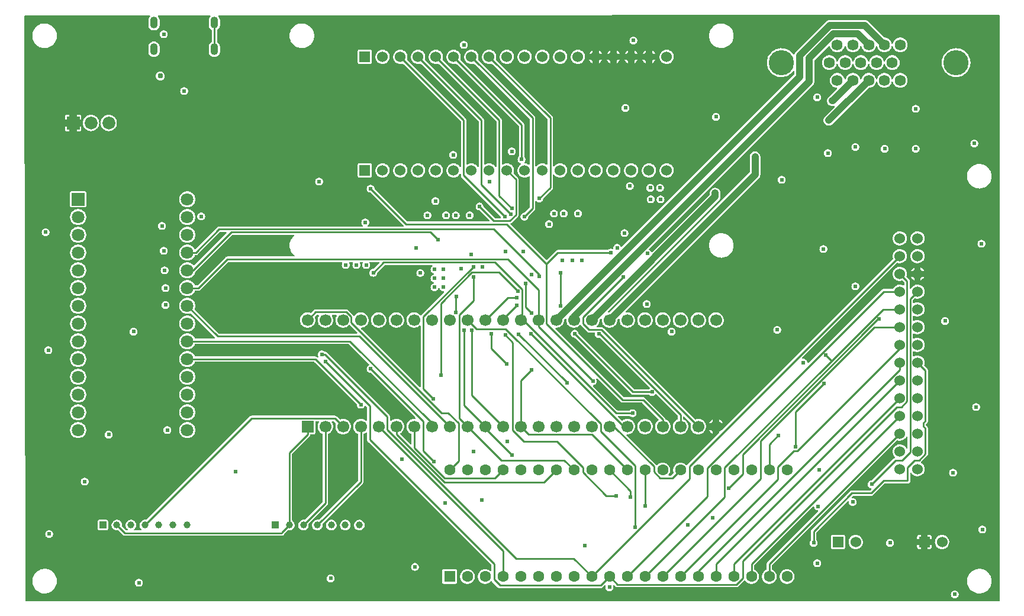
<source format=gbl>
G04 Layer: BottomLayer*
G04 EasyEDA v6.5.22, 2023-04-21 15:38:10*
G04 6d2149ed1d2646eb8880a206008ce751,0d2cea57a9a8422ebbcee2df73fbc454,10*
G04 Gerber Generator version 0.2*
G04 Scale: 100 percent, Rotated: No, Reflected: No *
G04 Dimensions in millimeters *
G04 leading zeros omitted , absolute positions ,4 integer and 5 decimal *
%FSLAX45Y45*%
%MOMM*%

%AMMACRO1*21,1,$1,$2,0,0,$3*%
%ADD10C,0.2540*%
%ADD11C,1.0000*%
%ADD12C,1.6002*%
%ADD13R,1.6002X1.6002*%
%ADD14R,1.7000X1.7000*%
%ADD15C,1.7000*%
%ADD16R,1.5240X1.5240*%
%ADD17C,1.5240*%
%ADD18R,1.0000X1.0000*%
%ADD19C,3.5992*%
%ADD20C,1.5926*%
%ADD21R,1.8301X1.8301*%
%ADD22C,1.8301*%
%ADD23C,1.8000*%
%ADD24MACRO1,1.7983X1.7983X-90.0000*%
%ADD25O,1.0999978000000001X1.6999966*%
%ADD26C,0.6100*%
%ADD27C,0.6050*%
%ADD28C,0.7800*%
%ADD29C,0.0103*%

%LPD*%
G36*
X48717Y25908D02*
G01*
X44805Y26670D01*
X41554Y28854D01*
X39319Y32156D01*
X38557Y36068D01*
X25958Y8396732D01*
X26720Y8400643D01*
X28905Y8403945D01*
X32207Y8406130D01*
X36118Y8406892D01*
X1813509Y8408517D01*
X1817370Y8407755D01*
X1820672Y8405571D01*
X1822907Y8402269D01*
X1823669Y8398357D01*
X1822907Y8394496D01*
X1820672Y8391194D01*
X1818284Y8388756D01*
X1811324Y8379510D01*
X1805838Y8369401D01*
X1801774Y8358581D01*
X1799336Y8347303D01*
X1798472Y8335416D01*
X1798472Y8276132D01*
X1799336Y8264296D01*
X1801774Y8253018D01*
X1805838Y8242198D01*
X1811324Y8232089D01*
X1818284Y8222843D01*
X1826412Y8214664D01*
X1835657Y8207756D01*
X1845767Y8202218D01*
X1856587Y8198205D01*
X1867865Y8195716D01*
X1879396Y8194903D01*
X1890877Y8195716D01*
X1902155Y8198205D01*
X1912975Y8202218D01*
X1923135Y8207756D01*
X1932381Y8214664D01*
X1940509Y8222843D01*
X1947418Y8232089D01*
X1952955Y8242198D01*
X1957019Y8253018D01*
X1959457Y8264296D01*
X1960321Y8276132D01*
X1960321Y8335416D01*
X1959457Y8347303D01*
X1957019Y8358581D01*
X1952955Y8369401D01*
X1947418Y8379510D01*
X1940509Y8388756D01*
X1937969Y8391296D01*
X1935784Y8394598D01*
X1935022Y8398459D01*
X1935784Y8402370D01*
X1937969Y8405672D01*
X1941271Y8407857D01*
X1945132Y8408619D01*
X2678277Y8409330D01*
X2682189Y8408517D01*
X2685491Y8406333D01*
X2687675Y8403031D01*
X2688437Y8399170D01*
X2687675Y8395258D01*
X2685491Y8391956D01*
X2682290Y8388756D01*
X2675331Y8379510D01*
X2669844Y8369401D01*
X2665780Y8358581D01*
X2663342Y8347303D01*
X2662478Y8335416D01*
X2662478Y8276132D01*
X2663342Y8264296D01*
X2665780Y8253018D01*
X2669844Y8242198D01*
X2675331Y8232089D01*
X2682290Y8222843D01*
X2690418Y8214664D01*
X2700680Y8207095D01*
X2702864Y8204860D01*
X2704287Y8202015D01*
X2704795Y8198916D01*
X2704795Y8032648D01*
X2704287Y8029549D01*
X2702864Y8026755D01*
X2700680Y8024520D01*
X2690418Y8016900D01*
X2682290Y8008772D01*
X2675331Y7999526D01*
X2669844Y7989417D01*
X2665780Y7978597D01*
X2663342Y7967319D01*
X2662478Y7955432D01*
X2662478Y7896148D01*
X2663342Y7884261D01*
X2665780Y7872984D01*
X2669844Y7862214D01*
X2675331Y7852054D01*
X2682290Y7842808D01*
X2690418Y7834680D01*
X2699664Y7827772D01*
X2709773Y7822234D01*
X2720594Y7818170D01*
X2731871Y7815732D01*
X2743403Y7814919D01*
X2754884Y7815732D01*
X2766161Y7818170D01*
X2776982Y7822234D01*
X2787142Y7827772D01*
X2796336Y7834680D01*
X2804515Y7842808D01*
X2811424Y7852054D01*
X2816961Y7862214D01*
X2820974Y7872984D01*
X2823464Y7884261D01*
X2824276Y7896148D01*
X2824276Y7955432D01*
X2823464Y7967319D01*
X2820974Y7978597D01*
X2816961Y7989417D01*
X2811424Y7999526D01*
X2804515Y8008772D01*
X2796387Y8016900D01*
X2786126Y8024469D01*
X2783890Y8026755D01*
X2782519Y8029549D01*
X2782011Y8032648D01*
X2782011Y8198916D01*
X2782519Y8202066D01*
X2783890Y8204860D01*
X2786126Y8207095D01*
X2796387Y8214664D01*
X2804515Y8222843D01*
X2811424Y8232089D01*
X2816961Y8242198D01*
X2820974Y8253018D01*
X2823464Y8264296D01*
X2824276Y8276132D01*
X2824276Y8335416D01*
X2823464Y8347303D01*
X2820974Y8358581D01*
X2816961Y8369401D01*
X2811424Y8379510D01*
X2804515Y8388756D01*
X2801213Y8392058D01*
X2798978Y8395360D01*
X2798216Y8399272D01*
X2798978Y8403132D01*
X2801213Y8406434D01*
X2804464Y8408670D01*
X2808376Y8409432D01*
X13963904Y8419541D01*
X13967815Y8418779D01*
X13971066Y8416594D01*
X13973301Y8413292D01*
X13974063Y8409381D01*
X13974063Y36068D01*
X13973301Y32156D01*
X13971117Y28905D01*
X13967815Y26670D01*
X13963904Y25908D01*
G37*

%LPC*%
G36*
X13335000Y70612D02*
G01*
X13344753Y71475D01*
X13354253Y74015D01*
X13363143Y78181D01*
X13371220Y83820D01*
X13378180Y90779D01*
X13383768Y98806D01*
X13387933Y107696D01*
X13390473Y117195D01*
X13391337Y127000D01*
X13390473Y136804D01*
X13387933Y146304D01*
X13383768Y155194D01*
X13378180Y163220D01*
X13371220Y170180D01*
X13363143Y175818D01*
X13354253Y179984D01*
X13344753Y182524D01*
X13335000Y183388D01*
X13325195Y182524D01*
X13315696Y179984D01*
X13306806Y175818D01*
X13298728Y170180D01*
X13291769Y163220D01*
X13286181Y155194D01*
X13282015Y146304D01*
X13279475Y136804D01*
X13278612Y127000D01*
X13279475Y117195D01*
X13282015Y107696D01*
X13286181Y98806D01*
X13291769Y90779D01*
X13298728Y83820D01*
X13306806Y78181D01*
X13315696Y74015D01*
X13325195Y71475D01*
G37*
G36*
X319227Y138887D02*
G01*
X337312Y140258D01*
X355092Y143510D01*
X372516Y148590D01*
X389280Y155397D01*
X405231Y163931D01*
X420268Y174040D01*
X434187Y185623D01*
X446836Y198577D01*
X458063Y212801D01*
X467766Y228092D01*
X475894Y244246D01*
X482244Y261213D01*
X486867Y278739D01*
X489661Y296621D01*
X490575Y314706D01*
X489661Y332790D01*
X486867Y350672D01*
X482244Y368198D01*
X475894Y385165D01*
X467766Y401320D01*
X458063Y416610D01*
X446836Y430834D01*
X434187Y443788D01*
X420268Y455371D01*
X405231Y465480D01*
X389280Y474014D01*
X372516Y480822D01*
X355092Y485901D01*
X337312Y489153D01*
X319227Y490524D01*
X301142Y490067D01*
X283159Y487730D01*
X265531Y483616D01*
X248462Y477621D01*
X232054Y469950D01*
X216509Y460654D01*
X202031Y449783D01*
X188722Y437489D01*
X176784Y423875D01*
X166268Y409092D01*
X157378Y393344D01*
X150114Y376732D01*
X144627Y359511D01*
X140919Y341782D01*
X139039Y323748D01*
X139039Y305663D01*
X140919Y287629D01*
X144627Y269900D01*
X150114Y252679D01*
X157378Y236067D01*
X166268Y220319D01*
X176784Y205536D01*
X188722Y191922D01*
X202031Y179628D01*
X216509Y168757D01*
X232054Y159461D01*
X248462Y151790D01*
X265531Y145796D01*
X283159Y141681D01*
X301142Y139344D01*
G37*
G36*
X13689787Y138887D02*
G01*
X13707872Y140258D01*
X13725651Y143510D01*
X13743076Y148590D01*
X13759840Y155397D01*
X13775791Y163931D01*
X13790828Y174040D01*
X13804747Y185623D01*
X13817396Y198577D01*
X13828623Y212801D01*
X13838326Y228092D01*
X13846454Y244246D01*
X13852804Y261213D01*
X13857427Y278739D01*
X13860221Y296621D01*
X13861135Y314706D01*
X13860221Y332790D01*
X13857427Y350672D01*
X13852804Y368198D01*
X13846454Y385165D01*
X13838326Y401320D01*
X13828623Y416610D01*
X13817396Y430834D01*
X13804747Y443788D01*
X13790828Y455371D01*
X13775791Y465480D01*
X13759840Y474014D01*
X13743076Y480822D01*
X13725651Y485901D01*
X13707872Y489153D01*
X13689787Y490524D01*
X13671702Y490067D01*
X13653719Y487730D01*
X13636091Y483616D01*
X13619022Y477621D01*
X13602614Y469950D01*
X13587069Y460654D01*
X13572591Y449783D01*
X13559282Y437489D01*
X13547344Y423875D01*
X13536828Y409092D01*
X13527938Y393344D01*
X13520674Y376732D01*
X13515187Y359511D01*
X13511479Y341782D01*
X13509599Y323748D01*
X13509599Y305663D01*
X13511479Y287629D01*
X13515187Y269900D01*
X13520674Y252679D01*
X13527938Y236067D01*
X13536828Y220319D01*
X13547344Y205536D01*
X13559282Y191922D01*
X13572591Y179628D01*
X13587069Y168757D01*
X13602614Y159461D01*
X13619022Y151790D01*
X13636091Y145796D01*
X13653719Y141681D01*
X13671702Y139344D01*
G37*
G36*
X8394700Y172212D02*
G01*
X8404453Y173075D01*
X8413953Y175615D01*
X8422843Y179781D01*
X8430920Y185420D01*
X8437880Y192379D01*
X8443518Y200406D01*
X8447633Y209296D01*
X8450173Y218795D01*
X8451037Y228600D01*
X8450173Y238404D01*
X8448090Y246176D01*
X8447938Y250596D01*
X8449614Y254660D01*
X8452866Y257606D01*
X8457031Y258927D01*
X8461400Y258368D01*
X8465108Y255981D01*
X8479383Y241757D01*
X8485581Y236626D01*
X8492286Y233070D01*
X8499500Y230886D01*
X8507526Y230073D01*
X10213289Y230073D01*
X10221315Y230886D01*
X10228529Y233070D01*
X10235184Y236626D01*
X10241432Y241757D01*
X10323322Y323646D01*
X10327081Y326034D01*
X10331500Y326542D01*
X10335717Y325170D01*
X10338968Y322072D01*
X10342676Y316534D01*
X10351820Y306120D01*
X10362234Y296976D01*
X10373766Y289306D01*
X10386161Y283159D01*
X10399268Y278688D01*
X10412882Y275996D01*
X10426700Y275082D01*
X10440517Y275996D01*
X10454081Y278688D01*
X10467238Y283159D01*
X10479633Y289306D01*
X10491165Y296976D01*
X10501579Y306120D01*
X10510723Y316534D01*
X10518394Y328066D01*
X10524540Y340461D01*
X10528960Y353568D01*
X10531703Y367182D01*
X10532567Y381000D01*
X10531703Y394817D01*
X10528960Y408432D01*
X10524540Y421538D01*
X10518394Y433933D01*
X10510723Y445465D01*
X10501579Y455879D01*
X10491165Y465023D01*
X10479633Y472693D01*
X10470997Y476961D01*
X10468000Y479247D01*
X10466019Y482396D01*
X10465308Y486105D01*
X10465308Y538632D01*
X10466070Y542493D01*
X10468305Y545795D01*
X11306098Y1383639D01*
X11309248Y1385773D01*
X11313007Y1386586D01*
X11316766Y1385976D01*
X11320068Y1384046D01*
X11322354Y1380998D01*
X11323421Y1377340D01*
X11323675Y1374495D01*
X11326215Y1364996D01*
X11330381Y1356106D01*
X11335969Y1348079D01*
X11342928Y1341120D01*
X11351006Y1335481D01*
X11359896Y1331315D01*
X11369395Y1328775D01*
X11372189Y1328521D01*
X11375898Y1327505D01*
X11378895Y1325168D01*
X11380876Y1321917D01*
X11381486Y1318107D01*
X11380673Y1314399D01*
X11378488Y1311249D01*
X10653776Y586486D01*
X10648645Y580237D01*
X10645089Y573582D01*
X10642904Y566369D01*
X10642092Y558342D01*
X10642092Y486105D01*
X10641380Y482396D01*
X10639399Y479247D01*
X10636402Y477012D01*
X10627766Y472693D01*
X10616234Y465023D01*
X10605820Y455879D01*
X10596676Y445465D01*
X10589006Y433933D01*
X10582859Y421538D01*
X10578388Y408432D01*
X10575696Y394817D01*
X10574782Y381000D01*
X10575696Y367182D01*
X10578388Y353568D01*
X10582859Y340461D01*
X10589006Y328066D01*
X10596676Y316534D01*
X10605820Y306120D01*
X10616234Y296976D01*
X10627766Y289306D01*
X10640161Y283159D01*
X10653268Y278688D01*
X10666882Y275996D01*
X10680700Y275082D01*
X10694517Y275996D01*
X10708081Y278688D01*
X10721238Y283159D01*
X10733633Y289306D01*
X10745165Y296976D01*
X10755579Y306120D01*
X10764723Y316534D01*
X10772394Y328066D01*
X10778540Y340461D01*
X10782960Y353568D01*
X10785703Y367182D01*
X10786567Y381000D01*
X10785703Y394817D01*
X10782960Y408432D01*
X10778540Y421538D01*
X10772394Y433933D01*
X10764723Y445465D01*
X10755579Y455879D01*
X10745165Y465023D01*
X10733633Y472693D01*
X10724997Y476961D01*
X10722000Y479247D01*
X10720019Y482396D01*
X10719308Y486105D01*
X10719308Y538632D01*
X10720070Y542493D01*
X10722305Y545795D01*
X12503505Y2327046D01*
X12506756Y2329230D01*
X12510516Y2330043D01*
X12514376Y2329332D01*
X12517323Y2328214D01*
X12530582Y2325014D01*
X12544196Y2323642D01*
X12557810Y2324100D01*
X12571272Y2326386D01*
X12584277Y2330450D01*
X12596622Y2336190D01*
X12608153Y2343505D01*
X12618567Y2352294D01*
X12627711Y2362403D01*
X12635433Y2373680D01*
X12639395Y2381605D01*
X12642291Y2385060D01*
X12646355Y2386939D01*
X12650825Y2386888D01*
X12654889Y2384907D01*
X12657632Y2381402D01*
X12658648Y2377033D01*
X12658648Y2220366D01*
X12657632Y2215997D01*
X12654889Y2212492D01*
X12650825Y2210511D01*
X12646355Y2210460D01*
X12642291Y2212340D01*
X12639395Y2215794D01*
X12635433Y2223719D01*
X12627711Y2234946D01*
X12618567Y2245055D01*
X12608153Y2253894D01*
X12596622Y2261209D01*
X12584277Y2266950D01*
X12571272Y2271014D01*
X12557810Y2273249D01*
X12544196Y2273706D01*
X12530582Y2272334D01*
X12517323Y2269185D01*
X12504623Y2264308D01*
X12492634Y2257755D01*
X12481661Y2249627D01*
X12471857Y2240178D01*
X12463424Y2229459D01*
X12456464Y2217724D01*
X12451130Y2205177D01*
X12447524Y2192020D01*
X12445746Y2178507D01*
X12445746Y2164892D01*
X12447524Y2151380D01*
X12451130Y2138222D01*
X12456464Y2125675D01*
X12463424Y2113940D01*
X12471857Y2103221D01*
X12478156Y2097125D01*
X12480340Y2094026D01*
X12481255Y2090318D01*
X12480696Y2086559D01*
X12478816Y2083206D01*
X12475819Y2080869D01*
X12468047Y2076754D01*
X12461849Y2071624D01*
X12150191Y1759966D01*
X12147296Y1757984D01*
X12143892Y1757070D01*
X12135815Y1756359D01*
X12126315Y1753819D01*
X12117425Y1749653D01*
X12109399Y1744014D01*
X12102439Y1737055D01*
X12096800Y1729028D01*
X12092635Y1720138D01*
X12090095Y1710639D01*
X12089231Y1700834D01*
X12090095Y1691030D01*
X12092635Y1681530D01*
X12096800Y1672640D01*
X12102439Y1664614D01*
X12109399Y1657654D01*
X12117425Y1652016D01*
X12126315Y1647850D01*
X12135612Y1645361D01*
X12139371Y1643481D01*
X12142063Y1640179D01*
X12143130Y1636115D01*
X12142470Y1631899D01*
X12140184Y1628394D01*
X12128195Y1616405D01*
X12124893Y1614170D01*
X12120981Y1613408D01*
X11862308Y1613408D01*
X11854281Y1612595D01*
X11847068Y1610410D01*
X11840362Y1606854D01*
X11834164Y1601724D01*
X11288776Y1056335D01*
X11283645Y1050137D01*
X11280089Y1043432D01*
X11277904Y1036218D01*
X11277092Y1028192D01*
X11277092Y908659D01*
X11276330Y904748D01*
X11274094Y901446D01*
X11272469Y899820D01*
X11266881Y891794D01*
X11262715Y882903D01*
X11260175Y873404D01*
X11259312Y863600D01*
X11260175Y853795D01*
X11262715Y844296D01*
X11266881Y835406D01*
X11272469Y827379D01*
X11279428Y820419D01*
X11287506Y814781D01*
X11296396Y810615D01*
X11305895Y808075D01*
X11315700Y807212D01*
X11325453Y808075D01*
X11334953Y810615D01*
X11343843Y814781D01*
X11351920Y820419D01*
X11358880Y827379D01*
X11364468Y835406D01*
X11368633Y844296D01*
X11371173Y853795D01*
X11372037Y863600D01*
X11371173Y873404D01*
X11368633Y882903D01*
X11364468Y891794D01*
X11358880Y899820D01*
X11357305Y901395D01*
X11355070Y904697D01*
X11354308Y908608D01*
X11354308Y1008481D01*
X11355070Y1012393D01*
X11357305Y1015695D01*
X11801398Y1459788D01*
X11804802Y1462074D01*
X11808866Y1462786D01*
X11812879Y1461820D01*
X11816181Y1459382D01*
X11818213Y1455826D01*
X11818721Y1451711D01*
X11818366Y1447800D01*
X11819229Y1438046D01*
X11821718Y1428597D01*
X11825884Y1419758D01*
X11831472Y1411732D01*
X11838381Y1404823D01*
X11846407Y1399184D01*
X11855297Y1395069D01*
X11864746Y1392529D01*
X11874500Y1391666D01*
X11884202Y1392529D01*
X11893651Y1395069D01*
X11902541Y1399184D01*
X11910568Y1404823D01*
X11917476Y1411732D01*
X11923064Y1419758D01*
X11927230Y1428597D01*
X11929719Y1438046D01*
X11930583Y1447800D01*
X11929719Y1457553D01*
X11927230Y1467002D01*
X11923064Y1475841D01*
X11917476Y1483868D01*
X11910568Y1490776D01*
X11902541Y1496415D01*
X11893651Y1500530D01*
X11884202Y1503070D01*
X11874500Y1503934D01*
X11870537Y1503578D01*
X11866473Y1504035D01*
X11862917Y1506118D01*
X11860479Y1509420D01*
X11859514Y1513382D01*
X11860225Y1517446D01*
X11862460Y1520901D01*
X11874804Y1533194D01*
X11878106Y1535430D01*
X11882018Y1536192D01*
X12140692Y1536192D01*
X12148718Y1537004D01*
X12155932Y1539189D01*
X12162637Y1542745D01*
X12168835Y1547876D01*
X12330226Y1709216D01*
X12333528Y1711452D01*
X12337440Y1712214D01*
X12659614Y1712214D01*
X12667640Y1713026D01*
X12674854Y1715211D01*
X12681559Y1718767D01*
X12687401Y1723542D01*
X12692176Y1729384D01*
X12695732Y1736089D01*
X12697917Y1743303D01*
X12698730Y1751330D01*
X12698730Y1854403D01*
X12699593Y1858467D01*
X12701981Y1861870D01*
X12705588Y1864004D01*
X12709702Y1864512D01*
X12713665Y1863343D01*
X12716865Y1860651D01*
X12725857Y1849221D01*
X12735661Y1839722D01*
X12746634Y1831644D01*
X12758623Y1825091D01*
X12771323Y1820214D01*
X12784582Y1817014D01*
X12798196Y1815693D01*
X12811810Y1816100D01*
X12825272Y1818386D01*
X12838277Y1822450D01*
X12850622Y1828190D01*
X12862153Y1835505D01*
X12872567Y1844293D01*
X12881711Y1854454D01*
X12889433Y1865680D01*
X12895580Y1877822D01*
X12900050Y1890725D01*
X12902742Y1904085D01*
X12903657Y1917700D01*
X12902742Y1931314D01*
X12900050Y1944674D01*
X12895580Y1957527D01*
X12889433Y1969719D01*
X12881711Y1980946D01*
X12872567Y1991055D01*
X12862153Y1999894D01*
X12854533Y2004720D01*
X12851384Y2007920D01*
X12849910Y2012188D01*
X12850418Y2016658D01*
X12852806Y2020468D01*
X12939014Y2106726D01*
X12944144Y2112924D01*
X12947700Y2119630D01*
X12949885Y2126843D01*
X12950698Y2134870D01*
X12950698Y2501646D01*
X12949885Y2509672D01*
X12947700Y2516886D01*
X12944144Y2523591D01*
X12939064Y2529789D01*
X12926009Y2542692D01*
X12923774Y2545994D01*
X12923012Y2549906D01*
X12923012Y2557881D01*
X12923774Y2561793D01*
X12926009Y2565095D01*
X12939014Y2578150D01*
X12944144Y2584348D01*
X12947700Y2591054D01*
X12949885Y2598267D01*
X12950698Y2606294D01*
X12950698Y3330701D01*
X12949885Y3338728D01*
X12947700Y3345942D01*
X12944144Y3352647D01*
X12939014Y3358845D01*
X12900202Y3397707D01*
X12898069Y3400806D01*
X12897205Y3404514D01*
X12897764Y3408222D01*
X12900050Y3414725D01*
X12902742Y3428085D01*
X12903657Y3441700D01*
X12902742Y3455314D01*
X12900050Y3468674D01*
X12895580Y3481527D01*
X12889433Y3493719D01*
X12881711Y3504946D01*
X12872567Y3515055D01*
X12862153Y3523894D01*
X12850622Y3531209D01*
X12838277Y3536950D01*
X12825272Y3541014D01*
X12811810Y3543249D01*
X12798196Y3543706D01*
X12784582Y3542334D01*
X12771323Y3539185D01*
X12758623Y3534308D01*
X12750901Y3530092D01*
X12746888Y3528872D01*
X12742773Y3529380D01*
X12739166Y3531514D01*
X12736728Y3534867D01*
X12735864Y3538982D01*
X12735864Y3598418D01*
X12736728Y3602482D01*
X12739166Y3605885D01*
X12742773Y3608019D01*
X12746888Y3608527D01*
X12750901Y3607308D01*
X12758623Y3603091D01*
X12771323Y3598214D01*
X12784582Y3595014D01*
X12798196Y3593642D01*
X12811810Y3594100D01*
X12825272Y3596386D01*
X12838277Y3600450D01*
X12850622Y3606190D01*
X12862153Y3613505D01*
X12872567Y3622294D01*
X12881711Y3632403D01*
X12889433Y3643680D01*
X12895580Y3655822D01*
X12900050Y3668725D01*
X12902742Y3682085D01*
X12903657Y3695700D01*
X12902742Y3709314D01*
X12900050Y3722674D01*
X12895580Y3735527D01*
X12889433Y3747719D01*
X12881711Y3758946D01*
X12872567Y3769055D01*
X12862153Y3777894D01*
X12850622Y3785209D01*
X12838277Y3790950D01*
X12825272Y3795014D01*
X12811810Y3797249D01*
X12798196Y3797706D01*
X12784582Y3796334D01*
X12771323Y3793185D01*
X12758623Y3788308D01*
X12750901Y3784092D01*
X12746888Y3782872D01*
X12742773Y3783380D01*
X12739166Y3785514D01*
X12736728Y3788867D01*
X12735864Y3792982D01*
X12735864Y3852418D01*
X12736728Y3856482D01*
X12739166Y3859885D01*
X12742773Y3862019D01*
X12746888Y3862527D01*
X12750901Y3861308D01*
X12758623Y3857091D01*
X12771323Y3852214D01*
X12784582Y3849014D01*
X12798196Y3847642D01*
X12811810Y3848100D01*
X12825272Y3850386D01*
X12838277Y3854450D01*
X12850622Y3860190D01*
X12862153Y3867505D01*
X12872567Y3876294D01*
X12881711Y3886403D01*
X12889433Y3897680D01*
X12895580Y3909822D01*
X12900050Y3922725D01*
X12902742Y3936085D01*
X12903657Y3949700D01*
X12902742Y3963314D01*
X12900050Y3976674D01*
X12895580Y3989527D01*
X12889433Y4001719D01*
X12881711Y4012946D01*
X12872567Y4023055D01*
X12862153Y4031894D01*
X12850622Y4039209D01*
X12838277Y4044950D01*
X12825272Y4049014D01*
X12811810Y4051249D01*
X12798196Y4051706D01*
X12784582Y4050334D01*
X12771323Y4047185D01*
X12758623Y4042308D01*
X12750901Y4038092D01*
X12746888Y4036872D01*
X12742773Y4037380D01*
X12739166Y4039514D01*
X12736728Y4042867D01*
X12735864Y4046982D01*
X12735864Y4106418D01*
X12736728Y4110482D01*
X12739166Y4113885D01*
X12742773Y4116019D01*
X12746888Y4116527D01*
X12750901Y4115308D01*
X12758623Y4111091D01*
X12771323Y4106214D01*
X12784582Y4103014D01*
X12798196Y4101642D01*
X12811810Y4102100D01*
X12825272Y4104386D01*
X12838277Y4108450D01*
X12850622Y4114190D01*
X12862153Y4121505D01*
X12872567Y4130294D01*
X12881711Y4140403D01*
X12889433Y4151680D01*
X12895580Y4163822D01*
X12900050Y4176725D01*
X12902742Y4190085D01*
X12903657Y4203700D01*
X12902742Y4217314D01*
X12900050Y4230674D01*
X12895580Y4243527D01*
X12889433Y4255719D01*
X12881711Y4266946D01*
X12872567Y4277055D01*
X12862153Y4285894D01*
X12850622Y4293209D01*
X12838277Y4298950D01*
X12825272Y4303014D01*
X12811810Y4305249D01*
X12798196Y4305706D01*
X12784582Y4304334D01*
X12771323Y4301185D01*
X12758623Y4296308D01*
X12750901Y4292092D01*
X12746888Y4290872D01*
X12742773Y4291380D01*
X12739166Y4293514D01*
X12736728Y4296867D01*
X12735864Y4300982D01*
X12735864Y4333189D01*
X12736626Y4337050D01*
X12738862Y4340352D01*
X12757505Y4359046D01*
X12760756Y4361230D01*
X12764516Y4361992D01*
X12768376Y4361332D01*
X12771323Y4360214D01*
X12784582Y4357014D01*
X12798196Y4355642D01*
X12811810Y4356100D01*
X12825272Y4358386D01*
X12838277Y4362450D01*
X12850622Y4368190D01*
X12862153Y4375505D01*
X12872567Y4384294D01*
X12881711Y4394403D01*
X12889433Y4405680D01*
X12895580Y4417822D01*
X12900050Y4430725D01*
X12902742Y4444085D01*
X12903657Y4457700D01*
X12902742Y4471314D01*
X12900050Y4484674D01*
X12895580Y4497527D01*
X12889433Y4509719D01*
X12881711Y4520946D01*
X12872567Y4531055D01*
X12862153Y4539894D01*
X12850622Y4547209D01*
X12838277Y4552950D01*
X12825272Y4557014D01*
X12811810Y4559249D01*
X12798196Y4559706D01*
X12784582Y4558334D01*
X12771323Y4555185D01*
X12758623Y4550308D01*
X12746634Y4543755D01*
X12735661Y4535627D01*
X12725857Y4526178D01*
X12717424Y4515459D01*
X12707823Y4499457D01*
X12704521Y4497273D01*
X12700660Y4496511D01*
X12696748Y4497324D01*
X12693497Y4499508D01*
X12691313Y4502810D01*
X12690551Y4506671D01*
X12690551Y4606848D01*
X12689738Y4614875D01*
X12687554Y4622088D01*
X12683998Y4628794D01*
X12678867Y4634992D01*
X12646202Y4667707D01*
X12644069Y4670806D01*
X12643205Y4674463D01*
X12643764Y4678222D01*
X12646050Y4684725D01*
X12648742Y4698085D01*
X12649657Y4711700D01*
X12648742Y4725314D01*
X12646050Y4738674D01*
X12641580Y4751527D01*
X12635433Y4763719D01*
X12627711Y4774946D01*
X12618567Y4785055D01*
X12608153Y4793894D01*
X12596622Y4801209D01*
X12584277Y4806950D01*
X12571272Y4811014D01*
X12557810Y4813249D01*
X12544196Y4813706D01*
X12530582Y4812334D01*
X12517323Y4809185D01*
X12504623Y4804308D01*
X12492634Y4797755D01*
X12481661Y4789627D01*
X12471857Y4780178D01*
X12463424Y4769459D01*
X12456464Y4757724D01*
X12451130Y4745177D01*
X12447524Y4732020D01*
X12445746Y4718507D01*
X12445746Y4704892D01*
X12447524Y4691380D01*
X12451130Y4678222D01*
X12456464Y4665624D01*
X12463424Y4653889D01*
X12471857Y4643221D01*
X12481661Y4633722D01*
X12492634Y4625644D01*
X12504623Y4619091D01*
X12517323Y4614164D01*
X12530582Y4611014D01*
X12544196Y4609642D01*
X12557810Y4610100D01*
X12571272Y4612386D01*
X12581432Y4615535D01*
X12585090Y4615992D01*
X12588646Y4615129D01*
X12591643Y4613046D01*
X12610338Y4594352D01*
X12612522Y4591050D01*
X12613335Y4587138D01*
X12613335Y4555134D01*
X12612370Y4550918D01*
X12609830Y4547463D01*
X12606020Y4545380D01*
X12601752Y4545076D01*
X12596622Y4547209D01*
X12584277Y4552950D01*
X12571272Y4557014D01*
X12557810Y4559249D01*
X12544196Y4559706D01*
X12530582Y4558334D01*
X12517323Y4555185D01*
X12504623Y4550308D01*
X12492634Y4543755D01*
X12481661Y4535627D01*
X12471857Y4526178D01*
X12463424Y4515459D01*
X12453721Y4499254D01*
X12450470Y4497070D01*
X12446609Y4496308D01*
X12315342Y4496308D01*
X12307316Y4495495D01*
X12300102Y4493310D01*
X12293396Y4489754D01*
X12287199Y4484624D01*
X11241125Y3438601D01*
X11237976Y3436416D01*
X11234216Y3435604D01*
X11230457Y3436213D01*
X11227206Y3438194D01*
X11224869Y3441192D01*
X11223802Y3444900D01*
X11223193Y3451860D01*
X11220653Y3461359D01*
X11216487Y3470249D01*
X11210899Y3478276D01*
X11203940Y3485235D01*
X11195862Y3490874D01*
X11186972Y3495040D01*
X11177473Y3497579D01*
X11167719Y3498443D01*
X11159540Y3497732D01*
X11155476Y3498189D01*
X11151920Y3500221D01*
X11149482Y3503523D01*
X11148517Y3507536D01*
X11149228Y3511600D01*
X11151514Y3515004D01*
X12503505Y4867046D01*
X12506756Y4869230D01*
X12510516Y4869992D01*
X12514326Y4869332D01*
X12517323Y4868164D01*
X12530582Y4865014D01*
X12544196Y4863642D01*
X12557810Y4864100D01*
X12571272Y4866386D01*
X12584277Y4870450D01*
X12596622Y4876190D01*
X12608153Y4883505D01*
X12618567Y4892294D01*
X12627711Y4902403D01*
X12635433Y4913680D01*
X12641580Y4925822D01*
X12646050Y4938725D01*
X12648742Y4952085D01*
X12649657Y4965700D01*
X12648742Y4979314D01*
X12646050Y4992674D01*
X12641580Y5005527D01*
X12635433Y5017719D01*
X12627711Y5028946D01*
X12618567Y5039055D01*
X12608153Y5047894D01*
X12596622Y5055209D01*
X12584277Y5060950D01*
X12571272Y5065014D01*
X12557810Y5067249D01*
X12544196Y5067706D01*
X12530582Y5066334D01*
X12517323Y5063185D01*
X12504623Y5058308D01*
X12492634Y5051755D01*
X12481661Y5043627D01*
X12471857Y5034178D01*
X12463424Y5023459D01*
X12456464Y5011724D01*
X12451130Y4999177D01*
X12447524Y4986020D01*
X12445746Y4972507D01*
X12445746Y4958892D01*
X12447524Y4945380D01*
X12451384Y4931410D01*
X12451740Y4927854D01*
X12450826Y4924399D01*
X12448794Y4921504D01*
X10008717Y2481427D01*
X10005415Y2479192D01*
X10001504Y2478430D01*
X9967518Y2478430D01*
X9967518Y2444445D01*
X9966756Y2440533D01*
X9964521Y2437282D01*
X9510776Y1983536D01*
X9504781Y1976069D01*
X9501378Y1973275D01*
X9497110Y1972259D01*
X9492792Y1973122D01*
X9489236Y1975713D01*
X9485579Y1979879D01*
X9475165Y1989023D01*
X9463633Y1996693D01*
X9451238Y2002840D01*
X9438081Y2007311D01*
X9424517Y2010003D01*
X9410700Y2010918D01*
X9396882Y2010003D01*
X9383268Y2007311D01*
X9370161Y2002840D01*
X9357766Y1996693D01*
X9346234Y1989023D01*
X9335820Y1979879D01*
X9326676Y1969465D01*
X9319006Y1957933D01*
X9312859Y1945538D01*
X9308388Y1932432D01*
X9305696Y1918817D01*
X9304782Y1905000D01*
X9305696Y1891182D01*
X9308388Y1877568D01*
X9311538Y1868424D01*
X9312046Y1864715D01*
X9311182Y1861057D01*
X9309100Y1857959D01*
X9278924Y1827834D01*
X9275622Y1825599D01*
X9271711Y1824837D01*
X9249206Y1824837D01*
X9244990Y1825752D01*
X9241485Y1828393D01*
X9239453Y1832254D01*
X9239199Y1836572D01*
X9240774Y1840636D01*
X9248394Y1852066D01*
X9254540Y1864461D01*
X9258960Y1877568D01*
X9261703Y1891182D01*
X9262567Y1905000D01*
X9261703Y1918817D01*
X9258960Y1932432D01*
X9254540Y1945538D01*
X9248394Y1957933D01*
X9240723Y1969465D01*
X9231579Y1979879D01*
X9221165Y1989023D01*
X9209633Y1996693D01*
X9197238Y2002840D01*
X9184081Y2007311D01*
X9170517Y2010003D01*
X9156700Y2010918D01*
X9142882Y2010003D01*
X9129268Y2007311D01*
X9116161Y2002840D01*
X9103766Y1996693D01*
X9092234Y1989023D01*
X9081719Y1979777D01*
X9077706Y1975459D01*
X9074150Y1973021D01*
X9069933Y1972208D01*
X9065768Y1973275D01*
X9062415Y1975916D01*
X9056624Y1982927D01*
X8640318Y2399284D01*
X8638082Y2402586D01*
X8637320Y2406497D01*
X8638082Y2410358D01*
X8640318Y2413660D01*
X8643620Y2415844D01*
X8647480Y2416657D01*
X8655761Y2416657D01*
X8669883Y2418435D01*
X8683599Y2422042D01*
X8696756Y2427376D01*
X8709152Y2434336D01*
X8720531Y2442870D01*
X8730742Y2452725D01*
X8739632Y2463850D01*
X8746998Y2475992D01*
X8752738Y2488996D01*
X8756751Y2502611D01*
X8759037Y2516632D01*
X8759494Y2530856D01*
X8758123Y2544978D01*
X8754973Y2558846D01*
X8750046Y2572156D01*
X8743492Y2584754D01*
X8735364Y2596438D01*
X8725814Y2606954D01*
X8714994Y2616149D01*
X8703056Y2623921D01*
X8690254Y2630068D01*
X8676792Y2634538D01*
X8662822Y2637282D01*
X8648649Y2638196D01*
X8634476Y2637282D01*
X8620556Y2634538D01*
X8607044Y2630068D01*
X8594242Y2623921D01*
X8582355Y2616149D01*
X8579916Y2614066D01*
X8576614Y2612237D01*
X8572906Y2611678D01*
X8569248Y2612491D01*
X8566150Y2614625D01*
X8517229Y2663545D01*
X8514994Y2666847D01*
X8514232Y2670708D01*
X8514994Y2674620D01*
X8517229Y2677922D01*
X8520531Y2680106D01*
X8524392Y2680868D01*
X8681059Y2680868D01*
X8684971Y2680106D01*
X8688273Y2677922D01*
X8689848Y2676296D01*
X8697925Y2670708D01*
X8706815Y2666542D01*
X8716314Y2664002D01*
X8726119Y2663139D01*
X8735872Y2664002D01*
X8745372Y2666542D01*
X8754262Y2670708D01*
X8762339Y2676296D01*
X8769299Y2683256D01*
X8774887Y2691333D01*
X8779052Y2700223D01*
X8781592Y2709722D01*
X8782456Y2719476D01*
X8781592Y2729280D01*
X8779052Y2738780D01*
X8774887Y2747670D01*
X8769299Y2755747D01*
X8762339Y2762707D01*
X8754262Y2768295D01*
X8745372Y2772460D01*
X8735872Y2775000D01*
X8726119Y2775864D01*
X8716314Y2775000D01*
X8706815Y2772460D01*
X8697925Y2768295D01*
X8689848Y2762707D01*
X8688273Y2761081D01*
X8684971Y2758897D01*
X8681059Y2758084D01*
X8509711Y2758084D01*
X8505850Y2758897D01*
X8502548Y2761081D01*
X8159242Y3104388D01*
X8157108Y3107537D01*
X8156295Y3111246D01*
X8156905Y3115056D01*
X8158835Y3118307D01*
X8161883Y3120644D01*
X8176107Y3124301D01*
X8184997Y3128467D01*
X8193074Y3134106D01*
X8200034Y3141065D01*
X8205622Y3149092D01*
X8209788Y3157982D01*
X8212328Y3167481D01*
X8213191Y3177286D01*
X8212328Y3187090D01*
X8209788Y3196590D01*
X8205724Y3205276D01*
X8204809Y3209188D01*
X8205470Y3213150D01*
X8207603Y3216554D01*
X8210905Y3218891D01*
X8214817Y3219704D01*
X8218779Y3218992D01*
X8222132Y3216757D01*
X8557514Y2881325D01*
X8563762Y2876245D01*
X8570417Y2872689D01*
X8577681Y2870454D01*
X8585657Y2869692D01*
X8857081Y2869692D01*
X8860993Y2868930D01*
X8864244Y2866694D01*
X9096298Y2634691D01*
X9098686Y2630881D01*
X9099245Y2626410D01*
X9097772Y2622194D01*
X9094673Y2618994D01*
X9090355Y2616149D01*
X9079534Y2606954D01*
X9069984Y2596438D01*
X9061856Y2584754D01*
X9055252Y2572156D01*
X9050375Y2558846D01*
X9047175Y2544978D01*
X9045854Y2530856D01*
X9046311Y2516632D01*
X9048546Y2502611D01*
X9052610Y2488996D01*
X9058351Y2475992D01*
X9065717Y2463850D01*
X9074556Y2452725D01*
X9084767Y2442870D01*
X9096146Y2434336D01*
X9108541Y2427376D01*
X9121698Y2422042D01*
X9135465Y2418435D01*
X9149537Y2416657D01*
X9163761Y2416657D01*
X9177883Y2418435D01*
X9191599Y2422042D01*
X9204756Y2427376D01*
X9217152Y2434336D01*
X9228531Y2442870D01*
X9238742Y2452725D01*
X9247632Y2463850D01*
X9254998Y2475992D01*
X9260738Y2488996D01*
X9264751Y2502611D01*
X9267037Y2516632D01*
X9267494Y2530856D01*
X9266123Y2544978D01*
X9262973Y2558846D01*
X9258046Y2572156D01*
X9251492Y2584754D01*
X9243364Y2596438D01*
X9233814Y2606954D01*
X9222994Y2616149D01*
X9211056Y2623921D01*
X9200134Y2629204D01*
X9196832Y2631744D01*
X9194800Y2635402D01*
X9192310Y2643632D01*
X9188754Y2650286D01*
X9183624Y2656535D01*
X8904935Y2935224D01*
X8898686Y2940354D01*
X8892032Y2943910D01*
X8884818Y2946095D01*
X8876792Y2946908D01*
X8605367Y2946908D01*
X8601506Y2947670D01*
X8598204Y2949854D01*
X7625029Y3923080D01*
X7622844Y3926281D01*
X7622031Y3930040D01*
X7622692Y3933850D01*
X7624724Y3937152D01*
X7627823Y3939438D01*
X7631582Y3940403D01*
X7646873Y3941318D01*
X7660792Y3944010D01*
X7674305Y3948531D01*
X7687106Y3954678D01*
X7698994Y3962450D01*
X7709814Y3971645D01*
X7719364Y3982161D01*
X7727492Y3993794D01*
X7734096Y4006392D01*
X7738973Y4019753D01*
X7742174Y4033570D01*
X7743494Y4047744D01*
X7743444Y4050131D01*
X7744155Y4054195D01*
X7746390Y4057650D01*
X7759039Y4070248D01*
X7762392Y4072483D01*
X7766303Y4073245D01*
X7770266Y4072432D01*
X7773568Y4070096D01*
X7775702Y4066692D01*
X7776362Y4062729D01*
X7775854Y4047744D01*
X7777225Y4033570D01*
X7780375Y4019753D01*
X7785303Y4006392D01*
X7791856Y3993794D01*
X7799984Y3982161D01*
X7809534Y3971645D01*
X7820355Y3962450D01*
X7832293Y3954678D01*
X7845094Y3948531D01*
X7858556Y3944010D01*
X7872526Y3941318D01*
X7886700Y3940403D01*
X7900873Y3941318D01*
X7914792Y3944010D01*
X7928305Y3948531D01*
X7941106Y3954678D01*
X7952994Y3962450D01*
X7963814Y3971645D01*
X7969453Y3977843D01*
X7973009Y3980332D01*
X7977225Y3981145D01*
X7981442Y3980129D01*
X7984845Y3977436D01*
X7986877Y3974998D01*
X8077504Y3884371D01*
X8083702Y3879240D01*
X8090408Y3875684D01*
X8097621Y3873500D01*
X8105648Y3872687D01*
X8176056Y3872687D01*
X8180120Y3871874D01*
X8183524Y3869436D01*
X8185658Y3865829D01*
X8186166Y3861663D01*
X8185302Y3851808D01*
X8186166Y3842004D01*
X8188706Y3832504D01*
X8192871Y3823614D01*
X8198459Y3815587D01*
X8205419Y3808628D01*
X8213496Y3802989D01*
X8222386Y3798824D01*
X8231886Y3796284D01*
X8241690Y3795420D01*
X8255000Y3796588D01*
X8258403Y3795674D01*
X8261299Y3793693D01*
X8971940Y3083001D01*
X8974328Y3079292D01*
X8974886Y3074924D01*
X8973566Y3070707D01*
X8970619Y3067507D01*
X8966403Y3064052D01*
X8963101Y3061868D01*
X8959189Y3061055D01*
X8749842Y3061055D01*
X8745931Y3061868D01*
X8742629Y3064052D01*
X7956143Y3850538D01*
X7954111Y3853434D01*
X7953197Y3856837D01*
X7952486Y3864914D01*
X7949946Y3874414D01*
X7945780Y3883304D01*
X7940192Y3891330D01*
X7933232Y3898290D01*
X7925155Y3903929D01*
X7916265Y3908094D01*
X7906766Y3910634D01*
X7897012Y3911498D01*
X7887208Y3910634D01*
X7877708Y3908094D01*
X7868818Y3903929D01*
X7860741Y3898290D01*
X7853781Y3891330D01*
X7848193Y3883304D01*
X7844028Y3874414D01*
X7841488Y3864914D01*
X7840624Y3855110D01*
X7841488Y3845306D01*
X7844028Y3835806D01*
X7848193Y3826916D01*
X7853781Y3818890D01*
X7860741Y3811930D01*
X7868818Y3806291D01*
X7877708Y3802126D01*
X7887208Y3799586D01*
X7895234Y3798874D01*
X7898638Y3797960D01*
X7901533Y3795979D01*
X8701989Y2995523D01*
X8708186Y2990392D01*
X8714892Y2986836D01*
X8722106Y2984652D01*
X8730132Y2983839D01*
X8959189Y2983839D01*
X8963101Y2983077D01*
X8966403Y2980893D01*
X8967978Y2979267D01*
X8976055Y2973679D01*
X8984945Y2969514D01*
X8994444Y2966974D01*
X9004249Y2966110D01*
X9014002Y2966974D01*
X9023502Y2969514D01*
X9032392Y2973679D01*
X9040469Y2979267D01*
X9047429Y2986227D01*
X9049258Y2988868D01*
X9052458Y2991815D01*
X9056674Y2993136D01*
X9061043Y2992577D01*
X9064752Y2990189D01*
X9369094Y2685846D01*
X9371330Y2682544D01*
X9372092Y2678633D01*
X9372092Y2637942D01*
X9371380Y2634234D01*
X9369399Y2631033D01*
X9366351Y2628747D01*
X9356242Y2623921D01*
X9344355Y2616149D01*
X9333534Y2606954D01*
X9323984Y2596438D01*
X9315856Y2584754D01*
X9309252Y2572156D01*
X9304375Y2558846D01*
X9301175Y2544978D01*
X9299854Y2530856D01*
X9300311Y2516632D01*
X9302546Y2502611D01*
X9306610Y2488996D01*
X9312351Y2475992D01*
X9319717Y2463850D01*
X9328556Y2452725D01*
X9338767Y2442870D01*
X9350146Y2434336D01*
X9362541Y2427376D01*
X9375698Y2422042D01*
X9389465Y2418435D01*
X9403537Y2416657D01*
X9417761Y2416657D01*
X9431883Y2418435D01*
X9445599Y2422042D01*
X9458756Y2427376D01*
X9471152Y2434336D01*
X9482531Y2442870D01*
X9492742Y2452725D01*
X9501632Y2463850D01*
X9508998Y2475992D01*
X9514738Y2488996D01*
X9518751Y2502611D01*
X9521037Y2516632D01*
X9521494Y2530856D01*
X9520123Y2544978D01*
X9516973Y2558846D01*
X9512046Y2572156D01*
X9505492Y2584754D01*
X9497364Y2596438D01*
X9487814Y2606954D01*
X9476994Y2616149D01*
X9465056Y2623921D01*
X9455048Y2628747D01*
X9452000Y2630982D01*
X9450019Y2634183D01*
X9449308Y2637891D01*
X9449308Y2663545D01*
X9450070Y2667457D01*
X9452305Y2670759D01*
X9455556Y2672943D01*
X9459468Y2673705D01*
X9463379Y2672943D01*
X9466630Y2670759D01*
X9559188Y2578201D01*
X9561322Y2575052D01*
X9562185Y2571292D01*
X9561525Y2567533D01*
X9558375Y2558846D01*
X9555175Y2544978D01*
X9553854Y2530856D01*
X9554311Y2516632D01*
X9556546Y2502611D01*
X9560610Y2488996D01*
X9566351Y2475992D01*
X9573717Y2463850D01*
X9582556Y2452725D01*
X9592767Y2442870D01*
X9604146Y2434336D01*
X9616541Y2427376D01*
X9629698Y2422042D01*
X9643465Y2418435D01*
X9657537Y2416657D01*
X9671761Y2416657D01*
X9685883Y2418435D01*
X9699599Y2422042D01*
X9712756Y2427376D01*
X9725152Y2434336D01*
X9736531Y2442870D01*
X9746742Y2452725D01*
X9755632Y2463850D01*
X9762998Y2475992D01*
X9768738Y2488996D01*
X9772751Y2502611D01*
X9775037Y2516632D01*
X9775494Y2530856D01*
X9774123Y2544978D01*
X9770973Y2558846D01*
X9766046Y2572156D01*
X9759492Y2584754D01*
X9751364Y2596438D01*
X9741814Y2606954D01*
X9730994Y2616149D01*
X9719056Y2623921D01*
X9706254Y2630068D01*
X9692792Y2634538D01*
X9678822Y2637282D01*
X9664649Y2638196D01*
X9650476Y2637282D01*
X9636556Y2634538D01*
X9624110Y2630424D01*
X9620402Y2629916D01*
X9616795Y2630779D01*
X9613696Y2632862D01*
X8308340Y3938270D01*
X8302091Y3943400D01*
X8295436Y3946956D01*
X8288223Y3949141D01*
X8280196Y3949903D01*
X8219948Y3949903D01*
X8215934Y3950766D01*
X8212581Y3953103D01*
X8210397Y3956558D01*
X8209788Y3960622D01*
X8210854Y3964584D01*
X8213344Y3967835D01*
X8217814Y3971645D01*
X8227364Y3982161D01*
X8235492Y3993794D01*
X8242096Y4006392D01*
X8246973Y4019753D01*
X8250174Y4033570D01*
X8251494Y4047744D01*
X8251444Y4050131D01*
X8252155Y4054195D01*
X8254390Y4057650D01*
X8267039Y4070248D01*
X8270392Y4072483D01*
X8274303Y4073245D01*
X8278266Y4072432D01*
X8281568Y4070096D01*
X8283702Y4066692D01*
X8284362Y4062729D01*
X8283854Y4047744D01*
X8285225Y4033570D01*
X8288375Y4019753D01*
X8293303Y4006392D01*
X8299856Y3993794D01*
X8307984Y3982161D01*
X8317534Y3971645D01*
X8328355Y3962450D01*
X8340293Y3954678D01*
X8353094Y3948531D01*
X8366556Y3944010D01*
X8380526Y3941318D01*
X8394700Y3940403D01*
X8408873Y3941318D01*
X8422792Y3944010D01*
X8436305Y3948531D01*
X8449106Y3954678D01*
X8460994Y3962450D01*
X8471814Y3971645D01*
X8481364Y3982161D01*
X8489492Y3993794D01*
X8496096Y4006392D01*
X8500973Y4019753D01*
X8504174Y4033570D01*
X8505494Y4047744D01*
X8505444Y4050131D01*
X8506155Y4054195D01*
X8508390Y4057650D01*
X8521039Y4070248D01*
X8524392Y4072483D01*
X8528304Y4073245D01*
X8532266Y4072432D01*
X8535568Y4070096D01*
X8537702Y4066692D01*
X8538362Y4062729D01*
X8537854Y4047744D01*
X8539226Y4033570D01*
X8542375Y4019753D01*
X8547303Y4006392D01*
X8553856Y3993794D01*
X8561984Y3982161D01*
X8571534Y3971645D01*
X8582355Y3962450D01*
X8594293Y3954678D01*
X8607094Y3948531D01*
X8620556Y3944010D01*
X8634526Y3941318D01*
X8648700Y3940403D01*
X8662873Y3941318D01*
X8676792Y3944010D01*
X8690305Y3948531D01*
X8703106Y3954678D01*
X8714994Y3962450D01*
X8725814Y3971645D01*
X8735364Y3982161D01*
X8743492Y3993794D01*
X8750096Y4006392D01*
X8754973Y4019753D01*
X8758174Y4033570D01*
X8759494Y4047744D01*
X8759037Y4061917D01*
X8756802Y4075988D01*
X8752738Y4089603D01*
X8746998Y4102557D01*
X8739632Y4114749D01*
X8730792Y4125823D01*
X8720582Y4135729D01*
X8709202Y4144213D01*
X8696807Y4151172D01*
X8683650Y4156506D01*
X8669883Y4160113D01*
X8655812Y4161942D01*
X8641588Y4161942D01*
X8637981Y4161485D01*
X8633815Y4161840D01*
X8630158Y4163771D01*
X8627567Y4167073D01*
X8626551Y4171137D01*
X8627211Y4175251D01*
X8629497Y4178757D01*
X10532973Y6082284D01*
X10538663Y6089142D01*
X10540085Y6091174D01*
X10544657Y6098794D01*
X10545775Y6100978D01*
X10549178Y6109208D01*
X10549940Y6111544D01*
X10552074Y6120130D01*
X10552480Y6122568D01*
X10553344Y6131407D01*
X10553395Y6387693D01*
X10552531Y6399377D01*
X10549991Y6410452D01*
X10545826Y6421018D01*
X10540187Y6430772D01*
X10532110Y6440728D01*
X10523474Y6448399D01*
X10513720Y6454749D01*
X10503052Y6459524D01*
X10492130Y6462572D01*
X10482935Y6463792D01*
X10471607Y6463741D01*
X10468965Y6463487D01*
X10460431Y6462014D01*
X10457535Y6461302D01*
X10449610Y6458661D01*
X10446562Y6457391D01*
X10439400Y6453733D01*
X10436301Y6451854D01*
X10430052Y6447332D01*
X10427055Y6444792D01*
X10421772Y6439611D01*
X10418978Y6436410D01*
X10414711Y6430772D01*
X10412272Y6426911D01*
X10409072Y6420967D01*
X10407091Y6416497D01*
X10404957Y6410401D01*
X10403586Y6405372D01*
X10402417Y6399377D01*
X10401808Y6393891D01*
X10401554Y6387896D01*
X10401554Y6169710D01*
X10400792Y6165850D01*
X10398607Y6162548D01*
X8400999Y4164939D01*
X8397697Y4162704D01*
X8393785Y4161942D01*
X8387588Y4161942D01*
X8383981Y4161485D01*
X8379815Y4161840D01*
X8376158Y4163771D01*
X8373567Y4167073D01*
X8372551Y4171137D01*
X8373211Y4175251D01*
X8375497Y4178757D01*
X9961524Y5764834D01*
X9968585Y5773674D01*
X9973208Y5781294D01*
X9974326Y5783478D01*
X9977729Y5791708D01*
X9978491Y5794044D01*
X9980625Y5802680D01*
X9981031Y5805119D01*
X9981844Y5813958D01*
X9981895Y5867044D01*
X9981031Y5878728D01*
X9978491Y5889752D01*
X9974376Y5900318D01*
X9968687Y5910122D01*
X9961626Y5919012D01*
X9953294Y5926734D01*
X9943947Y5933135D01*
X9933482Y5938113D01*
X9922713Y5941415D01*
X9911486Y5943092D01*
X9900158Y5943092D01*
X9888982Y5941364D01*
X9886035Y5940602D01*
X9878161Y5938012D01*
X9875062Y5936691D01*
X9867950Y5933084D01*
X9864801Y5931154D01*
X9858603Y5926683D01*
X9855555Y5924092D01*
X9850272Y5918962D01*
X9847478Y5915710D01*
X9843262Y5910072D01*
X9840772Y5906211D01*
X9837572Y5900267D01*
X9835591Y5895797D01*
X9833457Y5889752D01*
X9832086Y5884672D01*
X9830917Y5878677D01*
X9830308Y5873191D01*
X9830104Y5867247D01*
X9830104Y5852261D01*
X9829342Y5848350D01*
X9827107Y5845048D01*
X9007449Y5025390D01*
X9004249Y5023205D01*
X9000439Y5022392D01*
X8996629Y5023104D01*
X8993327Y5025136D01*
X8991041Y5028285D01*
X8989364Y5031841D01*
X8983776Y5039868D01*
X8976868Y5046776D01*
X8968841Y5052415D01*
X8965793Y5053838D01*
X8962694Y5056073D01*
X8960612Y5059375D01*
X8959951Y5063185D01*
X8960764Y5066995D01*
X8962898Y5070195D01*
X11305946Y7413294D01*
X11313007Y7422134D01*
X11317630Y7429753D01*
X11318748Y7431938D01*
X11322151Y7440168D01*
X11322913Y7442504D01*
X11325047Y7451140D01*
X11325453Y7453579D01*
X11326266Y7462418D01*
X11326317Y7760360D01*
X11327079Y7764272D01*
X11329314Y7767574D01*
X11533022Y7971231D01*
X11536680Y7973618D01*
X11540998Y7974177D01*
X11545163Y7972958D01*
X11548414Y7970062D01*
X11550142Y7966049D01*
X11551158Y7960969D01*
X11555577Y7947914D01*
X11561724Y7935518D01*
X11569395Y7924038D01*
X11578488Y7913674D01*
X11588851Y7904581D01*
X11600332Y7896910D01*
X11612727Y7890814D01*
X11625783Y7886395D01*
X11639296Y7883652D01*
X11653062Y7882788D01*
X11666880Y7883652D01*
X11680393Y7886395D01*
X11693448Y7890814D01*
X11705844Y7896910D01*
X11717324Y7904581D01*
X11727688Y7913674D01*
X11736781Y7924038D01*
X11744452Y7935518D01*
X11750548Y7947914D01*
X11755018Y7960969D01*
X11755628Y7964068D01*
X11757152Y7967725D01*
X11759946Y7970520D01*
X11763603Y7972044D01*
X11767566Y7972044D01*
X11771223Y7970520D01*
X11774017Y7967725D01*
X11775541Y7964068D01*
X11776151Y7960969D01*
X11780621Y7947914D01*
X11786717Y7935518D01*
X11794388Y7924038D01*
X11803481Y7913674D01*
X11813844Y7904581D01*
X11825325Y7896910D01*
X11837720Y7890814D01*
X11850776Y7886395D01*
X11864289Y7883652D01*
X11878106Y7882788D01*
X11891873Y7883652D01*
X11905386Y7886395D01*
X11918442Y7890814D01*
X11930837Y7896910D01*
X11942318Y7904581D01*
X11952681Y7913674D01*
X11961774Y7924038D01*
X11969445Y7935518D01*
X11975541Y7947914D01*
X11980011Y7960969D01*
X11980621Y7964068D01*
X11982145Y7967725D01*
X11984939Y7970520D01*
X11988596Y7972044D01*
X11992559Y7972044D01*
X11996216Y7970520D01*
X11999010Y7967725D01*
X12000534Y7964068D01*
X12001144Y7960969D01*
X12005614Y7947914D01*
X12011710Y7935518D01*
X12019381Y7924038D01*
X12028474Y7913674D01*
X12038838Y7904581D01*
X12050318Y7896910D01*
X12062714Y7890814D01*
X12075769Y7886395D01*
X12089333Y7883652D01*
X12103100Y7882788D01*
X12116866Y7883652D01*
X12130379Y7886395D01*
X12143486Y7890814D01*
X12155830Y7896910D01*
X12167311Y7904581D01*
X12177674Y7913674D01*
X12186818Y7924038D01*
X12194438Y7935518D01*
X12200585Y7947914D01*
X12205004Y7960969D01*
X12205614Y7964068D01*
X12207138Y7967725D01*
X12209932Y7970520D01*
X12213590Y7972044D01*
X12217552Y7972044D01*
X12221210Y7970520D01*
X12224054Y7967725D01*
X12225528Y7964068D01*
X12226188Y7960969D01*
X12230608Y7947914D01*
X12236704Y7935518D01*
X12244374Y7924038D01*
X12253468Y7913674D01*
X12263831Y7904581D01*
X12275312Y7896910D01*
X12287707Y7890814D01*
X12300762Y7886395D01*
X12314326Y7883652D01*
X12328093Y7882788D01*
X12341860Y7883652D01*
X12355372Y7886395D01*
X12368479Y7890814D01*
X12380823Y7896910D01*
X12392304Y7904581D01*
X12402718Y7913674D01*
X12411811Y7924038D01*
X12419482Y7935518D01*
X12425578Y7947914D01*
X12429998Y7960969D01*
X12430607Y7964068D01*
X12432131Y7967725D01*
X12434925Y7970520D01*
X12438583Y7972044D01*
X12442545Y7972044D01*
X12446203Y7970520D01*
X12449048Y7967725D01*
X12450572Y7964068D01*
X12451181Y7960969D01*
X12455601Y7947914D01*
X12461697Y7935518D01*
X12469368Y7924038D01*
X12478461Y7913674D01*
X12488824Y7904581D01*
X12500305Y7896910D01*
X12512700Y7890814D01*
X12525756Y7886395D01*
X12539319Y7883652D01*
X12553086Y7882788D01*
X12566853Y7883652D01*
X12580366Y7886395D01*
X12593472Y7890814D01*
X12605816Y7896910D01*
X12617297Y7904581D01*
X12627711Y7913674D01*
X12636804Y7924038D01*
X12644475Y7935518D01*
X12650571Y7947914D01*
X12654991Y7960969D01*
X12657683Y7974533D01*
X12658598Y7988300D01*
X12657683Y8002066D01*
X12654991Y8015579D01*
X12650571Y8028686D01*
X12644475Y8041030D01*
X12636804Y8052511D01*
X12627711Y8062925D01*
X12617297Y8072018D01*
X12605816Y8079689D01*
X12593472Y8085785D01*
X12580366Y8090204D01*
X12566853Y8092897D01*
X12553086Y8093811D01*
X12539319Y8092897D01*
X12525756Y8090204D01*
X12512700Y8085785D01*
X12500305Y8079689D01*
X12488824Y8072018D01*
X12478461Y8062925D01*
X12469368Y8052511D01*
X12461697Y8041030D01*
X12455601Y8028686D01*
X12451181Y8015579D01*
X12450572Y8012531D01*
X12449048Y8008823D01*
X12446203Y8006029D01*
X12442545Y8004505D01*
X12438583Y8004505D01*
X12434925Y8006029D01*
X12432131Y8008823D01*
X12430607Y8012531D01*
X12429998Y8015579D01*
X12425578Y8028686D01*
X12419482Y8041030D01*
X12411811Y8052511D01*
X12402718Y8062925D01*
X12392304Y8072018D01*
X12380823Y8079689D01*
X12368479Y8085785D01*
X12355372Y8090204D01*
X12341860Y8092897D01*
X12333884Y8093405D01*
X12330379Y8094319D01*
X12327382Y8096351D01*
X12101271Y8322208D01*
X12094413Y8327898D01*
X12084761Y8333892D01*
X12082627Y8335009D01*
X12074347Y8338413D01*
X12072061Y8339175D01*
X12063374Y8341309D01*
X12060986Y8341715D01*
X12052096Y8342528D01*
X11542674Y8342528D01*
X11533835Y8341715D01*
X11531396Y8341309D01*
X11522760Y8339175D01*
X11520424Y8338413D01*
X11512194Y8335009D01*
X11502390Y8329269D01*
X11500408Y8327898D01*
X11493550Y8322208D01*
X11056975Y7885887D01*
X11051336Y7879080D01*
X11045291Y7869428D01*
X11044174Y7867243D01*
X11040821Y7859115D01*
X11039652Y7855153D01*
X11037874Y7851800D01*
X11034979Y7849311D01*
X11031372Y7848041D01*
X11027562Y7848244D01*
X11024057Y7849819D01*
X11021415Y7852562D01*
X11019637Y7855305D01*
X11007191Y7870799D01*
X10993272Y7885023D01*
X10978083Y7897875D01*
X10961674Y7909153D01*
X10944301Y7918805D01*
X10926064Y7926781D01*
X10907166Y7932928D01*
X10887760Y7937195D01*
X10867999Y7939582D01*
X10848086Y7940090D01*
X10828274Y7938668D01*
X10808665Y7935315D01*
X10789462Y7930083D01*
X10770870Y7923022D01*
X10753039Y7914182D01*
X10736122Y7903718D01*
X10720324Y7891627D01*
X10705795Y7878064D01*
X10692587Y7863179D01*
X10680903Y7847075D01*
X10670794Y7829956D01*
X10662412Y7811922D01*
X10655808Y7793177D01*
X10651083Y7773822D01*
X10648188Y7754162D01*
X10647222Y7734300D01*
X10648188Y7714437D01*
X10651083Y7694726D01*
X10655808Y7675422D01*
X10662412Y7656677D01*
X10670794Y7638643D01*
X10680903Y7621473D01*
X10692587Y7605369D01*
X10705795Y7590485D01*
X10720324Y7576972D01*
X10736122Y7564881D01*
X10753039Y7554366D01*
X10770870Y7545578D01*
X10789462Y7538516D01*
X10808665Y7533284D01*
X10828274Y7529931D01*
X10848086Y7528509D01*
X10867999Y7528966D01*
X10887760Y7531353D01*
X10907166Y7535672D01*
X10926064Y7541818D01*
X10944301Y7549743D01*
X10961674Y7559446D01*
X10978083Y7570724D01*
X10993272Y7583525D01*
X11007191Y7597800D01*
X11018520Y7611922D01*
X11021720Y7614564D01*
X11025682Y7615681D01*
X11029797Y7615123D01*
X11033353Y7612989D01*
X11035741Y7609586D01*
X11036604Y7605522D01*
X11036604Y7566761D01*
X11035842Y7562850D01*
X11033607Y7559548D01*
X8574024Y5099964D01*
X8570823Y5097780D01*
X8567013Y5097018D01*
X8563203Y5097678D01*
X8559901Y5099710D01*
X8557615Y5102860D01*
X8553754Y5111089D01*
X8548166Y5119166D01*
X8541207Y5126126D01*
X8533130Y5131714D01*
X8524240Y5135880D01*
X8514740Y5138420D01*
X8504986Y5139283D01*
X8495182Y5138420D01*
X8485682Y5135880D01*
X8476792Y5131714D01*
X8468715Y5126126D01*
X8461756Y5119166D01*
X8456168Y5111089D01*
X8452002Y5102199D01*
X8449462Y5092700D01*
X8448598Y5082895D01*
X8449106Y5076748D01*
X8448598Y5072583D01*
X8446465Y5068925D01*
X8442960Y5066538D01*
X8438845Y5065725D01*
X8434730Y5066639D01*
X8432393Y5067757D01*
X8422894Y5070297D01*
X8413140Y5071160D01*
X8403336Y5070297D01*
X8393836Y5067757D01*
X8384946Y5063591D01*
X8376869Y5057952D01*
X8375243Y5056327D01*
X8371941Y5054092D01*
X8368030Y5053330D01*
X7654036Y5053330D01*
X7646009Y5052517D01*
X7638796Y5050332D01*
X7632090Y5046776D01*
X7625892Y5041646D01*
X7500162Y4915966D01*
X7496860Y4913782D01*
X7493000Y4912969D01*
X7489088Y4913782D01*
X7485786Y4915966D01*
X6982206Y5419547D01*
X6980072Y5422696D01*
X6979208Y5426354D01*
X6979767Y5430062D01*
X6981647Y5433364D01*
X6984593Y5435701D01*
X6990791Y5439003D01*
X6997039Y5444134D01*
X7084009Y5531154D01*
X7089140Y5537352D01*
X7092696Y5544058D01*
X7094880Y5551271D01*
X7095693Y5559298D01*
X7095693Y6061811D01*
X7094880Y6069838D01*
X7092696Y6077051D01*
X7089140Y6083706D01*
X7084009Y6089954D01*
X7025538Y6148425D01*
X7023353Y6151676D01*
X7022541Y6155436D01*
X7023252Y6159296D01*
X7024370Y6162243D01*
X7027570Y6175502D01*
X7028891Y6189065D01*
X7028434Y6202680D01*
X7026198Y6216142D01*
X7022134Y6229197D01*
X7016394Y6241542D01*
X7009079Y6253022D01*
X7000290Y6263436D01*
X6990130Y6272580D01*
X6978903Y6280302D01*
X6966762Y6286449D01*
X6953859Y6290919D01*
X6940499Y6293662D01*
X6926884Y6294577D01*
X6913270Y6293662D01*
X6899909Y6290919D01*
X6887006Y6286449D01*
X6874865Y6280302D01*
X6871512Y6278016D01*
X6867448Y6276390D01*
X6863080Y6276594D01*
X6859168Y6278626D01*
X6856526Y6282131D01*
X6855612Y6286398D01*
X6855612Y6911492D01*
X6854799Y6919518D01*
X6852615Y6926732D01*
X6849059Y6933438D01*
X6843928Y6939635D01*
X6009538Y7774025D01*
X6007354Y7777276D01*
X6006592Y7781036D01*
X6007252Y7784896D01*
X6008370Y7787843D01*
X6011570Y7801102D01*
X6012891Y7814665D01*
X6012484Y7828280D01*
X6010198Y7841742D01*
X6006134Y7854797D01*
X6000394Y7867142D01*
X5993079Y7878622D01*
X5984290Y7889036D01*
X5974130Y7898180D01*
X5962904Y7905902D01*
X5950762Y7912049D01*
X5937859Y7916519D01*
X5924499Y7919262D01*
X5910884Y7920177D01*
X5897270Y7919262D01*
X5883910Y7916519D01*
X5871057Y7912049D01*
X5858865Y7905902D01*
X5847638Y7898180D01*
X5837529Y7889036D01*
X5828690Y7878622D01*
X5821375Y7867142D01*
X5815634Y7854797D01*
X5811570Y7841742D01*
X5809335Y7828280D01*
X5808878Y7814665D01*
X5810199Y7801102D01*
X5813399Y7787843D01*
X5818276Y7775092D01*
X5824829Y7763154D01*
X5832906Y7752181D01*
X5842406Y7742377D01*
X5853125Y7733944D01*
X5864860Y7726984D01*
X5877407Y7721650D01*
X5890564Y7718044D01*
X5904077Y7716215D01*
X5917692Y7716215D01*
X5931204Y7718044D01*
X5945225Y7721904D01*
X5948730Y7722209D01*
X5952185Y7721346D01*
X5955080Y7719314D01*
X6775399Y6898995D01*
X6777583Y6895693D01*
X6778396Y6891781D01*
X6778396Y6251346D01*
X6777431Y6247130D01*
X6774840Y6243675D01*
X6771081Y6241592D01*
X6766763Y6241288D01*
X6762699Y6242812D01*
X6759651Y6245860D01*
X6755079Y6253022D01*
X6746290Y6263436D01*
X6736130Y6272580D01*
X6724903Y6280302D01*
X6712762Y6286449D01*
X6699859Y6290919D01*
X6686499Y6293662D01*
X6672884Y6294577D01*
X6659270Y6293662D01*
X6645909Y6290919D01*
X6633057Y6286449D01*
X6620865Y6280302D01*
X6617258Y6277864D01*
X6613194Y6276187D01*
X6608825Y6276441D01*
X6604965Y6278473D01*
X6602323Y6281928D01*
X6601358Y6286246D01*
X6601358Y6911746D01*
X6600545Y6919772D01*
X6598361Y6926986D01*
X6594805Y6933641D01*
X6589674Y6939889D01*
X5755538Y7774025D01*
X5753354Y7777276D01*
X5752592Y7781036D01*
X5753252Y7784896D01*
X5754370Y7787843D01*
X5757570Y7801102D01*
X5758891Y7814665D01*
X5758484Y7828280D01*
X5756198Y7841742D01*
X5752134Y7854797D01*
X5746394Y7867142D01*
X5739079Y7878622D01*
X5730290Y7889036D01*
X5720130Y7898180D01*
X5708904Y7905902D01*
X5696762Y7912049D01*
X5683859Y7916519D01*
X5670499Y7919262D01*
X5656884Y7920177D01*
X5643270Y7919262D01*
X5629910Y7916519D01*
X5617057Y7912049D01*
X5604865Y7905902D01*
X5593638Y7898180D01*
X5583529Y7889036D01*
X5574690Y7878622D01*
X5567375Y7867142D01*
X5561634Y7854797D01*
X5557570Y7841742D01*
X5555335Y7828280D01*
X5554878Y7814665D01*
X5556199Y7801102D01*
X5559399Y7787843D01*
X5564276Y7775092D01*
X5570829Y7763154D01*
X5578906Y7752181D01*
X5588406Y7742377D01*
X5599125Y7733944D01*
X5610860Y7726984D01*
X5623407Y7721650D01*
X5636564Y7718044D01*
X5650077Y7716215D01*
X5663692Y7716215D01*
X5677204Y7718044D01*
X5691225Y7721904D01*
X5694730Y7722209D01*
X5698185Y7721346D01*
X5701080Y7719314D01*
X6521145Y6899198D01*
X6523380Y6895896D01*
X6524142Y6892036D01*
X6524142Y6251702D01*
X6523228Y6247485D01*
X6520637Y6244031D01*
X6516827Y6241948D01*
X6512509Y6241643D01*
X6508445Y6243167D01*
X6505397Y6246215D01*
X6501079Y6253022D01*
X6492290Y6263436D01*
X6482130Y6272580D01*
X6470904Y6280302D01*
X6458762Y6286449D01*
X6445859Y6290919D01*
X6432499Y6293662D01*
X6418884Y6294577D01*
X6405270Y6293662D01*
X6391910Y6290919D01*
X6379057Y6286449D01*
X6366865Y6280302D01*
X6363004Y6277660D01*
X6358940Y6276035D01*
X6354572Y6276238D01*
X6350660Y6278270D01*
X6348018Y6281775D01*
X6347104Y6286042D01*
X6347104Y6912000D01*
X6346291Y6920026D01*
X6344107Y6927240D01*
X6340551Y6933946D01*
X6335420Y6940143D01*
X5501538Y7774025D01*
X5499354Y7777276D01*
X5498592Y7781036D01*
X5499252Y7784846D01*
X5500370Y7787843D01*
X5503570Y7801102D01*
X5504942Y7814665D01*
X5504484Y7828280D01*
X5502198Y7841742D01*
X5498134Y7854797D01*
X5492394Y7867142D01*
X5485079Y7878622D01*
X5476290Y7889036D01*
X5466181Y7898180D01*
X5454904Y7905902D01*
X5442762Y7912049D01*
X5429859Y7916519D01*
X5416499Y7919262D01*
X5402884Y7920177D01*
X5389270Y7919262D01*
X5375910Y7916519D01*
X5363057Y7912049D01*
X5350865Y7905902D01*
X5339638Y7898180D01*
X5329529Y7889036D01*
X5320690Y7878622D01*
X5313375Y7867142D01*
X5307634Y7854797D01*
X5303570Y7841742D01*
X5301335Y7828280D01*
X5300878Y7814665D01*
X5302250Y7801102D01*
X5305399Y7787843D01*
X5310276Y7775092D01*
X5316829Y7763154D01*
X5324957Y7752181D01*
X5334406Y7742377D01*
X5345125Y7733944D01*
X5356860Y7726984D01*
X5369407Y7721650D01*
X5382564Y7718044D01*
X5396077Y7716215D01*
X5409692Y7716215D01*
X5423204Y7718044D01*
X5437225Y7721904D01*
X5440730Y7722209D01*
X5444185Y7721346D01*
X5447080Y7719314D01*
X6266891Y6899503D01*
X6269075Y6896201D01*
X6269888Y6892290D01*
X6269888Y6252159D01*
X6268923Y6247892D01*
X6266332Y6244437D01*
X6262573Y6242405D01*
X6258255Y6242100D01*
X6254191Y6243624D01*
X6251143Y6246672D01*
X6247079Y6253022D01*
X6238290Y6263436D01*
X6228130Y6272580D01*
X6216904Y6280302D01*
X6204762Y6286449D01*
X6191859Y6290919D01*
X6178499Y6293662D01*
X6164884Y6294577D01*
X6151270Y6293662D01*
X6137910Y6290919D01*
X6125057Y6286449D01*
X6112865Y6280302D01*
X6101638Y6272580D01*
X6091529Y6263436D01*
X6082690Y6253022D01*
X6075375Y6241542D01*
X6069634Y6229197D01*
X6065570Y6216142D01*
X6063335Y6202680D01*
X6062878Y6189065D01*
X6064199Y6175502D01*
X6067399Y6162243D01*
X6072276Y6149492D01*
X6078829Y6137554D01*
X6086906Y6126581D01*
X6096406Y6116777D01*
X6107125Y6108344D01*
X6118860Y6101384D01*
X6131407Y6096050D01*
X6144564Y6092444D01*
X6158077Y6090615D01*
X6171692Y6090615D01*
X6185204Y6092444D01*
X6198362Y6096050D01*
X6210909Y6101384D01*
X6222644Y6108344D01*
X6233363Y6116777D01*
X6242812Y6126581D01*
X6251498Y6138418D01*
X6254648Y6141212D01*
X6258661Y6142532D01*
X6262878Y6142075D01*
X6266484Y6139942D01*
X6268974Y6136538D01*
X6269888Y6132423D01*
X6269888Y6120485D01*
X6270650Y6112459D01*
X6272834Y6105245D01*
X6276390Y6098540D01*
X6281521Y6092342D01*
X6839000Y5534863D01*
X6840981Y5531967D01*
X6841896Y5528564D01*
X6842607Y5520740D01*
X6842099Y5516575D01*
X6839966Y5512968D01*
X6836562Y5510530D01*
X6832498Y5509666D01*
X6762394Y5509666D01*
X6758533Y5510479D01*
X6755231Y5512663D01*
X6596125Y5671718D01*
X6594144Y5674614D01*
X6593230Y5678017D01*
X6592519Y5686094D01*
X6589979Y5695594D01*
X6585813Y5704484D01*
X6580174Y5712510D01*
X6573215Y5719470D01*
X6565188Y5725109D01*
X6556298Y5729274D01*
X6546799Y5731814D01*
X6536994Y5732678D01*
X6527190Y5731814D01*
X6517690Y5729274D01*
X6508800Y5725109D01*
X6500774Y5719470D01*
X6493814Y5712510D01*
X6488176Y5704484D01*
X6484010Y5695594D01*
X6481470Y5686094D01*
X6480606Y5676290D01*
X6481470Y5666486D01*
X6484010Y5656986D01*
X6488176Y5648096D01*
X6493814Y5640070D01*
X6500774Y5633110D01*
X6508800Y5627471D01*
X6517690Y5623306D01*
X6527190Y5620766D01*
X6535267Y5620054D01*
X6538671Y5619140D01*
X6541566Y5617159D01*
X6679844Y5478830D01*
X6682028Y5475528D01*
X6682841Y5471668D01*
X6682028Y5467756D01*
X6679844Y5464454D01*
X6676542Y5462270D01*
X6672681Y5461508D01*
X5506567Y5461508D01*
X5502706Y5462270D01*
X5499404Y5464454D01*
X5037531Y5926328D01*
X5035550Y5929223D01*
X5034635Y5932627D01*
X5033924Y5940653D01*
X5031384Y5950153D01*
X5027218Y5959043D01*
X5021580Y5967120D01*
X5014620Y5974080D01*
X5006594Y5979668D01*
X4997704Y5983833D01*
X4988204Y5986373D01*
X4978400Y5987237D01*
X4968595Y5986373D01*
X4959096Y5983833D01*
X4950206Y5979668D01*
X4942179Y5974080D01*
X4935220Y5967120D01*
X4929581Y5959043D01*
X4925415Y5950153D01*
X4922875Y5940653D01*
X4922012Y5930849D01*
X4922875Y5921095D01*
X4925415Y5911596D01*
X4929581Y5902706D01*
X4935220Y5894628D01*
X4942179Y5887669D01*
X4950206Y5882081D01*
X4959096Y5877915D01*
X4968595Y5875375D01*
X4976672Y5874664D01*
X4980076Y5873750D01*
X4982972Y5871718D01*
X5449214Y5405424D01*
X5451449Y5402173D01*
X5452211Y5398262D01*
X5451449Y5394350D01*
X5449214Y5391099D01*
X5445912Y5388864D01*
X5442051Y5388102D01*
X4945938Y5388102D01*
X4942078Y5388864D01*
X4938776Y5391099D01*
X4936540Y5394350D01*
X4935778Y5398262D01*
X4936540Y5402173D01*
X4938776Y5405424D01*
X4945380Y5412079D01*
X4951018Y5420106D01*
X4955184Y5428996D01*
X4957724Y5438495D01*
X4958588Y5448300D01*
X4957724Y5458104D01*
X4955184Y5467604D01*
X4951018Y5476494D01*
X4945380Y5484520D01*
X4938420Y5491480D01*
X4930394Y5497118D01*
X4921504Y5501284D01*
X4912004Y5503824D01*
X4902200Y5504688D01*
X4892395Y5503824D01*
X4882896Y5501284D01*
X4874006Y5497118D01*
X4865979Y5491480D01*
X4859020Y5484520D01*
X4853381Y5476494D01*
X4849215Y5467604D01*
X4846675Y5458104D01*
X4845812Y5448300D01*
X4846675Y5438495D01*
X4849215Y5428996D01*
X4853381Y5420106D01*
X4859020Y5412079D01*
X4865624Y5405424D01*
X4867859Y5402173D01*
X4868621Y5398262D01*
X4867859Y5394350D01*
X4865624Y5391099D01*
X4862322Y5388864D01*
X4858461Y5388102D01*
X2810002Y5388102D01*
X2801975Y5387289D01*
X2794762Y5385104D01*
X2788056Y5381548D01*
X2781858Y5376418D01*
X2473350Y5067909D01*
X2470251Y5065826D01*
X2466594Y5064963D01*
X2462885Y5065471D01*
X2459634Y5067350D01*
X2457246Y5070246D01*
X2452624Y5078577D01*
X2444089Y5090363D01*
X2434132Y5100980D01*
X2422906Y5110226D01*
X2410612Y5118049D01*
X2397455Y5124246D01*
X2383637Y5128717D01*
X2369312Y5131460D01*
X2354783Y5132374D01*
X2340254Y5131460D01*
X2325979Y5128717D01*
X2312162Y5124246D01*
X2298954Y5118049D01*
X2286660Y5110226D01*
X2275484Y5100980D01*
X2265527Y5090363D01*
X2256942Y5078577D01*
X2249932Y5065826D01*
X2244598Y5052314D01*
X2240940Y5038191D01*
X2239162Y5023764D01*
X2239162Y5009235D01*
X2240940Y4994757D01*
X2244598Y4980686D01*
X2249932Y4967173D01*
X2256942Y4954371D01*
X2265527Y4942636D01*
X2275484Y4932019D01*
X2286660Y4922723D01*
X2298954Y4914950D01*
X2312162Y4908753D01*
X2325979Y4904232D01*
X2340254Y4901539D01*
X2354783Y4900625D01*
X2369312Y4901539D01*
X2383637Y4904232D01*
X2397455Y4908753D01*
X2410612Y4914950D01*
X2422906Y4922723D01*
X2434132Y4932019D01*
X2444089Y4942636D01*
X2452624Y4954371D01*
X2459634Y4967173D01*
X2461361Y4971491D01*
X2463546Y4974844D01*
X2466898Y4977079D01*
X2470810Y4977892D01*
X2475992Y4977892D01*
X2484018Y4978704D01*
X2491232Y4980889D01*
X2497937Y4984445D01*
X2504135Y4989576D01*
X2822498Y5307888D01*
X2825800Y5310124D01*
X2829712Y5310886D01*
X2907639Y5310886D01*
X2911551Y5310124D01*
X2914853Y5307888D01*
X2917037Y5304637D01*
X2917799Y5300726D01*
X2917037Y5296814D01*
X2914853Y5293563D01*
X2458059Y4836769D01*
X2454706Y4834534D01*
X2450744Y4833823D01*
X2446782Y4834686D01*
X2443480Y4837023D01*
X2434132Y4846980D01*
X2422906Y4856226D01*
X2410612Y4864049D01*
X2397455Y4870246D01*
X2383637Y4874717D01*
X2369312Y4877460D01*
X2354783Y4878374D01*
X2340254Y4877460D01*
X2325979Y4874717D01*
X2312162Y4870246D01*
X2298954Y4864049D01*
X2286660Y4856226D01*
X2275484Y4846980D01*
X2265527Y4836363D01*
X2256942Y4824577D01*
X2249932Y4811826D01*
X2244598Y4798314D01*
X2240940Y4784191D01*
X2239162Y4769764D01*
X2239162Y4755235D01*
X2240940Y4740757D01*
X2244598Y4726686D01*
X2249932Y4713173D01*
X2256942Y4700371D01*
X2265527Y4688636D01*
X2275484Y4678019D01*
X2286660Y4668723D01*
X2298954Y4660950D01*
X2312162Y4654753D01*
X2325979Y4650232D01*
X2340254Y4647539D01*
X2354783Y4646625D01*
X2369312Y4647539D01*
X2383637Y4650232D01*
X2397455Y4654753D01*
X2410612Y4660950D01*
X2422906Y4668723D01*
X2434132Y4678019D01*
X2444089Y4688636D01*
X2452624Y4700371D01*
X2459634Y4713173D01*
X2465019Y4726686D01*
X2467051Y4734509D01*
X2468067Y4737049D01*
X2469692Y4739182D01*
X2997504Y5266994D01*
X3000806Y5269230D01*
X3004718Y5269992D01*
X3874465Y5269992D01*
X3878427Y5269179D01*
X3881729Y5266944D01*
X3883914Y5263540D01*
X3884625Y5259578D01*
X3883710Y5255666D01*
X3881374Y5252364D01*
X3868928Y5240883D01*
X3856939Y5227269D01*
X3846474Y5212486D01*
X3837533Y5196738D01*
X3830320Y5180126D01*
X3824782Y5162905D01*
X3821074Y5145176D01*
X3819245Y5127142D01*
X3819245Y5109057D01*
X3821074Y5091023D01*
X3824782Y5073294D01*
X3830320Y5056073D01*
X3837533Y5039461D01*
X3846474Y5023713D01*
X3856939Y5008930D01*
X3868928Y4995316D01*
X3882186Y4983022D01*
X3889044Y4977892D01*
X3891838Y4974742D01*
X3893058Y4970729D01*
X3892600Y4966563D01*
X3890467Y4962906D01*
X3887063Y4960467D01*
X3882948Y4959604D01*
X2927604Y4959604D01*
X2919577Y4958791D01*
X2912364Y4956606D01*
X2905658Y4953050D01*
X2899460Y4947920D01*
X2501595Y4550105D01*
X2498293Y4547870D01*
X2494381Y4547108D01*
X2470810Y4547108D01*
X2466848Y4547920D01*
X2463546Y4550156D01*
X2461361Y4553508D01*
X2459634Y4557826D01*
X2452624Y4570577D01*
X2444089Y4582363D01*
X2434132Y4592980D01*
X2422906Y4602226D01*
X2410612Y4610049D01*
X2397455Y4616246D01*
X2383637Y4620717D01*
X2369312Y4623460D01*
X2354783Y4624374D01*
X2340254Y4623460D01*
X2325979Y4620717D01*
X2312162Y4616246D01*
X2298954Y4610049D01*
X2286660Y4602226D01*
X2275484Y4592980D01*
X2265527Y4582363D01*
X2256942Y4570577D01*
X2249932Y4557826D01*
X2244598Y4544314D01*
X2240940Y4530191D01*
X2239162Y4515764D01*
X2239162Y4501235D01*
X2240940Y4486757D01*
X2244598Y4472686D01*
X2249932Y4459173D01*
X2256942Y4446371D01*
X2265527Y4434636D01*
X2275484Y4424019D01*
X2286660Y4414723D01*
X2298954Y4406950D01*
X2312162Y4400753D01*
X2325979Y4396232D01*
X2340254Y4393539D01*
X2354783Y4392625D01*
X2369312Y4393539D01*
X2383637Y4396232D01*
X2397455Y4400753D01*
X2410612Y4406950D01*
X2422906Y4414723D01*
X2434132Y4424019D01*
X2444089Y4434636D01*
X2452624Y4446371D01*
X2459634Y4459173D01*
X2461361Y4463491D01*
X2463546Y4466844D01*
X2466898Y4469079D01*
X2470810Y4469892D01*
X2514092Y4469892D01*
X2522118Y4470704D01*
X2529332Y4472889D01*
X2536037Y4476445D01*
X2542235Y4481576D01*
X2940100Y4879390D01*
X2943402Y4881626D01*
X2947314Y4882388D01*
X4565345Y4882388D01*
X4569307Y4881575D01*
X4572660Y4879289D01*
X4574794Y4875834D01*
X4575454Y4871821D01*
X4574489Y4867910D01*
X4569815Y4857953D01*
X4567275Y4848504D01*
X4566412Y4838700D01*
X4567275Y4828895D01*
X4569815Y4819396D01*
X4573981Y4810506D01*
X4579620Y4802479D01*
X4586579Y4795520D01*
X4594606Y4789881D01*
X4603496Y4785715D01*
X4612995Y4783175D01*
X4622800Y4782312D01*
X4632604Y4783175D01*
X4642104Y4785715D01*
X4650994Y4789881D01*
X4659020Y4795520D01*
X4665980Y4802479D01*
X4671618Y4810506D01*
X4675784Y4819396D01*
X4678324Y4828895D01*
X4679188Y4838700D01*
X4678324Y4848504D01*
X4675784Y4857953D01*
X4671110Y4867910D01*
X4670145Y4871821D01*
X4670806Y4875834D01*
X4672939Y4879289D01*
X4676292Y4881575D01*
X4680254Y4882388D01*
X4717745Y4882388D01*
X4721707Y4881575D01*
X4725060Y4879289D01*
X4727194Y4875834D01*
X4727854Y4871821D01*
X4726889Y4867910D01*
X4722215Y4857953D01*
X4719675Y4848504D01*
X4718812Y4838700D01*
X4719675Y4828895D01*
X4722215Y4819396D01*
X4726381Y4810506D01*
X4732020Y4802479D01*
X4738979Y4795520D01*
X4747006Y4789881D01*
X4755896Y4785715D01*
X4765395Y4783175D01*
X4775200Y4782312D01*
X4785004Y4783175D01*
X4794504Y4785715D01*
X4803394Y4789881D01*
X4811420Y4795520D01*
X4818380Y4802479D01*
X4824018Y4810506D01*
X4828184Y4819396D01*
X4830724Y4828895D01*
X4831588Y4838700D01*
X4830724Y4848504D01*
X4828184Y4857953D01*
X4823510Y4867910D01*
X4822545Y4871821D01*
X4823206Y4875834D01*
X4825339Y4879289D01*
X4828692Y4881575D01*
X4832654Y4882388D01*
X4857445Y4882388D01*
X4861407Y4881575D01*
X4864760Y4879289D01*
X4866894Y4875834D01*
X4867554Y4871821D01*
X4866589Y4867910D01*
X4861915Y4857953D01*
X4859375Y4848504D01*
X4858512Y4838700D01*
X4859375Y4828895D01*
X4861915Y4819396D01*
X4866081Y4810506D01*
X4871720Y4802479D01*
X4878679Y4795520D01*
X4886706Y4789881D01*
X4895596Y4785715D01*
X4905095Y4783175D01*
X4914900Y4782312D01*
X4924704Y4783175D01*
X4934204Y4785715D01*
X4943094Y4789881D01*
X4951120Y4795520D01*
X4958080Y4802479D01*
X4963718Y4810506D01*
X4967884Y4819396D01*
X4970424Y4828895D01*
X4971288Y4838700D01*
X4970424Y4848504D01*
X4967884Y4857953D01*
X4963210Y4867910D01*
X4962245Y4871821D01*
X4962906Y4875834D01*
X4965039Y4879289D01*
X4968392Y4881575D01*
X4972354Y4882388D01*
X5092039Y4882388D01*
X5095951Y4881626D01*
X5099253Y4879390D01*
X5101437Y4876139D01*
X5102199Y4872228D01*
X5101437Y4868316D01*
X5099253Y4865065D01*
X5020614Y4786376D01*
X5017719Y4784394D01*
X5014315Y4783480D01*
X5006289Y4782769D01*
X4996789Y4780229D01*
X4987899Y4776063D01*
X4979873Y4770424D01*
X4972913Y4763465D01*
X4967274Y4755438D01*
X4963109Y4746548D01*
X4960569Y4737049D01*
X4959705Y4727244D01*
X4960569Y4717440D01*
X4963109Y4707940D01*
X4967274Y4699050D01*
X4972913Y4691024D01*
X4979873Y4684064D01*
X4987899Y4678426D01*
X4996789Y4674260D01*
X5006289Y4671720D01*
X5016093Y4670856D01*
X5025898Y4671720D01*
X5035397Y4674260D01*
X5044287Y4678426D01*
X5052314Y4684064D01*
X5059273Y4691024D01*
X5064912Y4699050D01*
X5069078Y4707940D01*
X5071618Y4717440D01*
X5072329Y4725568D01*
X5073243Y4728972D01*
X5075275Y4731867D01*
X5178602Y4835194D01*
X5181904Y4837430D01*
X5185816Y4838192D01*
X5852617Y4838192D01*
X5856782Y4837277D01*
X5860237Y4834788D01*
X5862320Y4831080D01*
X5862726Y4826863D01*
X5861354Y4822799D01*
X5858459Y4819700D01*
X5856579Y4818380D01*
X5849620Y4811420D01*
X5843981Y4803394D01*
X5839815Y4794504D01*
X5837275Y4785004D01*
X5836412Y4775200D01*
X5837275Y4765395D01*
X5839815Y4755896D01*
X5843981Y4747006D01*
X5849620Y4738979D01*
X5856579Y4732020D01*
X5864606Y4726381D01*
X5873496Y4722215D01*
X5876188Y4721504D01*
X5880100Y4719472D01*
X5882792Y4716018D01*
X5883706Y4711700D01*
X5882792Y4707382D01*
X5880100Y4703927D01*
X5876188Y4701895D01*
X5873496Y4701184D01*
X5864606Y4697018D01*
X5856579Y4691380D01*
X5849620Y4684420D01*
X5843981Y4676394D01*
X5839815Y4667504D01*
X5837275Y4658004D01*
X5836412Y4648200D01*
X5837275Y4638395D01*
X5839815Y4628896D01*
X5843981Y4620006D01*
X5849620Y4611979D01*
X5856579Y4605020D01*
X5864606Y4599381D01*
X5873496Y4595215D01*
X5876188Y4594504D01*
X5880100Y4592472D01*
X5882792Y4589018D01*
X5883706Y4584700D01*
X5882792Y4580382D01*
X5880100Y4576927D01*
X5876188Y4574895D01*
X5873496Y4574184D01*
X5864606Y4570018D01*
X5856579Y4564380D01*
X5849620Y4557420D01*
X5843981Y4549394D01*
X5839815Y4540504D01*
X5837275Y4531004D01*
X5836412Y4521200D01*
X5837275Y4511395D01*
X5839815Y4501896D01*
X5843981Y4493006D01*
X5849620Y4484979D01*
X5856579Y4478020D01*
X5864606Y4472381D01*
X5873496Y4468215D01*
X5882995Y4465675D01*
X5892800Y4464812D01*
X5902604Y4465675D01*
X5912104Y4468215D01*
X5920994Y4472381D01*
X5929020Y4478020D01*
X5935980Y4484979D01*
X5941618Y4493006D01*
X5945784Y4501896D01*
X5946495Y4504588D01*
X5948527Y4508500D01*
X5951982Y4511192D01*
X5956300Y4512106D01*
X5960618Y4511192D01*
X5964072Y4508500D01*
X5966104Y4504588D01*
X5966815Y4501896D01*
X5970981Y4493006D01*
X5976620Y4484979D01*
X5983579Y4478020D01*
X5991606Y4472381D01*
X6000496Y4468215D01*
X6009995Y4465675D01*
X6020765Y4464761D01*
X6024422Y4463745D01*
X6027470Y4461408D01*
X6029401Y4458106D01*
X6030010Y4454347D01*
X6029198Y4450638D01*
X6027064Y4447438D01*
X5706668Y4127042D01*
X5702046Y4121404D01*
X5698490Y4118660D01*
X5694121Y4117695D01*
X5689752Y4118711D01*
X5686247Y4121505D01*
X5682792Y4125823D01*
X5672582Y4135729D01*
X5661202Y4144213D01*
X5648807Y4151172D01*
X5635650Y4156506D01*
X5621883Y4160113D01*
X5607812Y4161942D01*
X5593588Y4161942D01*
X5579465Y4160113D01*
X5565749Y4156506D01*
X5552592Y4151172D01*
X5540197Y4144213D01*
X5528818Y4135729D01*
X5518607Y4125823D01*
X5509717Y4114749D01*
X5502351Y4102557D01*
X5496610Y4089603D01*
X5492597Y4075988D01*
X5490311Y4061917D01*
X5489854Y4047744D01*
X5491226Y4033570D01*
X5494375Y4019753D01*
X5499303Y4006392D01*
X5505856Y3993794D01*
X5513984Y3982161D01*
X5523534Y3971645D01*
X5534355Y3962450D01*
X5546293Y3954678D01*
X5559094Y3948531D01*
X5572556Y3944010D01*
X5586526Y3941318D01*
X5600700Y3940403D01*
X5614873Y3941318D01*
X5628792Y3944010D01*
X5642305Y3948531D01*
X5655106Y3954678D01*
X5666994Y3962450D01*
X5678271Y3972001D01*
X5681573Y3973880D01*
X5685383Y3974388D01*
X5689092Y3973474D01*
X5692241Y3971239D01*
X5694273Y3968038D01*
X5694984Y3964279D01*
X5694984Y3099562D01*
X5694222Y3095701D01*
X5692038Y3092399D01*
X5688736Y3090164D01*
X5684824Y3089402D01*
X5680964Y3090164D01*
X5677662Y3092399D01*
X4846066Y3923995D01*
X4843932Y3927195D01*
X4843119Y3930954D01*
X4843729Y3934764D01*
X4845761Y3938015D01*
X4848860Y3940301D01*
X4852873Y3941318D01*
X4866792Y3944010D01*
X4880305Y3948531D01*
X4893106Y3954678D01*
X4904994Y3962450D01*
X4915814Y3971645D01*
X4925364Y3982161D01*
X4933492Y3993794D01*
X4940096Y4006392D01*
X4944973Y4019753D01*
X4948174Y4033570D01*
X4949494Y4047744D01*
X4949037Y4061917D01*
X4946802Y4075988D01*
X4942738Y4089603D01*
X4936998Y4102557D01*
X4929632Y4114749D01*
X4920792Y4125823D01*
X4910582Y4135729D01*
X4899202Y4144213D01*
X4886807Y4151172D01*
X4873650Y4156506D01*
X4859883Y4160113D01*
X4845812Y4161942D01*
X4831588Y4161942D01*
X4817465Y4160113D01*
X4803749Y4156506D01*
X4790592Y4151172D01*
X4778197Y4144213D01*
X4766818Y4135729D01*
X4756607Y4125823D01*
X4748174Y4115308D01*
X4745126Y4112717D01*
X4741316Y4111498D01*
X4737354Y4111853D01*
X4733798Y4113733D01*
X4731258Y4116832D01*
X4729835Y4119575D01*
X4724704Y4125772D01*
X4659172Y4191304D01*
X4652975Y4196435D01*
X4646269Y4199991D01*
X4639056Y4202176D01*
X4631029Y4202938D01*
X4190237Y4202938D01*
X4182211Y4202176D01*
X4174998Y4199991D01*
X4168343Y4196435D01*
X4162094Y4191304D01*
X4127550Y4156760D01*
X4124299Y4154576D01*
X4120438Y4153763D01*
X4116578Y4154525D01*
X4111650Y4156506D01*
X4097883Y4160113D01*
X4083812Y4161942D01*
X4069587Y4161942D01*
X4055465Y4160113D01*
X4041749Y4156506D01*
X4028592Y4151172D01*
X4016197Y4144213D01*
X4004818Y4135729D01*
X3994607Y4125823D01*
X3985717Y4114749D01*
X3978351Y4102557D01*
X3972610Y4089603D01*
X3968597Y4075988D01*
X3966311Y4061917D01*
X3965854Y4047744D01*
X3967226Y4033570D01*
X3970375Y4019753D01*
X3975303Y4006392D01*
X3981856Y3993794D01*
X3989984Y3982161D01*
X3999534Y3971645D01*
X4010355Y3962450D01*
X4022293Y3954678D01*
X4035094Y3948531D01*
X4048556Y3944010D01*
X4062526Y3941318D01*
X4076700Y3940403D01*
X4090873Y3941318D01*
X4104792Y3944010D01*
X4118305Y3948531D01*
X4131106Y3954678D01*
X4142994Y3962450D01*
X4153814Y3971645D01*
X4163364Y3982161D01*
X4171492Y3993794D01*
X4178096Y4006392D01*
X4182973Y4019753D01*
X4186174Y4033570D01*
X4187494Y4047744D01*
X4187037Y4061917D01*
X4184802Y4075988D01*
X4179265Y4094886D01*
X4180027Y4098899D01*
X4182262Y4102252D01*
X4202785Y4122775D01*
X4206087Y4124960D01*
X4209948Y4125722D01*
X4228388Y4125722D01*
X4232554Y4124858D01*
X4236008Y4122318D01*
X4238091Y4118610D01*
X4238447Y4114342D01*
X4237075Y4110329D01*
X4232351Y4102557D01*
X4226610Y4089603D01*
X4222597Y4075988D01*
X4220311Y4061917D01*
X4219854Y4047744D01*
X4221226Y4033570D01*
X4224375Y4019753D01*
X4229303Y4006392D01*
X4235856Y3993794D01*
X4243984Y3982161D01*
X4253534Y3971645D01*
X4264355Y3962450D01*
X4276293Y3954678D01*
X4289094Y3948531D01*
X4302556Y3944010D01*
X4316526Y3941318D01*
X4330700Y3940403D01*
X4344873Y3941318D01*
X4358792Y3944010D01*
X4372305Y3948531D01*
X4385106Y3954678D01*
X4396994Y3962450D01*
X4407814Y3971645D01*
X4417364Y3982161D01*
X4425492Y3993794D01*
X4432096Y4006392D01*
X4436973Y4019753D01*
X4440174Y4033570D01*
X4441494Y4047744D01*
X4441037Y4061917D01*
X4438802Y4075988D01*
X4434738Y4089603D01*
X4428998Y4102557D01*
X4424324Y4110329D01*
X4422902Y4114342D01*
X4423308Y4118610D01*
X4425391Y4122318D01*
X4428845Y4124858D01*
X4433011Y4125722D01*
X4482388Y4125722D01*
X4486554Y4124858D01*
X4490008Y4122318D01*
X4492091Y4118610D01*
X4492447Y4114342D01*
X4491075Y4110329D01*
X4486351Y4102557D01*
X4480610Y4089603D01*
X4476597Y4075988D01*
X4474311Y4061917D01*
X4473854Y4047744D01*
X4475226Y4033570D01*
X4478375Y4019753D01*
X4483303Y4006392D01*
X4489856Y3993794D01*
X4497984Y3982161D01*
X4507534Y3971645D01*
X4518355Y3962450D01*
X4530293Y3954678D01*
X4543094Y3948531D01*
X4556556Y3944010D01*
X4570526Y3941318D01*
X4584700Y3940403D01*
X4598873Y3941318D01*
X4612792Y3944010D01*
X4626305Y3948531D01*
X4639106Y3954678D01*
X4650994Y3962450D01*
X4661814Y3971645D01*
X4667707Y3978097D01*
X4671009Y3980484D01*
X4674971Y3981399D01*
X4678984Y3980687D01*
X4682388Y3978452D01*
X4786630Y3874211D01*
X4788865Y3870909D01*
X4789627Y3866997D01*
X4788865Y3863136D01*
X4786630Y3859834D01*
X4783328Y3857650D01*
X4779467Y3856837D01*
X2811272Y3856837D01*
X2807360Y3857650D01*
X2804058Y3859834D01*
X2464104Y4199788D01*
X2461920Y4203039D01*
X2461158Y4206849D01*
X2461869Y4210710D01*
X2465019Y4218686D01*
X2468626Y4232757D01*
X2470454Y4247235D01*
X2470454Y4261764D01*
X2468626Y4276191D01*
X2465019Y4290314D01*
X2459634Y4303826D01*
X2452624Y4316577D01*
X2444089Y4328363D01*
X2434132Y4338980D01*
X2422906Y4348226D01*
X2410612Y4356049D01*
X2397455Y4362246D01*
X2383637Y4366717D01*
X2369312Y4369460D01*
X2354783Y4370374D01*
X2340254Y4369460D01*
X2325979Y4366717D01*
X2312162Y4362246D01*
X2298954Y4356049D01*
X2286660Y4348226D01*
X2275484Y4338980D01*
X2265527Y4328363D01*
X2256942Y4316577D01*
X2249932Y4303826D01*
X2244598Y4290314D01*
X2240940Y4276191D01*
X2239162Y4261764D01*
X2239162Y4247235D01*
X2240940Y4232757D01*
X2244598Y4218686D01*
X2249932Y4205173D01*
X2256942Y4192371D01*
X2265527Y4180636D01*
X2275484Y4170019D01*
X2286660Y4160723D01*
X2298954Y4152950D01*
X2312162Y4146753D01*
X2325979Y4142232D01*
X2340254Y4139539D01*
X2354783Y4138625D01*
X2369312Y4139539D01*
X2383637Y4142232D01*
X2397455Y4146753D01*
X2402128Y4148023D01*
X2406192Y4147312D01*
X2409647Y4145076D01*
X2752242Y3802430D01*
X2754477Y3799179D01*
X2755239Y3795268D01*
X2754477Y3791356D01*
X2752242Y3788105D01*
X2748940Y3785870D01*
X2745079Y3785108D01*
X2470810Y3785108D01*
X2466848Y3785920D01*
X2463546Y3788156D01*
X2461361Y3791508D01*
X2459634Y3795826D01*
X2452624Y3808577D01*
X2444089Y3820363D01*
X2434132Y3830980D01*
X2422906Y3840226D01*
X2410612Y3848049D01*
X2397455Y3854246D01*
X2383637Y3858717D01*
X2369312Y3861460D01*
X2354783Y3862374D01*
X2340254Y3861460D01*
X2325979Y3858717D01*
X2312162Y3854246D01*
X2298954Y3848049D01*
X2286660Y3840226D01*
X2275484Y3830980D01*
X2265527Y3820363D01*
X2256942Y3808577D01*
X2249932Y3795826D01*
X2244598Y3782314D01*
X2240940Y3768191D01*
X2239162Y3753764D01*
X2239162Y3739235D01*
X2240940Y3724757D01*
X2244598Y3710686D01*
X2249932Y3697173D01*
X2256942Y3684371D01*
X2265527Y3672636D01*
X2275484Y3662019D01*
X2286660Y3652723D01*
X2298954Y3644950D01*
X2312162Y3638753D01*
X2325979Y3634232D01*
X2340254Y3631539D01*
X2354783Y3630625D01*
X2369312Y3631539D01*
X2383637Y3634232D01*
X2397455Y3638753D01*
X2410612Y3644950D01*
X2422906Y3652723D01*
X2434132Y3662019D01*
X2444089Y3672636D01*
X2452624Y3684371D01*
X2459634Y3697173D01*
X2461361Y3701491D01*
X2463546Y3704844D01*
X2466898Y3707079D01*
X2470810Y3707892D01*
X4660950Y3707892D01*
X4664862Y3707129D01*
X4668164Y3704894D01*
X4954422Y3418636D01*
X4956606Y3415436D01*
X4957419Y3411626D01*
X4956759Y3407816D01*
X4954676Y3404514D01*
X4950206Y3401618D01*
X4942179Y3395979D01*
X4935220Y3389020D01*
X4929581Y3380994D01*
X4925415Y3372104D01*
X4922875Y3362604D01*
X4922012Y3352800D01*
X4922875Y3342995D01*
X4925415Y3333496D01*
X4929581Y3324606D01*
X4935220Y3316579D01*
X4942179Y3309620D01*
X4950206Y3303981D01*
X4959096Y3299815D01*
X4968595Y3297275D01*
X4976672Y3296564D01*
X4980076Y3295650D01*
X4982972Y3293668D01*
X5621985Y2654655D01*
X5624220Y2651252D01*
X5624931Y2647238D01*
X5624017Y2643276D01*
X5621629Y2639974D01*
X5618175Y2637891D01*
X5614111Y2637332D01*
X5600649Y2638196D01*
X5586476Y2637282D01*
X5572556Y2634538D01*
X5559044Y2630068D01*
X5546242Y2623921D01*
X5534355Y2616149D01*
X5523534Y2606954D01*
X5513984Y2596438D01*
X5505856Y2584754D01*
X5499252Y2572156D01*
X5494375Y2558846D01*
X5491175Y2544978D01*
X5489854Y2530856D01*
X5490311Y2516632D01*
X5492546Y2502611D01*
X5496610Y2488996D01*
X5502351Y2475992D01*
X5509717Y2463850D01*
X5518556Y2452725D01*
X5528767Y2442870D01*
X5540146Y2434336D01*
X5552541Y2427376D01*
X5555742Y2426106D01*
X5559094Y2423922D01*
X5561330Y2420569D01*
X5562092Y2416657D01*
X5562092Y2283155D01*
X5561330Y2279243D01*
X5559094Y2275941D01*
X5555843Y2273757D01*
X5551932Y2272995D01*
X5548020Y2273757D01*
X5544769Y2275941D01*
X5403291Y2417368D01*
X5401208Y2420467D01*
X5400344Y2424074D01*
X5400852Y2427782D01*
X5402630Y2431034D01*
X5405526Y2433421D01*
X5407152Y2434336D01*
X5418531Y2442870D01*
X5428742Y2452725D01*
X5437632Y2463850D01*
X5444998Y2475992D01*
X5450738Y2488996D01*
X5454751Y2502611D01*
X5457037Y2516632D01*
X5457494Y2530856D01*
X5456123Y2544978D01*
X5452973Y2558846D01*
X5448046Y2572156D01*
X5441492Y2584754D01*
X5433364Y2596438D01*
X5423814Y2606954D01*
X5412994Y2616149D01*
X5401056Y2623921D01*
X5388254Y2630068D01*
X5374792Y2634538D01*
X5360822Y2637282D01*
X5346649Y2638196D01*
X5332476Y2637282D01*
X5318556Y2634538D01*
X5305044Y2630068D01*
X5292242Y2623921D01*
X5280355Y2616149D01*
X5272227Y2609240D01*
X5268874Y2607360D01*
X5265064Y2606852D01*
X5261356Y2607767D01*
X5258257Y2610002D01*
X5256174Y2613202D01*
X5255463Y2616962D01*
X5255463Y2671318D01*
X5254650Y2679344D01*
X5252466Y2686558D01*
X5248910Y2693212D01*
X5243779Y2699461D01*
X4356811Y3586429D01*
X4350613Y3591560D01*
X4343908Y3595115D01*
X4336694Y3597300D01*
X4328668Y3598062D01*
X4324654Y3598062D01*
X4320743Y3598875D01*
X4317441Y3601059D01*
X4315866Y3602685D01*
X4307789Y3608273D01*
X4298899Y3612438D01*
X4289399Y3614978D01*
X4279595Y3615842D01*
X4269841Y3614978D01*
X4260342Y3612438D01*
X4251452Y3608273D01*
X4243374Y3602685D01*
X4236415Y3595725D01*
X4230827Y3587648D01*
X4226661Y3578758D01*
X4224121Y3569258D01*
X4223258Y3559454D01*
X4224121Y3549700D01*
X4226661Y3540201D01*
X4231182Y3530498D01*
X4232097Y3526739D01*
X4231589Y3522878D01*
X4229608Y3519525D01*
X4226560Y3517137D01*
X4222851Y3516071D01*
X4218990Y3516477D01*
X4215536Y3518306D01*
X4207916Y3524554D01*
X4201210Y3528110D01*
X4193997Y3530295D01*
X4185970Y3531108D01*
X2470810Y3531108D01*
X2466848Y3531920D01*
X2463546Y3534156D01*
X2461361Y3537508D01*
X2459634Y3541826D01*
X2452624Y3554577D01*
X2444089Y3566363D01*
X2434132Y3576980D01*
X2422906Y3586226D01*
X2410612Y3594049D01*
X2397455Y3600246D01*
X2383637Y3604717D01*
X2369312Y3607460D01*
X2354783Y3608374D01*
X2340254Y3607460D01*
X2325979Y3604717D01*
X2312162Y3600246D01*
X2298954Y3594049D01*
X2286660Y3586226D01*
X2275484Y3576980D01*
X2265527Y3566363D01*
X2256942Y3554577D01*
X2249932Y3541826D01*
X2244598Y3528314D01*
X2240940Y3514191D01*
X2239162Y3499764D01*
X2239162Y3485235D01*
X2240940Y3470757D01*
X2244598Y3456686D01*
X2249932Y3443173D01*
X2256942Y3430371D01*
X2265527Y3418636D01*
X2275484Y3408019D01*
X2286660Y3398723D01*
X2298954Y3390950D01*
X2312162Y3384753D01*
X2325979Y3380232D01*
X2340254Y3377539D01*
X2354783Y3376625D01*
X2369312Y3377539D01*
X2383637Y3380232D01*
X2397455Y3384753D01*
X2410612Y3390950D01*
X2422906Y3398723D01*
X2434132Y3408019D01*
X2444089Y3418636D01*
X2452624Y3430371D01*
X2459634Y3443173D01*
X2461361Y3447491D01*
X2463546Y3450844D01*
X2466898Y3453079D01*
X2470810Y3453892D01*
X4166260Y3453892D01*
X4170172Y3453129D01*
X4173474Y3450894D01*
X4779314Y2845054D01*
X4781346Y2842158D01*
X4782261Y2838754D01*
X4782972Y2830728D01*
X4785512Y2821228D01*
X4789678Y2812338D01*
X4795266Y2804261D01*
X4802225Y2797302D01*
X4810302Y2791714D01*
X4819192Y2787548D01*
X4828692Y2785008D01*
X4838496Y2784144D01*
X4848250Y2785008D01*
X4857750Y2787548D01*
X4866640Y2791714D01*
X4874717Y2797302D01*
X4881676Y2804261D01*
X4887264Y2812338D01*
X4890973Y2820212D01*
X4893259Y2823362D01*
X4896561Y2825445D01*
X4900371Y2826105D01*
X4904181Y2825292D01*
X4907381Y2823108D01*
X4924094Y2806395D01*
X4926330Y2803093D01*
X4927092Y2799181D01*
X4927092Y2619349D01*
X4926380Y2615590D01*
X4924298Y2612339D01*
X4921199Y2610104D01*
X4917490Y2609189D01*
X4913680Y2609697D01*
X4910328Y2611577D01*
X4904994Y2616149D01*
X4893056Y2623921D01*
X4880254Y2630068D01*
X4866792Y2634538D01*
X4852822Y2637282D01*
X4838649Y2638196D01*
X4824476Y2637282D01*
X4810556Y2634538D01*
X4797044Y2630068D01*
X4784242Y2623921D01*
X4772355Y2616149D01*
X4761534Y2606954D01*
X4751984Y2596438D01*
X4743856Y2584754D01*
X4737252Y2572156D01*
X4732375Y2558846D01*
X4729175Y2544978D01*
X4727854Y2530856D01*
X4728311Y2516632D01*
X4730546Y2502611D01*
X4734610Y2488996D01*
X4740351Y2475992D01*
X4747717Y2463850D01*
X4756556Y2452725D01*
X4766767Y2442870D01*
X4778146Y2434336D01*
X4790541Y2427376D01*
X4793742Y2426106D01*
X4797094Y2423922D01*
X4799330Y2420569D01*
X4800092Y2416657D01*
X4800092Y1760118D01*
X4799330Y1756206D01*
X4797094Y1752904D01*
X4239209Y1195019D01*
X4236770Y1193190D01*
X4233875Y1192174D01*
X4230827Y1192072D01*
X4219295Y1193444D01*
X4207713Y1192987D01*
X4196283Y1190752D01*
X4185361Y1186840D01*
X4175150Y1181303D01*
X4165904Y1174242D01*
X4157878Y1165860D01*
X4151172Y1156360D01*
X4145991Y1145946D01*
X4142486Y1134872D01*
X4140758Y1123391D01*
X4140758Y1111808D01*
X4142486Y1100328D01*
X4145991Y1089253D01*
X4151172Y1078839D01*
X4157878Y1069340D01*
X4165904Y1060958D01*
X4175150Y1053896D01*
X4185361Y1048359D01*
X4196283Y1044448D01*
X4207713Y1042212D01*
X4219295Y1041755D01*
X4230827Y1043127D01*
X4242054Y1046175D01*
X4252620Y1050950D01*
X4262374Y1057249D01*
X4271060Y1064971D01*
X4278477Y1073962D01*
X4284370Y1083919D01*
X4288739Y1094689D01*
X4291380Y1106017D01*
X4292295Y1117600D01*
X4291380Y1129182D01*
X4290771Y1134211D01*
X4291736Y1137513D01*
X4293717Y1140307D01*
X4865624Y1712264D01*
X4870754Y1718462D01*
X4874310Y1725168D01*
X4876495Y1732381D01*
X4877308Y1740407D01*
X4877308Y2416708D01*
X4878070Y2420620D01*
X4880305Y2423922D01*
X4883658Y2426106D01*
X4886756Y2427376D01*
X4899152Y2434336D01*
X4910836Y2443073D01*
X4914950Y2444902D01*
X4919370Y2444800D01*
X4923383Y2442819D01*
X4926126Y2439314D01*
X4927092Y2434945D01*
X4927092Y2340152D01*
X4927904Y2332126D01*
X4930089Y2324912D01*
X4933645Y2318258D01*
X4938776Y2312009D01*
X6702145Y548640D01*
X6704330Y545338D01*
X6705142Y541426D01*
X6705142Y466445D01*
X6704380Y462635D01*
X6702298Y459384D01*
X6699148Y457149D01*
X6695389Y456285D01*
X6691579Y456844D01*
X6688277Y458774D01*
X6681165Y465023D01*
X6669633Y472693D01*
X6657238Y478840D01*
X6644081Y483311D01*
X6630517Y486003D01*
X6616700Y486918D01*
X6602882Y486003D01*
X6589268Y483311D01*
X6576161Y478840D01*
X6563766Y472693D01*
X6552234Y465023D01*
X6541820Y455879D01*
X6532676Y445465D01*
X6525006Y433933D01*
X6518859Y421538D01*
X6514388Y408432D01*
X6511696Y394817D01*
X6510781Y381000D01*
X6511696Y367182D01*
X6514388Y353568D01*
X6518859Y340461D01*
X6525006Y328066D01*
X6532676Y316534D01*
X6541820Y306120D01*
X6552234Y296976D01*
X6563766Y289306D01*
X6576161Y283159D01*
X6589268Y278688D01*
X6602882Y275996D01*
X6616700Y275082D01*
X6630517Y275996D01*
X6644081Y278688D01*
X6657238Y283159D01*
X6669633Y289306D01*
X6681165Y296976D01*
X6691579Y306120D01*
X6698284Y313791D01*
X6701840Y316382D01*
X6706108Y317246D01*
X6710375Y316230D01*
X6713778Y313537D01*
X6716775Y309880D01*
X6800596Y226110D01*
X6806793Y220979D01*
X6813499Y217424D01*
X6820712Y215239D01*
X6828739Y214426D01*
X8266226Y214426D01*
X8274253Y215188D01*
X8281466Y217424D01*
X8288172Y220979D01*
X8294370Y226060D01*
X8324240Y255930D01*
X8327948Y258317D01*
X8332317Y258876D01*
X8336534Y257556D01*
X8339734Y254609D01*
X8341410Y250545D01*
X8341258Y246125D01*
X8339175Y238404D01*
X8338312Y228600D01*
X8339175Y218795D01*
X8341715Y209296D01*
X8345881Y200406D01*
X8351520Y192379D01*
X8358428Y185420D01*
X8366506Y179781D01*
X8375396Y175615D01*
X8384895Y173075D01*
G37*
G36*
X1663700Y235712D02*
G01*
X1673504Y236575D01*
X1683004Y239115D01*
X1691893Y243281D01*
X1699920Y248920D01*
X1706880Y255879D01*
X1712518Y263906D01*
X1716684Y272796D01*
X1719224Y282295D01*
X1720088Y292100D01*
X1719224Y301904D01*
X1716684Y311404D01*
X1712518Y320294D01*
X1706880Y328320D01*
X1699920Y335280D01*
X1691893Y340918D01*
X1683004Y345084D01*
X1673504Y347624D01*
X1663700Y348488D01*
X1653895Y347624D01*
X1644396Y345084D01*
X1635506Y340918D01*
X1627479Y335280D01*
X1620520Y328320D01*
X1614881Y320294D01*
X1610715Y311404D01*
X1608175Y301904D01*
X1607312Y292100D01*
X1608175Y282295D01*
X1610715Y272796D01*
X1614881Y263906D01*
X1620520Y255879D01*
X1627479Y248920D01*
X1635506Y243281D01*
X1644396Y239115D01*
X1653895Y236575D01*
G37*
G36*
X6362700Y275082D02*
G01*
X6376517Y275996D01*
X6390081Y278688D01*
X6403238Y283159D01*
X6415633Y289306D01*
X6427165Y296976D01*
X6437579Y306120D01*
X6446723Y316534D01*
X6454394Y328066D01*
X6460540Y340461D01*
X6464960Y353568D01*
X6467703Y367182D01*
X6468567Y381000D01*
X6467703Y394817D01*
X6464960Y408432D01*
X6460540Y421538D01*
X6454394Y433933D01*
X6446723Y445465D01*
X6437579Y455879D01*
X6427165Y465023D01*
X6415633Y472693D01*
X6403238Y478840D01*
X6390081Y483311D01*
X6376517Y486003D01*
X6362700Y486918D01*
X6348882Y486003D01*
X6335268Y483311D01*
X6322161Y478840D01*
X6309766Y472693D01*
X6298234Y465023D01*
X6287820Y455879D01*
X6278676Y445465D01*
X6271006Y433933D01*
X6264859Y421538D01*
X6260388Y408432D01*
X6257696Y394817D01*
X6256782Y381000D01*
X6257696Y367182D01*
X6260388Y353568D01*
X6264859Y340461D01*
X6271006Y328066D01*
X6278676Y316534D01*
X6287820Y306120D01*
X6298234Y296976D01*
X6309766Y289306D01*
X6322161Y283159D01*
X6335268Y278688D01*
X6348882Y275996D01*
G37*
G36*
X10934700Y275082D02*
G01*
X10948517Y275996D01*
X10962081Y278688D01*
X10975238Y283159D01*
X10987633Y289306D01*
X10999165Y296976D01*
X11009579Y306120D01*
X11018723Y316534D01*
X11026394Y328066D01*
X11032540Y340461D01*
X11036960Y353568D01*
X11039703Y367182D01*
X11040567Y381000D01*
X11039703Y394817D01*
X11036960Y408432D01*
X11032540Y421538D01*
X11026394Y433933D01*
X11018723Y445465D01*
X11009579Y455879D01*
X10999165Y465023D01*
X10987633Y472693D01*
X10975238Y478840D01*
X10962081Y483311D01*
X10948517Y486003D01*
X10934700Y486918D01*
X10920882Y486003D01*
X10907268Y483311D01*
X10894161Y478840D01*
X10881766Y472693D01*
X10870234Y465023D01*
X10859820Y455879D01*
X10850676Y445465D01*
X10843006Y433933D01*
X10836859Y421538D01*
X10832388Y408432D01*
X10829696Y394817D01*
X10828782Y381000D01*
X10829696Y367182D01*
X10832388Y353568D01*
X10836859Y340461D01*
X10843006Y328066D01*
X10850676Y316534D01*
X10859820Y306120D01*
X10870234Y296976D01*
X10881766Y289306D01*
X10894161Y283159D01*
X10907268Y278688D01*
X10920882Y275996D01*
G37*
G36*
X6029248Y275082D02*
G01*
X6188151Y275082D01*
X6194450Y275793D01*
X6199936Y277723D01*
X6204813Y280771D01*
X6208928Y284886D01*
X6211976Y289763D01*
X6213906Y295249D01*
X6214618Y301548D01*
X6214618Y460451D01*
X6213906Y466750D01*
X6211976Y472236D01*
X6208928Y477113D01*
X6204813Y481228D01*
X6199936Y484276D01*
X6194450Y486206D01*
X6188151Y486918D01*
X6029248Y486918D01*
X6022949Y486206D01*
X6017463Y484276D01*
X6012586Y481228D01*
X6008471Y477113D01*
X6005372Y472236D01*
X6003493Y466750D01*
X6002782Y460451D01*
X6002782Y301548D01*
X6003493Y295249D01*
X6005372Y289763D01*
X6008471Y284886D01*
X6012586Y280771D01*
X6017463Y277723D01*
X6022949Y275793D01*
G37*
G36*
X4406900Y299212D02*
G01*
X4416704Y300075D01*
X4426204Y302615D01*
X4435094Y306781D01*
X4443120Y312420D01*
X4450080Y319379D01*
X4455718Y327406D01*
X4459884Y336296D01*
X4462424Y345795D01*
X4463288Y355600D01*
X4462424Y365404D01*
X4459884Y374904D01*
X4455718Y383794D01*
X4450080Y391820D01*
X4443120Y398780D01*
X4435094Y404418D01*
X4426204Y408584D01*
X4416704Y411124D01*
X4406900Y411988D01*
X4397095Y411124D01*
X4387596Y408584D01*
X4378706Y404418D01*
X4370679Y398780D01*
X4363720Y391820D01*
X4358081Y383794D01*
X4353915Y374904D01*
X4351375Y365404D01*
X4350512Y355600D01*
X4351375Y345795D01*
X4353915Y336296D01*
X4358081Y327406D01*
X4363720Y319379D01*
X4370679Y312420D01*
X4378706Y306781D01*
X4387596Y302615D01*
X4397095Y300075D01*
G37*
G36*
X5613400Y463702D02*
G01*
X5623153Y464566D01*
X5632602Y467106D01*
X5641441Y471220D01*
X5649468Y476859D01*
X5656376Y483768D01*
X5662015Y491794D01*
X5666130Y500634D01*
X5668670Y510082D01*
X5669534Y519836D01*
X5668670Y529590D01*
X5666130Y539038D01*
X5662015Y547878D01*
X5656376Y555904D01*
X5649468Y562813D01*
X5641441Y568452D01*
X5632602Y572566D01*
X5623153Y575106D01*
X5613400Y575970D01*
X5603646Y575106D01*
X5594197Y572566D01*
X5585358Y568452D01*
X5577332Y562813D01*
X5570423Y555904D01*
X5564784Y547878D01*
X5560669Y539038D01*
X5558129Y529590D01*
X5557266Y519836D01*
X5558129Y510082D01*
X5560669Y500634D01*
X5564784Y491794D01*
X5570423Y483768D01*
X5577332Y476859D01*
X5585358Y471220D01*
X5594197Y467106D01*
X5603646Y464566D01*
G37*
G36*
X11366500Y515112D02*
G01*
X11376253Y515975D01*
X11385753Y518515D01*
X11394643Y522681D01*
X11402720Y528320D01*
X11409680Y535279D01*
X11415268Y543306D01*
X11419433Y552196D01*
X11421973Y561695D01*
X11422837Y571500D01*
X11421973Y581304D01*
X11419433Y590804D01*
X11415268Y599694D01*
X11409680Y607720D01*
X11402720Y614680D01*
X11394643Y620318D01*
X11385753Y624484D01*
X11376253Y627024D01*
X11366500Y627888D01*
X11356695Y627024D01*
X11347196Y624484D01*
X11338306Y620318D01*
X11330228Y614680D01*
X11323269Y607720D01*
X11317681Y599694D01*
X11313515Y590804D01*
X11310975Y581304D01*
X11310112Y571500D01*
X11310975Y561695D01*
X11313515Y552196D01*
X11317681Y543306D01*
X11323269Y535279D01*
X11330228Y528320D01*
X11338306Y522681D01*
X11347196Y518515D01*
X11356695Y515975D01*
G37*
G36*
X12822478Y774192D02*
G01*
X12853670Y774192D01*
X12853670Y831850D01*
X12796012Y831850D01*
X12796012Y800658D01*
X12796723Y794359D01*
X12798653Y788873D01*
X12801701Y783996D01*
X12805816Y779881D01*
X12810693Y776833D01*
X12816179Y774903D01*
G37*
G36*
X12942570Y774192D02*
G01*
X12973761Y774192D01*
X12980060Y774903D01*
X12985546Y776833D01*
X12990423Y779881D01*
X12994538Y783996D01*
X12997637Y788873D01*
X12999516Y794359D01*
X13000228Y800658D01*
X13000228Y831850D01*
X12942570Y831850D01*
G37*
G36*
X11587175Y774192D02*
G01*
X11738406Y774192D01*
X11744756Y774903D01*
X11750192Y776833D01*
X11755120Y779881D01*
X11759184Y783996D01*
X11762282Y788873D01*
X11764213Y794359D01*
X11764924Y800658D01*
X11764924Y951941D01*
X11764213Y958240D01*
X11762282Y963726D01*
X11759184Y968603D01*
X11755120Y972718D01*
X11750192Y975766D01*
X11744756Y977696D01*
X11738406Y978408D01*
X11587175Y978408D01*
X11580825Y977696D01*
X11575389Y975766D01*
X11570462Y972718D01*
X11566398Y968603D01*
X11563299Y963726D01*
X11561419Y958240D01*
X11560708Y951941D01*
X11560708Y800658D01*
X11561419Y794359D01*
X11563299Y788873D01*
X11566398Y783996D01*
X11570462Y779881D01*
X11575389Y776833D01*
X11580825Y774903D01*
G37*
G36*
X11909958Y774446D02*
G01*
X11923623Y774446D01*
X11937136Y776274D01*
X11950293Y779881D01*
X11962841Y785164D01*
X11974576Y792124D01*
X11985294Y800608D01*
X11994743Y810412D01*
X12002820Y821385D01*
X12009374Y833323D01*
X12014301Y846074D01*
X12017451Y859332D01*
X12018822Y872896D01*
X12018365Y886510D01*
X12016079Y899972D01*
X12012066Y912977D01*
X12006326Y925372D01*
X11998960Y936853D01*
X11990171Y947267D01*
X11980062Y956411D01*
X11968835Y964133D01*
X11956643Y970280D01*
X11943791Y974750D01*
X11930380Y977493D01*
X11916816Y978408D01*
X11903202Y977493D01*
X11889841Y974750D01*
X11876938Y970280D01*
X11864797Y964133D01*
X11853519Y956411D01*
X11843410Y947267D01*
X11834622Y936853D01*
X11827256Y925372D01*
X11821515Y912977D01*
X11817502Y899972D01*
X11815216Y886510D01*
X11814759Y872896D01*
X11816130Y859332D01*
X11819280Y846074D01*
X11824208Y833323D01*
X11830761Y821385D01*
X11838838Y810412D01*
X11848338Y800608D01*
X11859006Y792124D01*
X11870740Y785164D01*
X11883288Y779881D01*
X11896445Y776274D01*
G37*
G36*
X13145312Y774446D02*
G01*
X13158927Y774446D01*
X13172440Y776274D01*
X13185597Y779881D01*
X13198144Y785164D01*
X13209879Y792124D01*
X13220598Y800608D01*
X13230098Y810412D01*
X13238175Y821385D01*
X13244728Y833323D01*
X13249605Y846074D01*
X13252805Y859332D01*
X13254177Y872896D01*
X13253719Y886510D01*
X13251434Y899972D01*
X13247369Y912977D01*
X13241629Y925372D01*
X13234314Y936853D01*
X13225526Y947267D01*
X13215416Y956411D01*
X13204139Y964133D01*
X13191998Y970280D01*
X13179094Y974750D01*
X13165734Y977493D01*
X13152119Y978408D01*
X13138505Y977493D01*
X13125145Y974750D01*
X13112292Y970280D01*
X13100100Y964133D01*
X13088874Y956411D01*
X13078764Y947267D01*
X13069925Y936853D01*
X13062610Y925372D01*
X13056869Y912977D01*
X13052806Y899972D01*
X13050570Y886510D01*
X13050113Y872896D01*
X13051485Y859332D01*
X13054634Y846074D01*
X13059511Y833323D01*
X13066064Y821385D01*
X13074192Y810412D01*
X13083641Y800608D01*
X13094360Y792124D01*
X13106095Y785164D01*
X13118642Y779881D01*
X13131800Y776274D01*
G37*
G36*
X12407900Y807212D02*
G01*
X12417653Y808075D01*
X12427153Y810615D01*
X12436043Y814781D01*
X12444120Y820419D01*
X12451080Y827379D01*
X12456668Y835406D01*
X12460833Y844296D01*
X12463373Y853795D01*
X12464237Y863600D01*
X12463373Y873404D01*
X12460833Y882903D01*
X12456668Y891794D01*
X12451080Y899820D01*
X12444120Y906780D01*
X12436043Y912418D01*
X12427153Y916584D01*
X12417653Y919124D01*
X12407900Y919987D01*
X12398095Y919124D01*
X12388596Y916584D01*
X12379706Y912418D01*
X12371628Y906780D01*
X12364669Y899820D01*
X12359081Y891794D01*
X12354915Y882903D01*
X12352375Y873404D01*
X12351512Y863600D01*
X12352375Y853795D01*
X12354915Y844296D01*
X12359081Y835406D01*
X12364669Y827379D01*
X12371628Y820419D01*
X12379706Y814781D01*
X12388596Y810615D01*
X12398095Y808075D01*
G37*
G36*
X12796012Y920750D02*
G01*
X12853670Y920750D01*
X12853670Y978408D01*
X12822478Y978408D01*
X12816179Y977696D01*
X12810693Y975766D01*
X12805816Y972718D01*
X12801701Y968603D01*
X12798653Y963726D01*
X12796723Y958240D01*
X12796012Y951941D01*
G37*
G36*
X12942570Y920750D02*
G01*
X13000228Y920750D01*
X13000228Y951941D01*
X12999516Y958240D01*
X12997637Y963726D01*
X12994538Y968603D01*
X12990423Y972718D01*
X12985546Y975766D01*
X12980060Y977696D01*
X12973761Y978408D01*
X12942570Y978408D01*
G37*
G36*
X381000Y934212D02*
G01*
X390804Y935075D01*
X400304Y937615D01*
X409194Y941781D01*
X417220Y947419D01*
X424180Y954379D01*
X429818Y962406D01*
X433984Y971296D01*
X436524Y980795D01*
X437388Y990600D01*
X436524Y1000404D01*
X433984Y1009903D01*
X429818Y1018794D01*
X424180Y1026820D01*
X417220Y1033780D01*
X409194Y1039418D01*
X400304Y1043584D01*
X390804Y1046124D01*
X381000Y1046987D01*
X371195Y1046124D01*
X361696Y1043584D01*
X352806Y1039418D01*
X344779Y1033780D01*
X337820Y1026820D01*
X332181Y1018794D01*
X328015Y1009903D01*
X325475Y1000404D01*
X324612Y990600D01*
X325475Y980795D01*
X328015Y971296D01*
X332181Y962406D01*
X337820Y954379D01*
X344779Y947419D01*
X352806Y941781D01*
X361696Y937615D01*
X371195Y935075D01*
G37*
G36*
X1463598Y964692D02*
G01*
X3707892Y964692D01*
X3715918Y965453D01*
X3723132Y967689D01*
X3729837Y971245D01*
X3735679Y976020D01*
X3740454Y981862D01*
X3745179Y991362D01*
X3746703Y993292D01*
X3793744Y1040384D01*
X3796436Y1042263D01*
X3799586Y1043228D01*
X3802887Y1043178D01*
X3807714Y1042212D01*
X3819296Y1041755D01*
X3830828Y1043127D01*
X3842054Y1046175D01*
X3852621Y1050950D01*
X3862374Y1057249D01*
X3871061Y1064971D01*
X3878478Y1073962D01*
X3884371Y1083919D01*
X3888740Y1094689D01*
X3891381Y1106017D01*
X3892296Y1117600D01*
X3891381Y1129182D01*
X3888740Y1140510D01*
X3884371Y1151280D01*
X3878478Y1161237D01*
X3871061Y1170228D01*
X3862374Y1177950D01*
X3859631Y1179728D01*
X3857193Y1181963D01*
X3855567Y1184960D01*
X3855008Y1188262D01*
X3855008Y2133904D01*
X3855770Y2137816D01*
X3858006Y2141118D01*
X4103624Y2386736D01*
X4108754Y2392984D01*
X4112310Y2399639D01*
X4115562Y2410815D01*
X4117797Y2413762D01*
X4120997Y2415692D01*
X4124655Y2416403D01*
X4161129Y2416403D01*
X4167428Y2417114D01*
X4172915Y2418994D01*
X4177792Y2422093D01*
X4181906Y2426157D01*
X4184954Y2431084D01*
X4186885Y2436520D01*
X4187596Y2442870D01*
X4187596Y2594610D01*
X4188358Y2598521D01*
X4190593Y2601823D01*
X4193844Y2604008D01*
X4197756Y2604770D01*
X4230319Y2604770D01*
X4234637Y2603855D01*
X4238091Y2601163D01*
X4240123Y2597251D01*
X4240326Y2592882D01*
X4238650Y2588818D01*
X4235856Y2584754D01*
X4229252Y2572156D01*
X4224375Y2558846D01*
X4221175Y2544978D01*
X4219854Y2530856D01*
X4220311Y2516632D01*
X4222546Y2502611D01*
X4226610Y2488996D01*
X4232351Y2475992D01*
X4239717Y2463850D01*
X4248556Y2452725D01*
X4258767Y2442870D01*
X4270146Y2434336D01*
X4282541Y2427376D01*
X4285742Y2426106D01*
X4289094Y2423922D01*
X4291330Y2420569D01*
X4292092Y2416657D01*
X4292092Y1452118D01*
X4291330Y1448206D01*
X4289094Y1444904D01*
X4039209Y1195019D01*
X4036771Y1193190D01*
X4033875Y1192174D01*
X4030827Y1192072D01*
X4019296Y1193444D01*
X4007713Y1192987D01*
X3996283Y1190752D01*
X3985361Y1186840D01*
X3975150Y1181303D01*
X3965905Y1174242D01*
X3957878Y1165860D01*
X3951173Y1156360D01*
X3945991Y1145946D01*
X3942486Y1134872D01*
X3940759Y1123391D01*
X3940759Y1111808D01*
X3942486Y1100328D01*
X3945991Y1089253D01*
X3951173Y1078839D01*
X3957878Y1069340D01*
X3965905Y1060958D01*
X3975150Y1053896D01*
X3985361Y1048359D01*
X3996283Y1044448D01*
X4007713Y1042212D01*
X4019296Y1041755D01*
X4030827Y1043127D01*
X4042054Y1046175D01*
X4052620Y1050950D01*
X4062374Y1057249D01*
X4071061Y1064971D01*
X4078478Y1073962D01*
X4084370Y1083919D01*
X4088739Y1094689D01*
X4091381Y1106017D01*
X4092295Y1117600D01*
X4091381Y1129182D01*
X4090771Y1134211D01*
X4091736Y1137513D01*
X4093718Y1140307D01*
X4357624Y1404264D01*
X4362754Y1410462D01*
X4366310Y1417167D01*
X4368495Y1424381D01*
X4369308Y1432407D01*
X4369308Y2416708D01*
X4370070Y2420620D01*
X4372305Y2423922D01*
X4375658Y2426106D01*
X4378756Y2427376D01*
X4391152Y2434336D01*
X4402531Y2442870D01*
X4412742Y2452725D01*
X4421632Y2463850D01*
X4428998Y2475992D01*
X4434738Y2488996D01*
X4438751Y2502611D01*
X4441037Y2516632D01*
X4441494Y2530856D01*
X4440123Y2544978D01*
X4436973Y2558846D01*
X4432046Y2572156D01*
X4425492Y2584754D01*
X4422648Y2588818D01*
X4420971Y2592882D01*
X4421174Y2597251D01*
X4423206Y2601163D01*
X4426712Y2603855D01*
X4430979Y2604770D01*
X4448403Y2604770D01*
X4452264Y2604008D01*
X4455566Y2601823D01*
X4479188Y2578201D01*
X4481322Y2575052D01*
X4482185Y2571292D01*
X4481525Y2567533D01*
X4478375Y2558846D01*
X4475175Y2544978D01*
X4473854Y2530856D01*
X4474311Y2516632D01*
X4476546Y2502611D01*
X4480610Y2488996D01*
X4486351Y2475992D01*
X4493717Y2463850D01*
X4502556Y2452725D01*
X4512767Y2442870D01*
X4524146Y2434336D01*
X4536541Y2427376D01*
X4549698Y2422042D01*
X4563465Y2418435D01*
X4577537Y2416657D01*
X4591761Y2416657D01*
X4605883Y2418435D01*
X4619599Y2422042D01*
X4632756Y2427376D01*
X4645152Y2434336D01*
X4656531Y2442870D01*
X4666742Y2452725D01*
X4675632Y2463850D01*
X4682998Y2475992D01*
X4688738Y2488996D01*
X4692751Y2502611D01*
X4695037Y2516632D01*
X4695494Y2530856D01*
X4694123Y2544978D01*
X4690973Y2558846D01*
X4686046Y2572156D01*
X4679492Y2584754D01*
X4671364Y2596438D01*
X4661814Y2606954D01*
X4650994Y2616149D01*
X4639056Y2623921D01*
X4626254Y2630068D01*
X4612792Y2634538D01*
X4598822Y2637282D01*
X4584649Y2638196D01*
X4570476Y2637282D01*
X4556556Y2634538D01*
X4544110Y2630424D01*
X4540402Y2629916D01*
X4536795Y2630779D01*
X4533696Y2632862D01*
X4496257Y2670352D01*
X4490008Y2675483D01*
X4483354Y2679039D01*
X4476140Y2681224D01*
X4468114Y2681986D01*
X3275126Y2681986D01*
X3267100Y2681224D01*
X3259886Y2679039D01*
X3253181Y2675483D01*
X3246983Y2670352D01*
X1771599Y1195019D01*
X1769160Y1193190D01*
X1766316Y1192174D01*
X1763268Y1192072D01*
X1751736Y1193444D01*
X1740103Y1192987D01*
X1728724Y1190752D01*
X1717751Y1186840D01*
X1707540Y1181303D01*
X1698345Y1174242D01*
X1690268Y1165860D01*
X1683562Y1156360D01*
X1678432Y1145946D01*
X1674926Y1134872D01*
X1673148Y1123391D01*
X1673148Y1111808D01*
X1674926Y1100328D01*
X1678432Y1089253D01*
X1683562Y1078839D01*
X1690268Y1069340D01*
X1702104Y1056995D01*
X1703324Y1052982D01*
X1702866Y1048816D01*
X1700733Y1045210D01*
X1697329Y1042771D01*
X1693214Y1041908D01*
X1604264Y1041908D01*
X1600301Y1042720D01*
X1596948Y1045006D01*
X1594764Y1048461D01*
X1594104Y1052474D01*
X1595069Y1056386D01*
X1597507Y1059637D01*
X1603502Y1064971D01*
X1610868Y1073962D01*
X1616811Y1083919D01*
X1621129Y1094689D01*
X1623822Y1106017D01*
X1624685Y1117600D01*
X1623822Y1129182D01*
X1621129Y1140510D01*
X1616811Y1151280D01*
X1610868Y1161237D01*
X1603502Y1170228D01*
X1594815Y1177950D01*
X1585061Y1184249D01*
X1574444Y1189024D01*
X1563268Y1192072D01*
X1551736Y1193444D01*
X1540103Y1192987D01*
X1528724Y1190752D01*
X1517751Y1186840D01*
X1507540Y1181303D01*
X1498346Y1174242D01*
X1490268Y1165860D01*
X1483563Y1156360D01*
X1478432Y1145946D01*
X1474927Y1134872D01*
X1473149Y1123391D01*
X1473149Y1111808D01*
X1474927Y1100328D01*
X1478432Y1089253D01*
X1483563Y1078839D01*
X1490268Y1069340D01*
X1502105Y1056995D01*
X1503324Y1052982D01*
X1502867Y1048816D01*
X1500733Y1045210D01*
X1497330Y1042771D01*
X1493215Y1041908D01*
X1483309Y1041908D01*
X1479448Y1042669D01*
X1476146Y1044905D01*
X1426108Y1094892D01*
X1424127Y1097686D01*
X1423212Y1100988D01*
X1423822Y1106017D01*
X1424686Y1117600D01*
X1423822Y1129182D01*
X1421130Y1140510D01*
X1416812Y1151280D01*
X1410868Y1161237D01*
X1403502Y1170228D01*
X1394815Y1177950D01*
X1385062Y1184249D01*
X1374444Y1189024D01*
X1363268Y1192072D01*
X1351737Y1193444D01*
X1340104Y1192987D01*
X1328724Y1190752D01*
X1317752Y1186840D01*
X1307541Y1181303D01*
X1298346Y1174242D01*
X1290269Y1165860D01*
X1283563Y1156360D01*
X1278432Y1145946D01*
X1274927Y1134872D01*
X1273149Y1123391D01*
X1273149Y1111808D01*
X1274927Y1100328D01*
X1278432Y1089253D01*
X1283563Y1078839D01*
X1290269Y1069340D01*
X1298346Y1060958D01*
X1307541Y1053896D01*
X1317752Y1048359D01*
X1328724Y1044448D01*
X1340104Y1042212D01*
X1351737Y1041755D01*
X1363268Y1043127D01*
X1366316Y1043025D01*
X1369161Y1042009D01*
X1371600Y1040180D01*
X1435455Y976325D01*
X1441704Y971245D01*
X1448358Y967689D01*
X1455572Y965453D01*
G37*
G36*
X13728700Y997712D02*
G01*
X13738453Y998575D01*
X13747953Y1001115D01*
X13756843Y1005281D01*
X13764920Y1010919D01*
X13771880Y1017879D01*
X13777468Y1025906D01*
X13781633Y1034796D01*
X13784173Y1044295D01*
X13785037Y1054100D01*
X13784173Y1063904D01*
X13781633Y1073404D01*
X13777468Y1082294D01*
X13771880Y1090320D01*
X13764920Y1097280D01*
X13756843Y1102918D01*
X13747953Y1107084D01*
X13738453Y1109624D01*
X13728700Y1110488D01*
X13718895Y1109624D01*
X13709396Y1107084D01*
X13700506Y1102918D01*
X13692428Y1097280D01*
X13685469Y1090320D01*
X13679881Y1082294D01*
X13675715Y1073404D01*
X13673175Y1063904D01*
X13672312Y1054100D01*
X13673175Y1044295D01*
X13675715Y1034796D01*
X13679881Y1025906D01*
X13685469Y1017879D01*
X13692428Y1010919D01*
X13700506Y1005281D01*
X13709396Y1001115D01*
X13718895Y998575D01*
G37*
G36*
X1099362Y1041704D02*
G01*
X1198219Y1041704D01*
X1204569Y1042416D01*
X1210005Y1044295D01*
X1214932Y1047394D01*
X1218996Y1051509D01*
X1222095Y1056386D01*
X1224026Y1061872D01*
X1224737Y1068171D01*
X1224737Y1167028D01*
X1224026Y1173327D01*
X1222095Y1178814D01*
X1218996Y1183690D01*
X1214932Y1187805D01*
X1210005Y1190904D01*
X1204569Y1192784D01*
X1198219Y1193495D01*
X1099362Y1193495D01*
X1093063Y1192784D01*
X1087577Y1190904D01*
X1082700Y1187805D01*
X1078585Y1183690D01*
X1075537Y1178814D01*
X1073607Y1173327D01*
X1072896Y1167028D01*
X1072896Y1068171D01*
X1073607Y1061872D01*
X1075537Y1056386D01*
X1078585Y1051509D01*
X1082700Y1047394D01*
X1087577Y1044295D01*
X1093063Y1042416D01*
G37*
G36*
X4819294Y1041755D02*
G01*
X4830826Y1043127D01*
X4842052Y1046175D01*
X4852619Y1050950D01*
X4862372Y1057249D01*
X4871059Y1064971D01*
X4878476Y1073962D01*
X4884369Y1083919D01*
X4888738Y1094689D01*
X4891379Y1106017D01*
X4892294Y1117600D01*
X4891379Y1129182D01*
X4888738Y1140510D01*
X4884369Y1151280D01*
X4878476Y1161237D01*
X4871059Y1170228D01*
X4862372Y1177950D01*
X4852619Y1184249D01*
X4842052Y1189024D01*
X4830826Y1192072D01*
X4819294Y1193444D01*
X4807712Y1192987D01*
X4796282Y1190752D01*
X4785360Y1186840D01*
X4775149Y1181303D01*
X4765903Y1174242D01*
X4757877Y1165860D01*
X4751171Y1156360D01*
X4745990Y1145946D01*
X4742484Y1134872D01*
X4740757Y1123391D01*
X4740757Y1111808D01*
X4742484Y1100328D01*
X4745990Y1089253D01*
X4751171Y1078839D01*
X4757877Y1069340D01*
X4765903Y1060958D01*
X4775149Y1053896D01*
X4785360Y1048359D01*
X4796282Y1044448D01*
X4807712Y1042212D01*
G37*
G36*
X4619294Y1041755D02*
G01*
X4630826Y1043127D01*
X4642053Y1046175D01*
X4652619Y1050950D01*
X4662373Y1057249D01*
X4671060Y1064971D01*
X4678476Y1073962D01*
X4684369Y1083919D01*
X4688738Y1094689D01*
X4691380Y1106017D01*
X4692294Y1117600D01*
X4691380Y1129182D01*
X4688738Y1140510D01*
X4684369Y1151280D01*
X4678476Y1161237D01*
X4671060Y1170228D01*
X4662373Y1177950D01*
X4652619Y1184249D01*
X4642053Y1189024D01*
X4630826Y1192072D01*
X4619294Y1193444D01*
X4607712Y1192987D01*
X4596282Y1190752D01*
X4585360Y1186840D01*
X4575149Y1181303D01*
X4565904Y1174242D01*
X4557877Y1165860D01*
X4551172Y1156360D01*
X4545990Y1145946D01*
X4542485Y1134872D01*
X4540758Y1123391D01*
X4540758Y1111808D01*
X4542485Y1100328D01*
X4545990Y1089253D01*
X4551172Y1078839D01*
X4557877Y1069340D01*
X4565904Y1060958D01*
X4575149Y1053896D01*
X4585360Y1048359D01*
X4596282Y1044448D01*
X4607712Y1042212D01*
G37*
G36*
X4419295Y1041755D02*
G01*
X4430826Y1043127D01*
X4442053Y1046175D01*
X4452620Y1050950D01*
X4462373Y1057249D01*
X4471060Y1064971D01*
X4478477Y1073962D01*
X4484370Y1083919D01*
X4488738Y1094689D01*
X4491380Y1106017D01*
X4492294Y1117600D01*
X4491380Y1129182D01*
X4488738Y1140510D01*
X4484370Y1151280D01*
X4478477Y1161237D01*
X4471060Y1170228D01*
X4462373Y1177950D01*
X4452620Y1184249D01*
X4442053Y1189024D01*
X4430826Y1192072D01*
X4419295Y1193444D01*
X4407712Y1192987D01*
X4396282Y1190752D01*
X4385360Y1186840D01*
X4375150Y1181303D01*
X4365904Y1174242D01*
X4357878Y1165860D01*
X4351172Y1156360D01*
X4345990Y1145946D01*
X4342485Y1134872D01*
X4340758Y1123391D01*
X4340758Y1111808D01*
X4342485Y1100328D01*
X4345990Y1089253D01*
X4351172Y1078839D01*
X4357878Y1069340D01*
X4365904Y1060958D01*
X4375150Y1053896D01*
X4385360Y1048359D01*
X4396282Y1044448D01*
X4407712Y1042212D01*
G37*
G36*
X889000Y1683512D02*
G01*
X898804Y1684375D01*
X908303Y1686915D01*
X917194Y1691081D01*
X925220Y1696720D01*
X932180Y1703679D01*
X937818Y1711706D01*
X941984Y1720596D01*
X944524Y1730095D01*
X945387Y1739900D01*
X944524Y1749704D01*
X941984Y1759204D01*
X937818Y1768093D01*
X932180Y1776120D01*
X925220Y1783080D01*
X917194Y1788718D01*
X908303Y1792884D01*
X898804Y1795424D01*
X889000Y1796288D01*
X879195Y1795424D01*
X869696Y1792884D01*
X860806Y1788718D01*
X852779Y1783080D01*
X845819Y1776120D01*
X840181Y1768093D01*
X836015Y1759204D01*
X833475Y1749704D01*
X832612Y1739900D01*
X833475Y1730095D01*
X836015Y1720596D01*
X840181Y1711706D01*
X845819Y1703679D01*
X852779Y1696720D01*
X860806Y1691081D01*
X869696Y1686915D01*
X879195Y1684375D01*
G37*
G36*
X13309600Y1810512D02*
G01*
X13319353Y1811375D01*
X13328853Y1813915D01*
X13337743Y1818081D01*
X13345820Y1823720D01*
X13352780Y1830679D01*
X13358368Y1838706D01*
X13362533Y1847596D01*
X13365073Y1857095D01*
X13365937Y1866900D01*
X13365073Y1876704D01*
X13362533Y1886204D01*
X13358368Y1895093D01*
X13352780Y1903120D01*
X13345820Y1910080D01*
X13337743Y1915718D01*
X13328853Y1919884D01*
X13319353Y1922424D01*
X13309600Y1923288D01*
X13299795Y1922424D01*
X13290296Y1919884D01*
X13281406Y1915718D01*
X13273328Y1910080D01*
X13266369Y1903120D01*
X13260781Y1895093D01*
X13256615Y1886204D01*
X13254075Y1876704D01*
X13253212Y1866900D01*
X13254075Y1857095D01*
X13256615Y1847596D01*
X13260781Y1838706D01*
X13266369Y1830679D01*
X13273328Y1823720D01*
X13281406Y1818081D01*
X13290296Y1813915D01*
X13299795Y1811375D01*
G37*
G36*
X1231900Y2356612D02*
G01*
X1241704Y2357475D01*
X1251204Y2360015D01*
X1260094Y2364181D01*
X1268120Y2369820D01*
X1275080Y2376779D01*
X1280718Y2384806D01*
X1284884Y2393696D01*
X1287424Y2403195D01*
X1288288Y2413000D01*
X1287424Y2422804D01*
X1284884Y2432304D01*
X1280718Y2441194D01*
X1275080Y2449220D01*
X1268120Y2456180D01*
X1260094Y2461818D01*
X1251204Y2465984D01*
X1241704Y2468524D01*
X1231900Y2469388D01*
X1222095Y2468524D01*
X1212596Y2465984D01*
X1203706Y2461818D01*
X1195679Y2456180D01*
X1188720Y2449220D01*
X1183081Y2441194D01*
X1178915Y2432304D01*
X1176375Y2422804D01*
X1175512Y2413000D01*
X1176375Y2403195D01*
X1178915Y2393696D01*
X1183081Y2384806D01*
X1188720Y2376779D01*
X1195679Y2369820D01*
X1203706Y2364181D01*
X1212596Y2360015D01*
X1222095Y2357475D01*
G37*
G36*
X794816Y2360625D02*
G01*
X809345Y2361539D01*
X823620Y2364232D01*
X837437Y2368753D01*
X850646Y2374950D01*
X862888Y2382723D01*
X874115Y2392019D01*
X884072Y2402636D01*
X892657Y2414371D01*
X899668Y2427173D01*
X905002Y2440686D01*
X908608Y2454757D01*
X910437Y2469235D01*
X910437Y2483764D01*
X908608Y2498191D01*
X905002Y2512314D01*
X899668Y2525826D01*
X892657Y2538577D01*
X884072Y2550363D01*
X874115Y2560980D01*
X862888Y2570226D01*
X850646Y2578049D01*
X837437Y2584246D01*
X823620Y2588717D01*
X809345Y2591460D01*
X794816Y2592374D01*
X780288Y2591460D01*
X765962Y2588717D01*
X752144Y2584246D01*
X738987Y2578049D01*
X726694Y2570226D01*
X715467Y2560980D01*
X705510Y2550363D01*
X696925Y2538577D01*
X689914Y2525826D01*
X684580Y2512314D01*
X680974Y2498191D01*
X679145Y2483764D01*
X679145Y2469235D01*
X680974Y2454757D01*
X684580Y2440686D01*
X689914Y2427173D01*
X696925Y2414371D01*
X705510Y2402636D01*
X715467Y2392019D01*
X726694Y2382723D01*
X738987Y2374950D01*
X752144Y2368753D01*
X765962Y2364232D01*
X780288Y2361539D01*
G37*
G36*
X2354783Y2360625D02*
G01*
X2369312Y2361539D01*
X2383637Y2364232D01*
X2397455Y2368753D01*
X2410612Y2374950D01*
X2422906Y2382723D01*
X2434132Y2392019D01*
X2444089Y2402636D01*
X2452624Y2414371D01*
X2459634Y2427173D01*
X2465019Y2440686D01*
X2468626Y2454757D01*
X2470454Y2469235D01*
X2470454Y2483764D01*
X2468626Y2498191D01*
X2465019Y2512314D01*
X2459634Y2525826D01*
X2452624Y2538577D01*
X2444089Y2550363D01*
X2434132Y2560980D01*
X2422906Y2570226D01*
X2410612Y2578049D01*
X2397455Y2584246D01*
X2383637Y2588717D01*
X2369312Y2591460D01*
X2354783Y2592374D01*
X2340254Y2591460D01*
X2325979Y2588717D01*
X2312162Y2584246D01*
X2298954Y2578049D01*
X2286660Y2570226D01*
X2275484Y2560980D01*
X2265527Y2550363D01*
X2256942Y2538577D01*
X2249932Y2525826D01*
X2244598Y2512314D01*
X2240940Y2498191D01*
X2239162Y2483764D01*
X2239162Y2469235D01*
X2240940Y2454757D01*
X2244598Y2440686D01*
X2249932Y2427173D01*
X2256942Y2414371D01*
X2265527Y2402636D01*
X2275484Y2392019D01*
X2286660Y2382723D01*
X2298954Y2374950D01*
X2312162Y2368753D01*
X2325979Y2364232D01*
X2340254Y2361539D01*
G37*
G36*
X8895537Y2416657D02*
G01*
X8909761Y2416657D01*
X8923883Y2418435D01*
X8937599Y2422042D01*
X8950756Y2427376D01*
X8963152Y2434336D01*
X8974531Y2442870D01*
X8984742Y2452725D01*
X8993632Y2463850D01*
X9000998Y2475992D01*
X9006738Y2488996D01*
X9010751Y2502611D01*
X9013037Y2516632D01*
X9013494Y2530856D01*
X9012123Y2544978D01*
X9008973Y2558846D01*
X9004046Y2572156D01*
X8997492Y2584754D01*
X8989364Y2596438D01*
X8979814Y2606954D01*
X8968994Y2616149D01*
X8957056Y2623921D01*
X8944254Y2630068D01*
X8930792Y2634538D01*
X8916822Y2637282D01*
X8902649Y2638196D01*
X8888476Y2637282D01*
X8874556Y2634538D01*
X8861044Y2630068D01*
X8848242Y2623921D01*
X8836355Y2616149D01*
X8825534Y2606954D01*
X8815984Y2596438D01*
X8807856Y2584754D01*
X8801252Y2572156D01*
X8796375Y2558846D01*
X8793175Y2544978D01*
X8791854Y2530856D01*
X8792311Y2516632D01*
X8794546Y2502611D01*
X8798610Y2488996D01*
X8804351Y2475992D01*
X8811717Y2463850D01*
X8820556Y2452725D01*
X8830767Y2442870D01*
X8842146Y2434336D01*
X8854541Y2427376D01*
X8867698Y2422042D01*
X8881465Y2418435D01*
G37*
G36*
X2070100Y2420112D02*
G01*
X2079904Y2420975D01*
X2089404Y2423515D01*
X2098294Y2427681D01*
X2106320Y2433320D01*
X2113280Y2440279D01*
X2118918Y2448306D01*
X2123084Y2457196D01*
X2125624Y2466695D01*
X2126488Y2476500D01*
X2125624Y2486304D01*
X2123084Y2495804D01*
X2118918Y2504694D01*
X2113280Y2512720D01*
X2106320Y2519680D01*
X2098294Y2525318D01*
X2089404Y2529484D01*
X2079904Y2532024D01*
X2070100Y2532888D01*
X2060295Y2532024D01*
X2050796Y2529484D01*
X2041906Y2525318D01*
X2033879Y2519680D01*
X2026920Y2512720D01*
X2021281Y2504694D01*
X2017115Y2495804D01*
X2014575Y2486304D01*
X2013712Y2476500D01*
X2014575Y2466695D01*
X2017115Y2457196D01*
X2021281Y2448306D01*
X2026920Y2440279D01*
X2033879Y2433320D01*
X2041906Y2427681D01*
X2050796Y2423515D01*
X2060295Y2420975D01*
G37*
G36*
X9869830Y2427782D02*
G01*
X9869830Y2478430D01*
X9819284Y2478430D01*
X9820351Y2475992D01*
X9827717Y2463850D01*
X9836556Y2452725D01*
X9846767Y2442870D01*
X9858146Y2434336D01*
G37*
G36*
X9819335Y2576118D02*
G01*
X9869830Y2576118D01*
X9869830Y2626614D01*
X9864242Y2623921D01*
X9852355Y2616149D01*
X9841534Y2606954D01*
X9831984Y2596438D01*
X9823856Y2584754D01*
G37*
G36*
X9967518Y2576118D02*
G01*
X10018014Y2576118D01*
X10013492Y2584754D01*
X10005364Y2596438D01*
X9995814Y2606954D01*
X9984994Y2616149D01*
X9973056Y2623921D01*
X9967518Y2626614D01*
G37*
G36*
X794816Y2614625D02*
G01*
X809345Y2615539D01*
X823620Y2618232D01*
X837437Y2622753D01*
X850646Y2628950D01*
X862888Y2636723D01*
X874115Y2646019D01*
X884072Y2656636D01*
X892657Y2668371D01*
X899668Y2681173D01*
X905002Y2694686D01*
X908608Y2708757D01*
X910437Y2723235D01*
X910437Y2737764D01*
X908608Y2752191D01*
X905002Y2766314D01*
X899668Y2779826D01*
X892657Y2792577D01*
X884072Y2804363D01*
X874115Y2814980D01*
X862888Y2824226D01*
X850646Y2832049D01*
X837437Y2838246D01*
X823620Y2842717D01*
X809345Y2845460D01*
X794816Y2846374D01*
X780288Y2845460D01*
X765962Y2842717D01*
X752144Y2838246D01*
X738987Y2832049D01*
X726694Y2824226D01*
X715467Y2814980D01*
X705510Y2804363D01*
X696925Y2792577D01*
X689914Y2779826D01*
X684580Y2766314D01*
X680974Y2752191D01*
X679145Y2737764D01*
X679145Y2723235D01*
X680974Y2708757D01*
X684580Y2694686D01*
X689914Y2681173D01*
X696925Y2668371D01*
X705510Y2656636D01*
X715467Y2646019D01*
X726694Y2636723D01*
X738987Y2628950D01*
X752144Y2622753D01*
X765962Y2618232D01*
X780288Y2615539D01*
G37*
G36*
X2354783Y2614625D02*
G01*
X2369312Y2615539D01*
X2383637Y2618232D01*
X2397455Y2622753D01*
X2410612Y2628950D01*
X2422906Y2636723D01*
X2434132Y2646019D01*
X2444089Y2656636D01*
X2452624Y2668371D01*
X2459634Y2681173D01*
X2465019Y2694686D01*
X2468626Y2708757D01*
X2470454Y2723235D01*
X2470454Y2737764D01*
X2468626Y2752191D01*
X2465019Y2766314D01*
X2459634Y2779826D01*
X2452624Y2792577D01*
X2444089Y2804363D01*
X2434132Y2814980D01*
X2422906Y2824226D01*
X2410612Y2832049D01*
X2397455Y2838246D01*
X2383637Y2842717D01*
X2369312Y2845460D01*
X2354783Y2846374D01*
X2340254Y2845460D01*
X2325979Y2842717D01*
X2312162Y2838246D01*
X2298954Y2832049D01*
X2286660Y2824226D01*
X2275484Y2814980D01*
X2265527Y2804363D01*
X2256942Y2792577D01*
X2249932Y2779826D01*
X2244598Y2766314D01*
X2240940Y2752191D01*
X2239162Y2737764D01*
X2239162Y2723235D01*
X2240940Y2708757D01*
X2244598Y2694686D01*
X2249932Y2681173D01*
X2256942Y2668371D01*
X2265527Y2656636D01*
X2275484Y2646019D01*
X2286660Y2636723D01*
X2298954Y2628950D01*
X2312162Y2622753D01*
X2325979Y2618232D01*
X2340254Y2615539D01*
G37*
G36*
X13639800Y2750312D02*
G01*
X13649553Y2751175D01*
X13659053Y2753715D01*
X13667943Y2757881D01*
X13676020Y2763520D01*
X13682980Y2770479D01*
X13688568Y2778506D01*
X13692733Y2787396D01*
X13695273Y2796895D01*
X13696137Y2806700D01*
X13695273Y2816504D01*
X13692733Y2826004D01*
X13688568Y2834894D01*
X13682980Y2842920D01*
X13676020Y2849880D01*
X13667943Y2855518D01*
X13659053Y2859684D01*
X13649553Y2862224D01*
X13639800Y2863088D01*
X13629995Y2862224D01*
X13620496Y2859684D01*
X13611606Y2855518D01*
X13603528Y2849880D01*
X13596569Y2842920D01*
X13590981Y2834894D01*
X13586815Y2826004D01*
X13584275Y2816504D01*
X13583412Y2806700D01*
X13584275Y2796895D01*
X13586815Y2787396D01*
X13590981Y2778506D01*
X13596569Y2770479D01*
X13603528Y2763520D01*
X13611606Y2757881D01*
X13620496Y2753715D01*
X13629995Y2751175D01*
G37*
G36*
X794816Y2868625D02*
G01*
X809345Y2869539D01*
X823620Y2872232D01*
X837437Y2876753D01*
X850646Y2882950D01*
X862888Y2890723D01*
X874115Y2900019D01*
X884072Y2910636D01*
X892657Y2922371D01*
X899668Y2935173D01*
X905002Y2948686D01*
X908608Y2962757D01*
X910437Y2977235D01*
X910437Y2991764D01*
X908608Y3006191D01*
X905002Y3020314D01*
X899668Y3033826D01*
X892657Y3046577D01*
X884072Y3058363D01*
X874115Y3068980D01*
X862888Y3078226D01*
X850646Y3086049D01*
X837437Y3092246D01*
X823620Y3096717D01*
X809345Y3099460D01*
X794816Y3100374D01*
X780288Y3099460D01*
X765962Y3096717D01*
X752144Y3092246D01*
X738987Y3086049D01*
X726694Y3078226D01*
X715467Y3068980D01*
X705510Y3058363D01*
X696925Y3046577D01*
X689914Y3033826D01*
X684580Y3020314D01*
X680974Y3006191D01*
X679145Y2991764D01*
X679145Y2977235D01*
X680974Y2962757D01*
X684580Y2948686D01*
X689914Y2935173D01*
X696925Y2922371D01*
X705510Y2910636D01*
X715467Y2900019D01*
X726694Y2890723D01*
X738987Y2882950D01*
X752144Y2876753D01*
X765962Y2872232D01*
X780288Y2869539D01*
G37*
G36*
X2354783Y2868625D02*
G01*
X2369312Y2869539D01*
X2383637Y2872232D01*
X2397455Y2876753D01*
X2410612Y2882950D01*
X2422906Y2890723D01*
X2434132Y2900019D01*
X2444089Y2910636D01*
X2452624Y2922371D01*
X2459634Y2935173D01*
X2465019Y2948686D01*
X2468626Y2962757D01*
X2470454Y2977235D01*
X2470454Y2991764D01*
X2468626Y3006191D01*
X2465019Y3020314D01*
X2459634Y3033826D01*
X2452624Y3046577D01*
X2444089Y3058363D01*
X2434132Y3068980D01*
X2422906Y3078226D01*
X2410612Y3086049D01*
X2397455Y3092246D01*
X2383637Y3096717D01*
X2369312Y3099460D01*
X2354783Y3100374D01*
X2340254Y3099460D01*
X2325979Y3096717D01*
X2312162Y3092246D01*
X2298954Y3086049D01*
X2286660Y3078226D01*
X2275484Y3068980D01*
X2265527Y3058363D01*
X2256942Y3046577D01*
X2249932Y3033826D01*
X2244598Y3020314D01*
X2240940Y3006191D01*
X2239162Y2991764D01*
X2239162Y2977235D01*
X2240940Y2962757D01*
X2244598Y2948686D01*
X2249932Y2935173D01*
X2256942Y2922371D01*
X2265527Y2910636D01*
X2275484Y2900019D01*
X2286660Y2890723D01*
X2298954Y2882950D01*
X2312162Y2876753D01*
X2325979Y2872232D01*
X2340254Y2869539D01*
G37*
G36*
X794816Y3122625D02*
G01*
X809345Y3123539D01*
X823620Y3126232D01*
X837437Y3130753D01*
X850646Y3136950D01*
X862888Y3144723D01*
X874115Y3154019D01*
X884072Y3164636D01*
X892657Y3176371D01*
X899668Y3189173D01*
X905002Y3202686D01*
X908608Y3216757D01*
X910437Y3231235D01*
X910437Y3245764D01*
X908608Y3260191D01*
X905002Y3274314D01*
X899668Y3287826D01*
X892657Y3300577D01*
X884072Y3312363D01*
X874115Y3322980D01*
X862888Y3332226D01*
X850646Y3340049D01*
X837437Y3346246D01*
X823620Y3350717D01*
X809345Y3353460D01*
X794816Y3354374D01*
X780288Y3353460D01*
X765962Y3350717D01*
X752144Y3346246D01*
X738987Y3340049D01*
X726694Y3332226D01*
X715467Y3322980D01*
X705510Y3312363D01*
X696925Y3300577D01*
X689914Y3287826D01*
X684580Y3274314D01*
X680974Y3260191D01*
X679145Y3245764D01*
X679145Y3231235D01*
X680974Y3216757D01*
X684580Y3202686D01*
X689914Y3189173D01*
X696925Y3176371D01*
X705510Y3164636D01*
X715467Y3154019D01*
X726694Y3144723D01*
X738987Y3136950D01*
X752144Y3130753D01*
X765962Y3126232D01*
X780288Y3123539D01*
G37*
G36*
X2354783Y3122625D02*
G01*
X2369312Y3123539D01*
X2383637Y3126232D01*
X2397455Y3130753D01*
X2410612Y3136950D01*
X2422906Y3144723D01*
X2434132Y3154019D01*
X2444089Y3164636D01*
X2452624Y3176371D01*
X2459634Y3189173D01*
X2465019Y3202686D01*
X2468626Y3216757D01*
X2470454Y3231235D01*
X2470454Y3245764D01*
X2468626Y3260191D01*
X2465019Y3274314D01*
X2459634Y3287826D01*
X2452624Y3300577D01*
X2444089Y3312363D01*
X2434132Y3322980D01*
X2422906Y3332226D01*
X2410612Y3340049D01*
X2397455Y3346246D01*
X2383637Y3350717D01*
X2369312Y3353460D01*
X2354783Y3354374D01*
X2340254Y3353460D01*
X2325979Y3350717D01*
X2312162Y3346246D01*
X2298954Y3340049D01*
X2286660Y3332226D01*
X2275484Y3322980D01*
X2265527Y3312363D01*
X2256942Y3300577D01*
X2249932Y3287826D01*
X2244598Y3274314D01*
X2240940Y3260191D01*
X2239162Y3245764D01*
X2239162Y3231235D01*
X2240940Y3216757D01*
X2244598Y3202686D01*
X2249932Y3189173D01*
X2256942Y3176371D01*
X2265527Y3164636D01*
X2275484Y3154019D01*
X2286660Y3144723D01*
X2298954Y3136950D01*
X2312162Y3130753D01*
X2325979Y3126232D01*
X2340254Y3123539D01*
G37*
G36*
X794816Y3376625D02*
G01*
X809345Y3377539D01*
X823620Y3380232D01*
X837437Y3384753D01*
X850646Y3390950D01*
X862888Y3398723D01*
X874115Y3408019D01*
X884072Y3418636D01*
X892657Y3430371D01*
X899668Y3443173D01*
X905002Y3456686D01*
X908608Y3470757D01*
X910437Y3485235D01*
X910437Y3499764D01*
X908608Y3514191D01*
X905002Y3528314D01*
X899668Y3541826D01*
X892657Y3554577D01*
X884072Y3566363D01*
X874115Y3576980D01*
X862888Y3586226D01*
X850646Y3594049D01*
X837437Y3600246D01*
X823620Y3604717D01*
X809345Y3607460D01*
X794816Y3608374D01*
X780288Y3607460D01*
X765962Y3604717D01*
X752144Y3600246D01*
X738987Y3594049D01*
X726694Y3586226D01*
X715467Y3576980D01*
X705510Y3566363D01*
X696925Y3554577D01*
X689914Y3541826D01*
X684580Y3528314D01*
X680974Y3514191D01*
X679145Y3499764D01*
X679145Y3485235D01*
X680974Y3470757D01*
X684580Y3456686D01*
X689914Y3443173D01*
X696925Y3430371D01*
X705510Y3418636D01*
X715467Y3408019D01*
X726694Y3398723D01*
X738987Y3390950D01*
X752144Y3384753D01*
X765962Y3380232D01*
X780288Y3377539D01*
G37*
G36*
X368300Y3563112D02*
G01*
X378104Y3563975D01*
X387604Y3566515D01*
X396494Y3570681D01*
X404520Y3576320D01*
X411480Y3583279D01*
X417118Y3591306D01*
X421284Y3600196D01*
X423824Y3609695D01*
X424688Y3619500D01*
X423824Y3629304D01*
X421284Y3638804D01*
X417118Y3647694D01*
X411480Y3655720D01*
X404520Y3662679D01*
X396494Y3668318D01*
X387604Y3672484D01*
X378104Y3675024D01*
X368300Y3675887D01*
X358495Y3675024D01*
X348996Y3672484D01*
X340106Y3668318D01*
X332079Y3662679D01*
X325120Y3655720D01*
X319481Y3647694D01*
X315315Y3638804D01*
X312775Y3629304D01*
X311912Y3619500D01*
X312775Y3609695D01*
X315315Y3600196D01*
X319481Y3591306D01*
X325120Y3583279D01*
X332079Y3576320D01*
X340106Y3570681D01*
X348996Y3566515D01*
X358495Y3563975D01*
G37*
G36*
X794816Y3630625D02*
G01*
X809345Y3631539D01*
X823620Y3634232D01*
X837437Y3638753D01*
X850646Y3644950D01*
X862888Y3652723D01*
X874115Y3662019D01*
X884072Y3672636D01*
X892657Y3684371D01*
X899668Y3697173D01*
X905002Y3710686D01*
X908608Y3724757D01*
X910437Y3739235D01*
X910437Y3753764D01*
X908608Y3768191D01*
X905002Y3782314D01*
X899668Y3795826D01*
X892657Y3808577D01*
X884072Y3820363D01*
X874115Y3830980D01*
X862888Y3840226D01*
X850646Y3848049D01*
X837437Y3854246D01*
X823620Y3858717D01*
X809345Y3861460D01*
X794816Y3862374D01*
X780288Y3861460D01*
X765962Y3858717D01*
X752144Y3854246D01*
X738987Y3848049D01*
X726694Y3840226D01*
X715467Y3830980D01*
X705510Y3820363D01*
X696925Y3808577D01*
X689914Y3795826D01*
X684580Y3782314D01*
X680974Y3768191D01*
X679145Y3753764D01*
X679145Y3739235D01*
X680974Y3724757D01*
X684580Y3710686D01*
X689914Y3697173D01*
X696925Y3684371D01*
X705510Y3672636D01*
X715467Y3662019D01*
X726694Y3652723D01*
X738987Y3644950D01*
X752144Y3638753D01*
X765962Y3634232D01*
X780288Y3631539D01*
G37*
G36*
X9283700Y3829812D02*
G01*
X9293453Y3830675D01*
X9302953Y3833215D01*
X9311843Y3837381D01*
X9319920Y3843020D01*
X9326880Y3849979D01*
X9332468Y3858006D01*
X9336633Y3866896D01*
X9339173Y3876395D01*
X9340037Y3886200D01*
X9339173Y3896004D01*
X9336633Y3905504D01*
X9332468Y3914394D01*
X9326880Y3922420D01*
X9319920Y3929379D01*
X9311843Y3935018D01*
X9302953Y3939184D01*
X9293453Y3941724D01*
X9283700Y3942587D01*
X9273895Y3941724D01*
X9264396Y3939184D01*
X9255506Y3935018D01*
X9247428Y3929379D01*
X9240469Y3922420D01*
X9234881Y3914394D01*
X9230715Y3905504D01*
X9228175Y3896004D01*
X9227312Y3886200D01*
X9228175Y3876395D01*
X9230715Y3866896D01*
X9234881Y3858006D01*
X9240469Y3849979D01*
X9247428Y3843020D01*
X9255506Y3837381D01*
X9264396Y3833215D01*
X9273895Y3830675D01*
G37*
G36*
X1587500Y3829812D02*
G01*
X1597304Y3830675D01*
X1606804Y3833215D01*
X1615694Y3837381D01*
X1623720Y3843020D01*
X1630680Y3849979D01*
X1636318Y3858006D01*
X1640484Y3866896D01*
X1643024Y3876395D01*
X1643888Y3886200D01*
X1643024Y3896004D01*
X1640484Y3905504D01*
X1636318Y3914394D01*
X1630680Y3922420D01*
X1623720Y3929379D01*
X1615694Y3935018D01*
X1606804Y3939184D01*
X1597304Y3941724D01*
X1587500Y3942587D01*
X1577695Y3941724D01*
X1568196Y3939184D01*
X1559306Y3935018D01*
X1551279Y3929379D01*
X1544320Y3922420D01*
X1538681Y3914394D01*
X1534515Y3905504D01*
X1531975Y3896004D01*
X1531112Y3886200D01*
X1531975Y3876395D01*
X1534515Y3866896D01*
X1538681Y3858006D01*
X1544320Y3849979D01*
X1551279Y3843020D01*
X1559306Y3837381D01*
X1568196Y3833215D01*
X1577695Y3830675D01*
G37*
G36*
X10795000Y3855212D02*
G01*
X10804753Y3856075D01*
X10814253Y3858615D01*
X10823143Y3862781D01*
X10831220Y3868420D01*
X10838180Y3875379D01*
X10843768Y3883406D01*
X10847933Y3892296D01*
X10850473Y3901795D01*
X10851337Y3911600D01*
X10850473Y3921404D01*
X10847933Y3930904D01*
X10843768Y3939794D01*
X10838180Y3947820D01*
X10831220Y3954779D01*
X10823143Y3960418D01*
X10814253Y3964584D01*
X10804753Y3967124D01*
X10795000Y3967987D01*
X10785195Y3967124D01*
X10775696Y3964584D01*
X10766806Y3960418D01*
X10758728Y3954779D01*
X10751769Y3947820D01*
X10746181Y3939794D01*
X10742015Y3930904D01*
X10739475Y3921404D01*
X10738612Y3911600D01*
X10739475Y3901795D01*
X10742015Y3892296D01*
X10746181Y3883406D01*
X10751769Y3875379D01*
X10758728Y3868420D01*
X10766806Y3862781D01*
X10775696Y3858615D01*
X10785195Y3856075D01*
G37*
G36*
X794816Y3884625D02*
G01*
X809345Y3885539D01*
X823620Y3888232D01*
X837437Y3892753D01*
X850646Y3898950D01*
X862888Y3906723D01*
X874115Y3916019D01*
X884072Y3926636D01*
X892657Y3938371D01*
X899668Y3951173D01*
X905002Y3964686D01*
X908608Y3978757D01*
X910437Y3993235D01*
X910437Y4007764D01*
X908608Y4022191D01*
X905002Y4036314D01*
X899668Y4049826D01*
X892657Y4062577D01*
X884072Y4074363D01*
X874115Y4084980D01*
X862888Y4094226D01*
X850646Y4102049D01*
X837437Y4108246D01*
X823620Y4112717D01*
X809345Y4115460D01*
X794816Y4116374D01*
X780288Y4115460D01*
X765962Y4112717D01*
X752144Y4108246D01*
X738987Y4102049D01*
X726694Y4094226D01*
X715467Y4084980D01*
X705510Y4074363D01*
X696925Y4062577D01*
X689914Y4049826D01*
X684580Y4036314D01*
X680974Y4022191D01*
X679145Y4007764D01*
X679145Y3993235D01*
X680974Y3978757D01*
X684580Y3964686D01*
X689914Y3951173D01*
X696925Y3938371D01*
X705510Y3926636D01*
X715467Y3916019D01*
X726694Y3906723D01*
X738987Y3898950D01*
X752144Y3892753D01*
X765962Y3888232D01*
X780288Y3885539D01*
G37*
G36*
X2354783Y3884625D02*
G01*
X2369312Y3885539D01*
X2383637Y3888232D01*
X2397455Y3892753D01*
X2410612Y3898950D01*
X2422906Y3906723D01*
X2434132Y3916019D01*
X2444089Y3926636D01*
X2452624Y3938371D01*
X2459634Y3951173D01*
X2465019Y3964686D01*
X2468626Y3978757D01*
X2470454Y3993235D01*
X2470454Y4007764D01*
X2468626Y4022191D01*
X2465019Y4036314D01*
X2459634Y4049826D01*
X2452624Y4062577D01*
X2444089Y4074363D01*
X2434132Y4084980D01*
X2422906Y4094226D01*
X2410612Y4102049D01*
X2397455Y4108246D01*
X2383637Y4112717D01*
X2369312Y4115460D01*
X2354783Y4116374D01*
X2340254Y4115460D01*
X2325979Y4112717D01*
X2312162Y4108246D01*
X2298954Y4102049D01*
X2286660Y4094226D01*
X2275484Y4084980D01*
X2265527Y4074363D01*
X2256942Y4062577D01*
X2249932Y4049826D01*
X2244598Y4036314D01*
X2240940Y4022191D01*
X2239162Y4007764D01*
X2239162Y3993235D01*
X2240940Y3978757D01*
X2244598Y3964686D01*
X2249932Y3951173D01*
X2256942Y3938371D01*
X2265527Y3926636D01*
X2275484Y3916019D01*
X2286660Y3906723D01*
X2298954Y3898950D01*
X2312162Y3892753D01*
X2325979Y3888232D01*
X2340254Y3885539D01*
G37*
G36*
X9410700Y3940403D02*
G01*
X9424873Y3941318D01*
X9438792Y3944010D01*
X9452305Y3948531D01*
X9465106Y3954678D01*
X9476994Y3962450D01*
X9487814Y3971645D01*
X9497364Y3982161D01*
X9505492Y3993794D01*
X9512096Y4006392D01*
X9516973Y4019753D01*
X9520174Y4033570D01*
X9521494Y4047744D01*
X9521037Y4061917D01*
X9518802Y4075988D01*
X9514738Y4089603D01*
X9508998Y4102557D01*
X9501632Y4114749D01*
X9492792Y4125823D01*
X9482582Y4135729D01*
X9471202Y4144213D01*
X9458807Y4151172D01*
X9445650Y4156506D01*
X9431883Y4160113D01*
X9417812Y4161942D01*
X9403588Y4161942D01*
X9389465Y4160113D01*
X9375749Y4156506D01*
X9362592Y4151172D01*
X9350197Y4144213D01*
X9338818Y4135729D01*
X9328607Y4125823D01*
X9319717Y4114749D01*
X9312351Y4102557D01*
X9306610Y4089603D01*
X9302597Y4075988D01*
X9300311Y4061917D01*
X9299854Y4047744D01*
X9301226Y4033570D01*
X9304375Y4019753D01*
X9309303Y4006392D01*
X9315856Y3993794D01*
X9323984Y3982161D01*
X9333534Y3971645D01*
X9344355Y3962450D01*
X9356293Y3954678D01*
X9369094Y3948531D01*
X9382556Y3944010D01*
X9396526Y3941318D01*
G37*
G36*
X9156700Y3940403D02*
G01*
X9170873Y3941318D01*
X9184792Y3944010D01*
X9198305Y3948531D01*
X9211106Y3954678D01*
X9222994Y3962450D01*
X9233814Y3971645D01*
X9243364Y3982161D01*
X9251492Y3993794D01*
X9258096Y4006392D01*
X9262973Y4019753D01*
X9266174Y4033570D01*
X9267494Y4047744D01*
X9267037Y4061917D01*
X9264802Y4075988D01*
X9260738Y4089603D01*
X9254998Y4102557D01*
X9247632Y4114749D01*
X9238792Y4125823D01*
X9228582Y4135729D01*
X9217202Y4144213D01*
X9204807Y4151172D01*
X9191650Y4156506D01*
X9177883Y4160113D01*
X9163812Y4161942D01*
X9149588Y4161942D01*
X9135465Y4160113D01*
X9121749Y4156506D01*
X9108592Y4151172D01*
X9096197Y4144213D01*
X9084818Y4135729D01*
X9074607Y4125823D01*
X9065717Y4114749D01*
X9058351Y4102557D01*
X9052610Y4089603D01*
X9048597Y4075988D01*
X9046311Y4061917D01*
X9045854Y4047744D01*
X9047226Y4033570D01*
X9050375Y4019753D01*
X9055303Y4006392D01*
X9061856Y3993794D01*
X9069984Y3982161D01*
X9079534Y3971645D01*
X9090355Y3962450D01*
X9102293Y3954678D01*
X9115094Y3948531D01*
X9128556Y3944010D01*
X9142526Y3941318D01*
G37*
G36*
X8902700Y3940403D02*
G01*
X8916873Y3941318D01*
X8930792Y3944010D01*
X8944305Y3948531D01*
X8957106Y3954678D01*
X8968994Y3962450D01*
X8979814Y3971645D01*
X8989364Y3982161D01*
X8997492Y3993794D01*
X9004096Y4006392D01*
X9008973Y4019753D01*
X9012174Y4033570D01*
X9013494Y4047744D01*
X9013037Y4061917D01*
X9010802Y4075988D01*
X9006738Y4089603D01*
X9000998Y4102557D01*
X8993632Y4114749D01*
X8984792Y4125823D01*
X8974582Y4135729D01*
X8963202Y4144213D01*
X8950807Y4151172D01*
X8937650Y4156506D01*
X8923883Y4160113D01*
X8909812Y4161942D01*
X8895588Y4161942D01*
X8881465Y4160113D01*
X8867749Y4156506D01*
X8854592Y4151172D01*
X8842197Y4144213D01*
X8830818Y4135729D01*
X8820607Y4125823D01*
X8811717Y4114749D01*
X8804351Y4102557D01*
X8798610Y4089603D01*
X8794597Y4075988D01*
X8792311Y4061917D01*
X8791854Y4047744D01*
X8793226Y4033570D01*
X8796375Y4019753D01*
X8801303Y4006392D01*
X8807856Y3993794D01*
X8815984Y3982161D01*
X8825534Y3971645D01*
X8836355Y3962450D01*
X8848293Y3954678D01*
X8861094Y3948531D01*
X8874556Y3944010D01*
X8888526Y3941318D01*
G37*
G36*
X9664700Y3940403D02*
G01*
X9678873Y3941318D01*
X9692792Y3944010D01*
X9706305Y3948531D01*
X9719106Y3954678D01*
X9730994Y3962450D01*
X9741814Y3971645D01*
X9751364Y3982161D01*
X9759492Y3993794D01*
X9766096Y4006392D01*
X9770973Y4019753D01*
X9774174Y4033570D01*
X9775494Y4047744D01*
X9775037Y4061917D01*
X9772802Y4075988D01*
X9768738Y4089603D01*
X9762998Y4102557D01*
X9755632Y4114749D01*
X9746792Y4125823D01*
X9736582Y4135729D01*
X9725202Y4144213D01*
X9712807Y4151172D01*
X9699650Y4156506D01*
X9685883Y4160113D01*
X9671812Y4161942D01*
X9657588Y4161942D01*
X9643465Y4160113D01*
X9629749Y4156506D01*
X9616592Y4151172D01*
X9604197Y4144213D01*
X9592818Y4135729D01*
X9582607Y4125823D01*
X9573717Y4114749D01*
X9566351Y4102557D01*
X9560610Y4089603D01*
X9556597Y4075988D01*
X9554311Y4061917D01*
X9553854Y4047744D01*
X9555226Y4033570D01*
X9558375Y4019753D01*
X9563303Y4006392D01*
X9569856Y3993794D01*
X9577984Y3982161D01*
X9587534Y3971645D01*
X9598355Y3962450D01*
X9610293Y3954678D01*
X9623094Y3948531D01*
X9636556Y3944010D01*
X9650526Y3941318D01*
G37*
G36*
X9918700Y3940403D02*
G01*
X9932873Y3941318D01*
X9946792Y3944010D01*
X9960305Y3948531D01*
X9973106Y3954678D01*
X9984994Y3962450D01*
X9995814Y3971645D01*
X10005364Y3982161D01*
X10013492Y3993794D01*
X10020096Y4006392D01*
X10024973Y4019753D01*
X10028174Y4033570D01*
X10029494Y4047744D01*
X10029037Y4061917D01*
X10026802Y4075988D01*
X10022738Y4089603D01*
X10016998Y4102557D01*
X10009632Y4114749D01*
X10000792Y4125823D01*
X9990582Y4135729D01*
X9979202Y4144213D01*
X9966807Y4151172D01*
X9953650Y4156506D01*
X9939883Y4160113D01*
X9925812Y4161942D01*
X9911588Y4161942D01*
X9897465Y4160113D01*
X9883749Y4156506D01*
X9870592Y4151172D01*
X9858197Y4144213D01*
X9846818Y4135729D01*
X9836607Y4125823D01*
X9827717Y4114749D01*
X9820351Y4102557D01*
X9814610Y4089603D01*
X9810597Y4075988D01*
X9808311Y4061917D01*
X9807854Y4047744D01*
X9809226Y4033570D01*
X9812375Y4019753D01*
X9817303Y4006392D01*
X9823856Y3993794D01*
X9831984Y3982161D01*
X9841534Y3971645D01*
X9852355Y3962450D01*
X9864293Y3954678D01*
X9877094Y3948531D01*
X9890556Y3944010D01*
X9904526Y3941318D01*
G37*
G36*
X5346700Y3940403D02*
G01*
X5360873Y3941318D01*
X5374792Y3944010D01*
X5388305Y3948531D01*
X5401106Y3954678D01*
X5412994Y3962450D01*
X5423814Y3971645D01*
X5433364Y3982161D01*
X5441492Y3993794D01*
X5448096Y4006392D01*
X5452973Y4019753D01*
X5456174Y4033570D01*
X5457494Y4047744D01*
X5457037Y4061917D01*
X5454802Y4075988D01*
X5450738Y4089603D01*
X5444998Y4102557D01*
X5437632Y4114749D01*
X5428792Y4125823D01*
X5418582Y4135729D01*
X5407202Y4144213D01*
X5394807Y4151172D01*
X5381650Y4156506D01*
X5367883Y4160113D01*
X5353812Y4161942D01*
X5339588Y4161942D01*
X5325465Y4160113D01*
X5311749Y4156506D01*
X5298592Y4151172D01*
X5286197Y4144213D01*
X5274818Y4135729D01*
X5264607Y4125823D01*
X5255717Y4114749D01*
X5248351Y4102557D01*
X5242610Y4089603D01*
X5238597Y4075988D01*
X5236311Y4061917D01*
X5235854Y4047744D01*
X5237226Y4033570D01*
X5240375Y4019753D01*
X5245303Y4006392D01*
X5251856Y3993794D01*
X5259984Y3982161D01*
X5269534Y3971645D01*
X5280355Y3962450D01*
X5292293Y3954678D01*
X5305094Y3948531D01*
X5318556Y3944010D01*
X5332526Y3941318D01*
G37*
G36*
X5092700Y3940403D02*
G01*
X5106873Y3941318D01*
X5120792Y3944010D01*
X5134305Y3948531D01*
X5147106Y3954678D01*
X5158994Y3962450D01*
X5169814Y3971645D01*
X5179364Y3982161D01*
X5187492Y3993794D01*
X5194096Y4006392D01*
X5198973Y4019753D01*
X5202174Y4033570D01*
X5203494Y4047744D01*
X5203037Y4061917D01*
X5200802Y4075988D01*
X5196738Y4089603D01*
X5190998Y4102557D01*
X5183632Y4114749D01*
X5174792Y4125823D01*
X5164582Y4135729D01*
X5153202Y4144213D01*
X5140807Y4151172D01*
X5127650Y4156506D01*
X5113883Y4160113D01*
X5099812Y4161942D01*
X5085588Y4161942D01*
X5071465Y4160113D01*
X5057749Y4156506D01*
X5044592Y4151172D01*
X5032197Y4144213D01*
X5020818Y4135729D01*
X5010607Y4125823D01*
X5001717Y4114749D01*
X4994351Y4102557D01*
X4988610Y4089603D01*
X4984597Y4075988D01*
X4982311Y4061917D01*
X4981854Y4047744D01*
X4983226Y4033570D01*
X4986375Y4019753D01*
X4991303Y4006392D01*
X4997856Y3993794D01*
X5005984Y3982161D01*
X5015534Y3971645D01*
X5026355Y3962450D01*
X5038293Y3954678D01*
X5051094Y3948531D01*
X5064556Y3944010D01*
X5078526Y3941318D01*
G37*
G36*
X13195300Y3982212D02*
G01*
X13205053Y3983075D01*
X13214553Y3985615D01*
X13223443Y3989781D01*
X13231520Y3995420D01*
X13238480Y4002379D01*
X13244068Y4010406D01*
X13248233Y4019296D01*
X13250773Y4028795D01*
X13251637Y4038600D01*
X13250773Y4048404D01*
X13248233Y4057904D01*
X13244068Y4066794D01*
X13238480Y4074820D01*
X13231520Y4081779D01*
X13223443Y4087418D01*
X13214553Y4091584D01*
X13205053Y4094124D01*
X13195300Y4094987D01*
X13185495Y4094124D01*
X13175996Y4091584D01*
X13167106Y4087418D01*
X13159028Y4081779D01*
X13152069Y4074820D01*
X13146481Y4066794D01*
X13142315Y4057904D01*
X13139775Y4048404D01*
X13138912Y4038600D01*
X13139775Y4028795D01*
X13142315Y4019296D01*
X13146481Y4010406D01*
X13152069Y4002379D01*
X13159028Y3995420D01*
X13167106Y3989781D01*
X13175996Y3985615D01*
X13185495Y3983075D01*
G37*
G36*
X794816Y4138625D02*
G01*
X809345Y4139539D01*
X823620Y4142232D01*
X837437Y4146753D01*
X850646Y4152950D01*
X862888Y4160723D01*
X874115Y4170019D01*
X884072Y4180636D01*
X892657Y4192371D01*
X899668Y4205173D01*
X905002Y4218686D01*
X908608Y4232757D01*
X910437Y4247235D01*
X910437Y4261764D01*
X908608Y4276191D01*
X905002Y4290314D01*
X899668Y4303826D01*
X892657Y4316577D01*
X884072Y4328363D01*
X874115Y4338980D01*
X862888Y4348226D01*
X850646Y4356049D01*
X837437Y4362246D01*
X823620Y4366717D01*
X809345Y4369460D01*
X794816Y4370374D01*
X780288Y4369460D01*
X765962Y4366717D01*
X752144Y4362246D01*
X738987Y4356049D01*
X726694Y4348226D01*
X715467Y4338980D01*
X705510Y4328363D01*
X696925Y4316577D01*
X689914Y4303826D01*
X684580Y4290314D01*
X680974Y4276191D01*
X679145Y4261764D01*
X679145Y4247235D01*
X680974Y4232757D01*
X684580Y4218686D01*
X689914Y4205173D01*
X696925Y4192371D01*
X705510Y4180636D01*
X715467Y4170019D01*
X726694Y4160723D01*
X738987Y4152950D01*
X752144Y4146753D01*
X765962Y4142232D01*
X780288Y4139539D01*
G37*
G36*
X2044700Y4210812D02*
G01*
X2054504Y4211675D01*
X2064004Y4214215D01*
X2072893Y4218381D01*
X2080920Y4224020D01*
X2087880Y4230979D01*
X2093518Y4239006D01*
X2097684Y4247896D01*
X2100224Y4257395D01*
X2101088Y4267200D01*
X2100224Y4277004D01*
X2097684Y4286504D01*
X2093518Y4295394D01*
X2087880Y4303420D01*
X2080920Y4310380D01*
X2072893Y4316018D01*
X2064004Y4320184D01*
X2054504Y4322724D01*
X2044700Y4323588D01*
X2034895Y4322724D01*
X2025396Y4320184D01*
X2016506Y4316018D01*
X2008479Y4310380D01*
X2001520Y4303420D01*
X1995881Y4295394D01*
X1991715Y4286504D01*
X1989175Y4277004D01*
X1988312Y4267200D01*
X1989175Y4257395D01*
X1991715Y4247896D01*
X1995881Y4239006D01*
X2001520Y4230979D01*
X2008479Y4224020D01*
X2016506Y4218381D01*
X2025396Y4214215D01*
X2034895Y4211675D01*
G37*
G36*
X8928100Y4223512D02*
G01*
X8937853Y4224375D01*
X8947353Y4226915D01*
X8956243Y4231081D01*
X8964320Y4236720D01*
X8971280Y4243679D01*
X8976868Y4251706D01*
X8981033Y4260596D01*
X8983573Y4270095D01*
X8984437Y4279900D01*
X8983573Y4289704D01*
X8981033Y4299204D01*
X8976868Y4308094D01*
X8971280Y4316120D01*
X8964320Y4323080D01*
X8956243Y4328718D01*
X8947353Y4332884D01*
X8937853Y4335424D01*
X8928100Y4336288D01*
X8918295Y4335424D01*
X8908796Y4332884D01*
X8899906Y4328718D01*
X8891828Y4323080D01*
X8884869Y4316120D01*
X8879281Y4308094D01*
X8875115Y4299204D01*
X8872575Y4289704D01*
X8871712Y4279900D01*
X8872575Y4270095D01*
X8875115Y4260596D01*
X8879281Y4251706D01*
X8884869Y4243679D01*
X8891828Y4236720D01*
X8899906Y4231081D01*
X8908796Y4226915D01*
X8918295Y4224375D01*
G37*
G36*
X794816Y4392625D02*
G01*
X809345Y4393539D01*
X823620Y4396232D01*
X837437Y4400753D01*
X850646Y4406950D01*
X862888Y4414723D01*
X874115Y4424019D01*
X884072Y4434636D01*
X892657Y4446371D01*
X899668Y4459173D01*
X905002Y4472686D01*
X908608Y4486757D01*
X910437Y4501235D01*
X910437Y4515764D01*
X908608Y4530191D01*
X905002Y4544314D01*
X899668Y4557826D01*
X892657Y4570577D01*
X884072Y4582363D01*
X874115Y4592980D01*
X862888Y4602226D01*
X850646Y4610049D01*
X837437Y4616246D01*
X823620Y4620717D01*
X809345Y4623460D01*
X794816Y4624374D01*
X780288Y4623460D01*
X765962Y4620717D01*
X752144Y4616246D01*
X738987Y4610049D01*
X726694Y4602226D01*
X715467Y4592980D01*
X705510Y4582363D01*
X696925Y4570577D01*
X689914Y4557826D01*
X684580Y4544314D01*
X680974Y4530191D01*
X679145Y4515764D01*
X679145Y4501235D01*
X680974Y4486757D01*
X684580Y4472686D01*
X689914Y4459173D01*
X696925Y4446371D01*
X705510Y4434636D01*
X715467Y4424019D01*
X726694Y4414723D01*
X738987Y4406950D01*
X752144Y4400753D01*
X765962Y4396232D01*
X780288Y4393539D01*
G37*
G36*
X2044700Y4452112D02*
G01*
X2054504Y4452975D01*
X2064004Y4455515D01*
X2072893Y4459681D01*
X2080920Y4465320D01*
X2087880Y4472279D01*
X2093518Y4480306D01*
X2097684Y4489196D01*
X2100224Y4498695D01*
X2101088Y4508500D01*
X2100224Y4518304D01*
X2097684Y4527804D01*
X2093518Y4536694D01*
X2087880Y4544720D01*
X2080920Y4551680D01*
X2072893Y4557318D01*
X2064004Y4561484D01*
X2054504Y4564024D01*
X2044700Y4564888D01*
X2034895Y4564024D01*
X2025396Y4561484D01*
X2016506Y4557318D01*
X2008479Y4551680D01*
X2001520Y4544720D01*
X1995881Y4536694D01*
X1991715Y4527804D01*
X1989175Y4518304D01*
X1988312Y4508500D01*
X1989175Y4498695D01*
X1991715Y4489196D01*
X1995881Y4480306D01*
X2001520Y4472279D01*
X2008479Y4465320D01*
X2016506Y4459681D01*
X2025396Y4455515D01*
X2034895Y4452975D01*
G37*
G36*
X11912600Y4477512D02*
G01*
X11922353Y4478375D01*
X11931853Y4480915D01*
X11940743Y4485081D01*
X11948820Y4490720D01*
X11955780Y4497679D01*
X11961368Y4505706D01*
X11965533Y4514596D01*
X11968073Y4524095D01*
X11968937Y4533900D01*
X11968073Y4543704D01*
X11965533Y4553204D01*
X11961368Y4562094D01*
X11955780Y4570120D01*
X11948820Y4577080D01*
X11940743Y4582718D01*
X11931853Y4586884D01*
X11922353Y4589424D01*
X11912600Y4590288D01*
X11902795Y4589424D01*
X11893296Y4586884D01*
X11884406Y4582718D01*
X11876328Y4577080D01*
X11869369Y4570120D01*
X11863781Y4562094D01*
X11859615Y4553204D01*
X11857075Y4543704D01*
X11856212Y4533900D01*
X11857075Y4524095D01*
X11859615Y4514596D01*
X11863781Y4505706D01*
X11869369Y4497679D01*
X11876328Y4490720D01*
X11884406Y4485081D01*
X11893296Y4480915D01*
X11902795Y4478375D01*
G37*
G36*
X12757150Y4619904D02*
G01*
X12757150Y4667250D01*
X12709804Y4667250D01*
X12710464Y4665624D01*
X12717424Y4653889D01*
X12725857Y4643221D01*
X12735661Y4633722D01*
X12746634Y4625644D01*
G37*
G36*
X12846050Y4620006D02*
G01*
X12850622Y4622190D01*
X12862153Y4629505D01*
X12872567Y4638294D01*
X12881711Y4648403D01*
X12889433Y4659680D01*
X12893243Y4667250D01*
X12846050Y4667250D01*
G37*
G36*
X794816Y4646625D02*
G01*
X809345Y4647539D01*
X823620Y4650232D01*
X837437Y4654753D01*
X850646Y4660950D01*
X862888Y4668723D01*
X874115Y4678019D01*
X884072Y4688636D01*
X892657Y4700371D01*
X899668Y4713173D01*
X905002Y4726686D01*
X908608Y4740757D01*
X910437Y4755235D01*
X910437Y4769764D01*
X908608Y4784191D01*
X905002Y4798314D01*
X899668Y4811826D01*
X892657Y4824577D01*
X884072Y4836363D01*
X874115Y4846980D01*
X862888Y4856226D01*
X850646Y4864049D01*
X837437Y4870246D01*
X823620Y4874717D01*
X809345Y4877460D01*
X794816Y4878374D01*
X780288Y4877460D01*
X765962Y4874717D01*
X752144Y4870246D01*
X738987Y4864049D01*
X726694Y4856226D01*
X715467Y4846980D01*
X705510Y4836363D01*
X696925Y4824577D01*
X689914Y4811826D01*
X684580Y4798314D01*
X680974Y4784191D01*
X679145Y4769764D01*
X679145Y4755235D01*
X680974Y4740757D01*
X684580Y4726686D01*
X689914Y4713173D01*
X696925Y4700371D01*
X705510Y4688636D01*
X715467Y4678019D01*
X726694Y4668723D01*
X738987Y4660950D01*
X752144Y4654753D01*
X765962Y4650232D01*
X780288Y4647539D01*
G37*
G36*
X5689600Y4668266D02*
G01*
X5699353Y4669129D01*
X5708802Y4671669D01*
X5717641Y4675784D01*
X5725668Y4681423D01*
X5732576Y4688332D01*
X5738215Y4696358D01*
X5742330Y4705197D01*
X5744870Y4714646D01*
X5745734Y4724400D01*
X5744870Y4734153D01*
X5742330Y4743602D01*
X5738215Y4752441D01*
X5732576Y4760468D01*
X5725668Y4767376D01*
X5717641Y4773015D01*
X5708802Y4777130D01*
X5699353Y4779670D01*
X5689600Y4780534D01*
X5679846Y4779670D01*
X5670397Y4777130D01*
X5661558Y4773015D01*
X5653532Y4767376D01*
X5646623Y4760468D01*
X5640984Y4752441D01*
X5636869Y4743602D01*
X5634329Y4734153D01*
X5633466Y4724400D01*
X5634329Y4714646D01*
X5636869Y4705197D01*
X5640984Y4696358D01*
X5646623Y4688332D01*
X5653532Y4681423D01*
X5661558Y4675784D01*
X5670397Y4671669D01*
X5679846Y4669129D01*
G37*
G36*
X2032000Y4706112D02*
G01*
X2041804Y4706975D01*
X2051304Y4709515D01*
X2060193Y4713681D01*
X2068220Y4719320D01*
X2075180Y4726279D01*
X2080818Y4734306D01*
X2084984Y4743196D01*
X2087524Y4752695D01*
X2088388Y4762500D01*
X2087524Y4772304D01*
X2084984Y4781804D01*
X2080818Y4790694D01*
X2075180Y4798720D01*
X2068220Y4805680D01*
X2060193Y4811318D01*
X2051304Y4815484D01*
X2041804Y4818024D01*
X2032000Y4818888D01*
X2022195Y4818024D01*
X2012696Y4815484D01*
X2003806Y4811318D01*
X1995779Y4805680D01*
X1988820Y4798720D01*
X1983181Y4790694D01*
X1979015Y4781804D01*
X1976475Y4772304D01*
X1975612Y4762500D01*
X1976475Y4752695D01*
X1979015Y4743196D01*
X1983181Y4734306D01*
X1988820Y4726279D01*
X1995779Y4719320D01*
X2003806Y4713681D01*
X2012696Y4709515D01*
X2022195Y4706975D01*
G37*
G36*
X12846050Y4756150D02*
G01*
X12893243Y4756150D01*
X12889433Y4763719D01*
X12881711Y4774946D01*
X12872567Y4785055D01*
X12862153Y4793894D01*
X12850622Y4801209D01*
X12846050Y4803343D01*
G37*
G36*
X12709804Y4756150D02*
G01*
X12757150Y4756150D01*
X12757150Y4803495D01*
X12746634Y4797755D01*
X12735661Y4789627D01*
X12725857Y4780178D01*
X12717424Y4769459D01*
X12710464Y4757724D01*
G37*
G36*
X12798196Y4863642D02*
G01*
X12811810Y4864100D01*
X12825272Y4866386D01*
X12838277Y4870450D01*
X12850622Y4876190D01*
X12862153Y4883505D01*
X12872567Y4892294D01*
X12881711Y4902403D01*
X12889433Y4913680D01*
X12895580Y4925822D01*
X12900050Y4938725D01*
X12902742Y4952085D01*
X12903657Y4965700D01*
X12902742Y4979314D01*
X12900050Y4992674D01*
X12895580Y5005527D01*
X12889433Y5017719D01*
X12881711Y5028946D01*
X12872567Y5039055D01*
X12862153Y5047894D01*
X12850622Y5055209D01*
X12838277Y5060950D01*
X12825272Y5065014D01*
X12811810Y5067249D01*
X12798196Y5067706D01*
X12784582Y5066334D01*
X12771323Y5063185D01*
X12758623Y5058308D01*
X12746634Y5051755D01*
X12735661Y5043627D01*
X12725857Y5034178D01*
X12717424Y5023459D01*
X12710464Y5011724D01*
X12705130Y4999177D01*
X12701524Y4986020D01*
X12699746Y4972507D01*
X12699746Y4958892D01*
X12701524Y4945380D01*
X12705130Y4932222D01*
X12710464Y4919624D01*
X12717424Y4907889D01*
X12725857Y4897221D01*
X12735661Y4887722D01*
X12746634Y4879644D01*
X12758623Y4873091D01*
X12771323Y4868164D01*
X12784582Y4865014D01*
G37*
G36*
X794816Y4900625D02*
G01*
X809345Y4901539D01*
X823620Y4904232D01*
X837437Y4908753D01*
X850646Y4914950D01*
X862888Y4922723D01*
X874115Y4932019D01*
X884072Y4942636D01*
X892657Y4954371D01*
X899668Y4967173D01*
X905002Y4980686D01*
X908608Y4994757D01*
X910437Y5009235D01*
X910437Y5023764D01*
X908608Y5038191D01*
X905002Y5052314D01*
X899668Y5065826D01*
X892657Y5078577D01*
X884072Y5090363D01*
X874115Y5100980D01*
X862888Y5110226D01*
X850646Y5118049D01*
X837437Y5124246D01*
X823620Y5128717D01*
X809345Y5131460D01*
X794816Y5132374D01*
X780288Y5131460D01*
X765962Y5128717D01*
X752144Y5124246D01*
X738987Y5118049D01*
X726694Y5110226D01*
X715467Y5100980D01*
X705510Y5090363D01*
X696925Y5078577D01*
X689914Y5065826D01*
X684580Y5052314D01*
X680974Y5038191D01*
X679145Y5023764D01*
X679145Y5009235D01*
X680974Y4994757D01*
X684580Y4980686D01*
X689914Y4967173D01*
X696925Y4954371D01*
X705510Y4942636D01*
X715467Y4932019D01*
X726694Y4922723D01*
X738987Y4914950D01*
X752144Y4908753D01*
X765962Y4904232D01*
X780288Y4901539D01*
G37*
G36*
X9999421Y4942281D02*
G01*
X10017455Y4943652D01*
X10035286Y4946904D01*
X10052659Y4951984D01*
X10069423Y4958791D01*
X10085425Y4967325D01*
X10100462Y4977434D01*
X10114330Y4989017D01*
X10126980Y5001971D01*
X10138257Y5016195D01*
X10147960Y5031486D01*
X10156037Y5047640D01*
X10162438Y5064607D01*
X10167061Y5082133D01*
X10169855Y5100015D01*
X10170769Y5118100D01*
X10169855Y5136184D01*
X10167061Y5154066D01*
X10162438Y5171592D01*
X10156037Y5188559D01*
X10147960Y5204714D01*
X10138257Y5220004D01*
X10126980Y5234228D01*
X10114330Y5247182D01*
X10100462Y5258765D01*
X10085425Y5268874D01*
X10069423Y5277408D01*
X10052659Y5284216D01*
X10035286Y5289296D01*
X10017455Y5292547D01*
X9999421Y5293918D01*
X9981285Y5293461D01*
X9963353Y5291124D01*
X9945725Y5287010D01*
X9928606Y5281015D01*
X9912197Y5273344D01*
X9896703Y5264048D01*
X9882174Y5253177D01*
X9868916Y5240883D01*
X9856927Y5227269D01*
X9846462Y5212486D01*
X9837521Y5196738D01*
X9830308Y5180126D01*
X9824770Y5162905D01*
X9821062Y5145176D01*
X9819233Y5127142D01*
X9819233Y5109057D01*
X9821062Y5091023D01*
X9824770Y5073294D01*
X9830308Y5056073D01*
X9837521Y5039461D01*
X9846462Y5023713D01*
X9856927Y5008930D01*
X9868916Y4995316D01*
X9882174Y4983022D01*
X9896703Y4972151D01*
X9912197Y4962855D01*
X9928606Y4955184D01*
X9945725Y4949190D01*
X9963353Y4945075D01*
X9981285Y4942738D01*
G37*
G36*
X2019300Y4985512D02*
G01*
X2029104Y4986375D01*
X2038604Y4988915D01*
X2047493Y4993081D01*
X2055520Y4998720D01*
X2062480Y5005679D01*
X2068118Y5013706D01*
X2072284Y5022596D01*
X2074824Y5032095D01*
X2075688Y5041900D01*
X2074824Y5051704D01*
X2072284Y5061204D01*
X2068118Y5070094D01*
X2062480Y5078120D01*
X2055520Y5085080D01*
X2047493Y5090718D01*
X2038604Y5094884D01*
X2029104Y5097424D01*
X2019300Y5098288D01*
X2009495Y5097424D01*
X1999996Y5094884D01*
X1991106Y5090718D01*
X1983079Y5085080D01*
X1976120Y5078120D01*
X1970481Y5070094D01*
X1966315Y5061204D01*
X1963775Y5051704D01*
X1962912Y5041900D01*
X1963775Y5032095D01*
X1966315Y5022596D01*
X1970481Y5013706D01*
X1976120Y5005679D01*
X1983079Y4998720D01*
X1991106Y4993081D01*
X1999996Y4988915D01*
X2009495Y4986375D01*
G37*
G36*
X11455400Y5010912D02*
G01*
X11465153Y5011775D01*
X11474653Y5014315D01*
X11483543Y5018481D01*
X11491620Y5024120D01*
X11498580Y5031079D01*
X11504168Y5039106D01*
X11508333Y5047996D01*
X11510873Y5057495D01*
X11511737Y5067300D01*
X11510873Y5077104D01*
X11508333Y5086604D01*
X11504168Y5095494D01*
X11498580Y5103520D01*
X11491620Y5110480D01*
X11483543Y5116118D01*
X11474653Y5120284D01*
X11465153Y5122824D01*
X11455400Y5123688D01*
X11445595Y5122824D01*
X11436096Y5120284D01*
X11427206Y5116118D01*
X11419128Y5110480D01*
X11412169Y5103520D01*
X11406581Y5095494D01*
X11402415Y5086604D01*
X11399875Y5077104D01*
X11399012Y5067300D01*
X11399875Y5057495D01*
X11402415Y5047996D01*
X11406581Y5039106D01*
X11412169Y5031079D01*
X11419128Y5024120D01*
X11427206Y5018481D01*
X11436096Y5014315D01*
X11445595Y5011775D01*
G37*
G36*
X13716000Y5087112D02*
G01*
X13725753Y5087975D01*
X13735253Y5090515D01*
X13744143Y5094681D01*
X13752220Y5100320D01*
X13759180Y5107279D01*
X13764768Y5115306D01*
X13768933Y5124196D01*
X13771473Y5133695D01*
X13772337Y5143500D01*
X13771473Y5153304D01*
X13768933Y5162804D01*
X13764768Y5171694D01*
X13759180Y5179720D01*
X13752220Y5186680D01*
X13744143Y5192318D01*
X13735253Y5196484D01*
X13725753Y5199024D01*
X13716000Y5199888D01*
X13706195Y5199024D01*
X13696696Y5196484D01*
X13687806Y5192318D01*
X13679728Y5186680D01*
X13672769Y5179720D01*
X13667181Y5171694D01*
X13663015Y5162804D01*
X13660475Y5153304D01*
X13659612Y5143500D01*
X13660475Y5133695D01*
X13663015Y5124196D01*
X13667181Y5115306D01*
X13672769Y5107279D01*
X13679728Y5100320D01*
X13687806Y5094681D01*
X13696696Y5090515D01*
X13706195Y5087975D01*
G37*
G36*
X12544196Y5117642D02*
G01*
X12557810Y5118100D01*
X12571272Y5120386D01*
X12584277Y5124450D01*
X12596622Y5130190D01*
X12608153Y5137505D01*
X12618567Y5146294D01*
X12627711Y5156403D01*
X12635433Y5167680D01*
X12641580Y5179822D01*
X12646050Y5192725D01*
X12648742Y5206085D01*
X12649657Y5219700D01*
X12648742Y5233314D01*
X12646050Y5246674D01*
X12641580Y5259527D01*
X12635433Y5271719D01*
X12627711Y5282946D01*
X12618567Y5293055D01*
X12608153Y5301894D01*
X12596622Y5309209D01*
X12584277Y5314950D01*
X12571272Y5319014D01*
X12557810Y5321249D01*
X12544196Y5321706D01*
X12530582Y5320334D01*
X12517323Y5317185D01*
X12504623Y5312308D01*
X12492634Y5305755D01*
X12481661Y5297627D01*
X12471857Y5288178D01*
X12463424Y5277459D01*
X12456464Y5265724D01*
X12451130Y5253177D01*
X12447524Y5240020D01*
X12445746Y5226507D01*
X12445746Y5212892D01*
X12447524Y5199380D01*
X12451130Y5186222D01*
X12456464Y5173624D01*
X12463424Y5161889D01*
X12471857Y5151221D01*
X12481661Y5141722D01*
X12492634Y5133644D01*
X12504623Y5127091D01*
X12517323Y5122164D01*
X12530582Y5119014D01*
G37*
G36*
X12798196Y5117642D02*
G01*
X12811810Y5118100D01*
X12825272Y5120386D01*
X12838277Y5124450D01*
X12850622Y5130190D01*
X12862153Y5137505D01*
X12872567Y5146294D01*
X12881711Y5156403D01*
X12889433Y5167680D01*
X12895580Y5179822D01*
X12900050Y5192725D01*
X12902742Y5206085D01*
X12903657Y5219700D01*
X12902742Y5233314D01*
X12900050Y5246674D01*
X12895580Y5259527D01*
X12889433Y5271719D01*
X12881711Y5282946D01*
X12872567Y5293055D01*
X12862153Y5301894D01*
X12850622Y5309209D01*
X12838277Y5314950D01*
X12825272Y5319014D01*
X12811810Y5321249D01*
X12798196Y5321706D01*
X12784582Y5320334D01*
X12771323Y5317185D01*
X12758623Y5312308D01*
X12746634Y5305755D01*
X12735661Y5297627D01*
X12725857Y5288178D01*
X12717424Y5277459D01*
X12710464Y5265724D01*
X12705130Y5253177D01*
X12701524Y5240020D01*
X12699746Y5226507D01*
X12699746Y5212892D01*
X12701524Y5199380D01*
X12705130Y5186222D01*
X12710464Y5173624D01*
X12717424Y5161889D01*
X12725857Y5151221D01*
X12735661Y5141722D01*
X12746634Y5133644D01*
X12758623Y5127091D01*
X12771323Y5122164D01*
X12784582Y5119014D01*
G37*
G36*
X794816Y5154625D02*
G01*
X809345Y5155539D01*
X823620Y5158232D01*
X837437Y5162753D01*
X850646Y5168950D01*
X862888Y5176723D01*
X874115Y5186019D01*
X884072Y5196636D01*
X892657Y5208371D01*
X899668Y5221173D01*
X905002Y5234686D01*
X908608Y5248757D01*
X910437Y5263235D01*
X910437Y5277764D01*
X908608Y5292191D01*
X905002Y5306314D01*
X899668Y5319826D01*
X892657Y5332577D01*
X884072Y5344363D01*
X874115Y5354980D01*
X862888Y5364226D01*
X850646Y5372049D01*
X837437Y5378246D01*
X823620Y5382717D01*
X809345Y5385460D01*
X794816Y5386374D01*
X780288Y5385460D01*
X765962Y5382717D01*
X752144Y5378246D01*
X738987Y5372049D01*
X726694Y5364226D01*
X715467Y5354980D01*
X705510Y5344363D01*
X696925Y5332577D01*
X689914Y5319826D01*
X684580Y5306314D01*
X680974Y5292191D01*
X679145Y5277764D01*
X679145Y5263235D01*
X680974Y5248757D01*
X684580Y5234686D01*
X689914Y5221173D01*
X696925Y5208371D01*
X705510Y5196636D01*
X715467Y5186019D01*
X726694Y5176723D01*
X738987Y5168950D01*
X752144Y5162753D01*
X765962Y5158232D01*
X780288Y5155539D01*
G37*
G36*
X2354783Y5154625D02*
G01*
X2369312Y5155539D01*
X2383637Y5158232D01*
X2397455Y5162753D01*
X2410612Y5168950D01*
X2422906Y5176723D01*
X2434132Y5186019D01*
X2444089Y5196636D01*
X2452624Y5208371D01*
X2459634Y5221173D01*
X2465019Y5234686D01*
X2468626Y5248757D01*
X2470454Y5263235D01*
X2470454Y5277764D01*
X2468626Y5292191D01*
X2465019Y5306314D01*
X2459634Y5319826D01*
X2452624Y5332577D01*
X2444089Y5344363D01*
X2434132Y5354980D01*
X2422906Y5364226D01*
X2410612Y5372049D01*
X2397455Y5378246D01*
X2383637Y5382717D01*
X2369312Y5385460D01*
X2354783Y5386374D01*
X2340254Y5385460D01*
X2325979Y5382717D01*
X2312162Y5378246D01*
X2298954Y5372049D01*
X2286660Y5364226D01*
X2275484Y5354980D01*
X2265527Y5344363D01*
X2256942Y5332577D01*
X2249932Y5319826D01*
X2244598Y5306314D01*
X2240940Y5292191D01*
X2239162Y5277764D01*
X2239162Y5263235D01*
X2240940Y5248757D01*
X2244598Y5234686D01*
X2249932Y5221173D01*
X2256942Y5208371D01*
X2265527Y5196636D01*
X2275484Y5186019D01*
X2286660Y5176723D01*
X2298954Y5168950D01*
X2312162Y5162753D01*
X2325979Y5158232D01*
X2340254Y5155539D01*
G37*
G36*
X8610600Y5239766D02*
G01*
X8620302Y5240629D01*
X8629751Y5243169D01*
X8638641Y5247284D01*
X8646668Y5252923D01*
X8653576Y5259832D01*
X8659164Y5267858D01*
X8663330Y5276697D01*
X8665819Y5286146D01*
X8666683Y5295900D01*
X8665819Y5305653D01*
X8663330Y5315102D01*
X8659164Y5323941D01*
X8653576Y5331968D01*
X8646668Y5338876D01*
X8638641Y5344515D01*
X8629751Y5348630D01*
X8620302Y5351170D01*
X8610600Y5352034D01*
X8600846Y5351170D01*
X8591397Y5348630D01*
X8582507Y5344515D01*
X8574481Y5338876D01*
X8567572Y5331968D01*
X8561984Y5323941D01*
X8557818Y5315102D01*
X8555329Y5305653D01*
X8554466Y5295900D01*
X8555329Y5286146D01*
X8557818Y5276697D01*
X8561984Y5267858D01*
X8567572Y5259832D01*
X8574481Y5252923D01*
X8582507Y5247284D01*
X8591397Y5243169D01*
X8600846Y5240629D01*
G37*
G36*
X330200Y5252212D02*
G01*
X340004Y5253075D01*
X349504Y5255615D01*
X358394Y5259781D01*
X366420Y5265420D01*
X373380Y5272379D01*
X379018Y5280406D01*
X383184Y5289296D01*
X385724Y5298795D01*
X386588Y5308600D01*
X385724Y5318404D01*
X383184Y5327904D01*
X379018Y5336794D01*
X373380Y5344820D01*
X366420Y5351780D01*
X358394Y5357418D01*
X349504Y5361584D01*
X340004Y5364124D01*
X330200Y5364988D01*
X320395Y5364124D01*
X310896Y5361584D01*
X302006Y5357418D01*
X293979Y5351780D01*
X287020Y5344820D01*
X281381Y5336794D01*
X277215Y5327904D01*
X274675Y5318404D01*
X273812Y5308600D01*
X274675Y5298795D01*
X277215Y5289296D01*
X281381Y5280406D01*
X287020Y5272379D01*
X293979Y5265420D01*
X302006Y5259781D01*
X310896Y5255615D01*
X320395Y5253075D01*
G37*
G36*
X1993900Y5341112D02*
G01*
X2003704Y5341975D01*
X2013204Y5344515D01*
X2022093Y5348681D01*
X2030120Y5354320D01*
X2037080Y5361279D01*
X2042718Y5369306D01*
X2046884Y5378196D01*
X2049424Y5387695D01*
X2050288Y5397500D01*
X2049424Y5407304D01*
X2046884Y5416804D01*
X2042718Y5425694D01*
X2037080Y5433720D01*
X2030120Y5440680D01*
X2022093Y5446318D01*
X2013204Y5450484D01*
X2003704Y5453024D01*
X1993900Y5453888D01*
X1984095Y5453024D01*
X1974596Y5450484D01*
X1965706Y5446318D01*
X1957679Y5440680D01*
X1950720Y5433720D01*
X1945081Y5425694D01*
X1940915Y5416804D01*
X1938375Y5407304D01*
X1937512Y5397500D01*
X1938375Y5387695D01*
X1940915Y5378196D01*
X1945081Y5369306D01*
X1950720Y5361279D01*
X1957679Y5354320D01*
X1965706Y5348681D01*
X1974596Y5344515D01*
X1984095Y5341975D01*
G37*
G36*
X7531100Y5366512D02*
G01*
X7540853Y5367375D01*
X7550353Y5369915D01*
X7559243Y5374081D01*
X7567320Y5379720D01*
X7574280Y5386679D01*
X7579868Y5394706D01*
X7584033Y5403596D01*
X7586573Y5413095D01*
X7587437Y5422900D01*
X7586573Y5432704D01*
X7584033Y5442204D01*
X7579868Y5451094D01*
X7574280Y5459120D01*
X7567320Y5466080D01*
X7559243Y5471718D01*
X7550353Y5475884D01*
X7540853Y5478424D01*
X7531100Y5479288D01*
X7521295Y5478424D01*
X7511796Y5475884D01*
X7502906Y5471718D01*
X7494828Y5466080D01*
X7487869Y5459120D01*
X7482281Y5451094D01*
X7478115Y5442204D01*
X7475575Y5432704D01*
X7474712Y5422900D01*
X7475575Y5413095D01*
X7478115Y5403596D01*
X7482281Y5394706D01*
X7487869Y5386679D01*
X7494828Y5379720D01*
X7502906Y5374081D01*
X7511796Y5369915D01*
X7521295Y5367375D01*
G37*
G36*
X794816Y5408625D02*
G01*
X809345Y5409539D01*
X823620Y5412232D01*
X837437Y5416753D01*
X850646Y5422950D01*
X862888Y5430723D01*
X874115Y5440019D01*
X884072Y5450636D01*
X892657Y5462371D01*
X899668Y5475173D01*
X905002Y5488686D01*
X908608Y5502757D01*
X910437Y5517235D01*
X910437Y5531764D01*
X908608Y5546191D01*
X905002Y5560314D01*
X899668Y5573826D01*
X892657Y5586577D01*
X884072Y5598363D01*
X874115Y5608980D01*
X862888Y5618226D01*
X850646Y5626049D01*
X837437Y5632246D01*
X823620Y5636717D01*
X809345Y5639460D01*
X794816Y5640374D01*
X780288Y5639460D01*
X765962Y5636717D01*
X752144Y5632246D01*
X738987Y5626049D01*
X726694Y5618226D01*
X715467Y5608980D01*
X705510Y5598363D01*
X696925Y5586577D01*
X689914Y5573826D01*
X684580Y5560314D01*
X680974Y5546191D01*
X679145Y5531764D01*
X679145Y5517235D01*
X680974Y5502757D01*
X684580Y5488686D01*
X689914Y5475173D01*
X696925Y5462371D01*
X705510Y5450636D01*
X715467Y5440019D01*
X726694Y5430723D01*
X738987Y5422950D01*
X752144Y5416753D01*
X765962Y5412232D01*
X780288Y5409539D01*
G37*
G36*
X2354783Y5408625D02*
G01*
X2369312Y5409539D01*
X2383637Y5412232D01*
X2397455Y5416753D01*
X2410612Y5422950D01*
X2422906Y5430723D01*
X2434132Y5440019D01*
X2444089Y5450636D01*
X2452624Y5462371D01*
X2459634Y5475173D01*
X2465019Y5488686D01*
X2468626Y5502757D01*
X2470454Y5517235D01*
X2470454Y5531764D01*
X2468626Y5546191D01*
X2465019Y5560314D01*
X2459634Y5573826D01*
X2452624Y5586577D01*
X2444089Y5598363D01*
X2434132Y5608980D01*
X2422906Y5618226D01*
X2410612Y5626049D01*
X2397455Y5632246D01*
X2383637Y5636717D01*
X2369312Y5639460D01*
X2354783Y5640374D01*
X2340254Y5639460D01*
X2325979Y5636717D01*
X2312162Y5632246D01*
X2298954Y5626049D01*
X2286660Y5618226D01*
X2275484Y5608980D01*
X2265527Y5598363D01*
X2256942Y5586577D01*
X2249932Y5573826D01*
X2244598Y5560314D01*
X2240940Y5546191D01*
X2239162Y5531764D01*
X2239162Y5517235D01*
X2240940Y5502757D01*
X2244598Y5488686D01*
X2249932Y5475173D01*
X2256942Y5462371D01*
X2265527Y5450636D01*
X2275484Y5440019D01*
X2286660Y5430723D01*
X2298954Y5422950D01*
X2312162Y5416753D01*
X2325979Y5412232D01*
X2340254Y5409539D01*
G37*
G36*
X7177989Y5474766D02*
G01*
X7187742Y5475630D01*
X7197242Y5478170D01*
X7206132Y5482336D01*
X7214209Y5487924D01*
X7221169Y5494883D01*
X7226757Y5502960D01*
X7230922Y5511850D01*
X7233462Y5521350D01*
X7234174Y5529376D01*
X7235088Y5532780D01*
X7237120Y5535676D01*
X7320737Y5619343D01*
X7325868Y5625541D01*
X7329424Y5632246D01*
X7331608Y5639460D01*
X7332421Y5647486D01*
X7332421Y5746191D01*
X7333183Y5750052D01*
X7335418Y5753354D01*
X7338669Y5755589D01*
X7342581Y5756351D01*
X7346492Y5755589D01*
X7349744Y5753354D01*
X7355128Y5747969D01*
X7363206Y5742381D01*
X7372096Y5738215D01*
X7381595Y5735675D01*
X7391400Y5734812D01*
X7401153Y5735675D01*
X7410653Y5738215D01*
X7419543Y5742381D01*
X7427620Y5747969D01*
X7434580Y5754928D01*
X7440168Y5763006D01*
X7444333Y5771896D01*
X7446873Y5781395D01*
X7447584Y5789422D01*
X7448499Y5792825D01*
X7450531Y5795721D01*
X7575854Y5921044D01*
X7580934Y5927242D01*
X7584490Y5933948D01*
X7586725Y5941161D01*
X7587488Y5949188D01*
X7587488Y6127445D01*
X7588351Y6131610D01*
X7590840Y6135014D01*
X7594498Y6137097D01*
X7598664Y6137554D01*
X7602677Y6136284D01*
X7605826Y6133490D01*
X7610906Y6126581D01*
X7620406Y6116777D01*
X7631125Y6108344D01*
X7642859Y6101384D01*
X7655407Y6096050D01*
X7668564Y6092444D01*
X7682077Y6090615D01*
X7695692Y6090615D01*
X7709204Y6092444D01*
X7722362Y6096050D01*
X7734909Y6101384D01*
X7746644Y6108344D01*
X7757363Y6116777D01*
X7766862Y6126581D01*
X7774940Y6137554D01*
X7781493Y6149492D01*
X7786370Y6162243D01*
X7789570Y6175502D01*
X7790891Y6189065D01*
X7790434Y6202680D01*
X7788198Y6216142D01*
X7784134Y6229197D01*
X7778394Y6241542D01*
X7771079Y6253022D01*
X7762290Y6263436D01*
X7752130Y6272580D01*
X7740903Y6280302D01*
X7728762Y6286449D01*
X7715859Y6290919D01*
X7702499Y6293662D01*
X7688884Y6294577D01*
X7675270Y6293662D01*
X7661909Y6290919D01*
X7649006Y6286449D01*
X7636865Y6280302D01*
X7625638Y6272580D01*
X7615478Y6263436D01*
X7606690Y6253022D01*
X7603185Y6249212D01*
X7599121Y6247688D01*
X7594803Y6247993D01*
X7590993Y6250076D01*
X7588402Y6253530D01*
X7587488Y6257747D01*
X7587488Y6941616D01*
X7586725Y6949643D01*
X7584490Y6956856D01*
X7580934Y6963511D01*
X7575854Y6969759D01*
X6771538Y7774025D01*
X6769353Y7777276D01*
X6768592Y7781036D01*
X6769252Y7784896D01*
X6770370Y7787843D01*
X6773570Y7801102D01*
X6774891Y7814665D01*
X6774484Y7828280D01*
X6772198Y7841742D01*
X6768134Y7854797D01*
X6762394Y7867142D01*
X6755079Y7878622D01*
X6746290Y7889036D01*
X6736130Y7898180D01*
X6724903Y7905902D01*
X6712762Y7912049D01*
X6699859Y7916519D01*
X6686499Y7919262D01*
X6672884Y7920177D01*
X6659270Y7919262D01*
X6645909Y7916519D01*
X6633057Y7912049D01*
X6620865Y7905902D01*
X6609638Y7898180D01*
X6599529Y7889036D01*
X6590690Y7878622D01*
X6583375Y7867142D01*
X6577634Y7854797D01*
X6573570Y7841742D01*
X6571335Y7828280D01*
X6570878Y7814665D01*
X6572199Y7801102D01*
X6575399Y7787843D01*
X6580276Y7775092D01*
X6586829Y7763154D01*
X6594906Y7752181D01*
X6604406Y7742377D01*
X6615125Y7733944D01*
X6626859Y7726984D01*
X6639407Y7721650D01*
X6652564Y7718044D01*
X6666077Y7716215D01*
X6679692Y7716215D01*
X6693204Y7718044D01*
X6707225Y7721904D01*
X6710730Y7722209D01*
X6714185Y7721346D01*
X6717080Y7719314D01*
X7507325Y6929069D01*
X7509509Y6925767D01*
X7510272Y6921906D01*
X7510272Y6283553D01*
X7509357Y6279286D01*
X7506665Y6275832D01*
X7502804Y6273800D01*
X7498435Y6273546D01*
X7494371Y6275222D01*
X7486903Y6280302D01*
X7474762Y6286449D01*
X7461859Y6290919D01*
X7448499Y6293662D01*
X7434884Y6294577D01*
X7421270Y6293662D01*
X7407909Y6290919D01*
X7395006Y6286449D01*
X7382865Y6280302D01*
X7371638Y6272580D01*
X7361478Y6263436D01*
X7352690Y6253022D01*
X7351166Y6250584D01*
X7348118Y6247536D01*
X7344054Y6246012D01*
X7339736Y6246317D01*
X7335926Y6248400D01*
X7333335Y6251854D01*
X7332421Y6256070D01*
X7332421Y6942683D01*
X7331608Y6950709D01*
X7329424Y6957923D01*
X7325868Y6964578D01*
X7320737Y6970826D01*
X6517538Y7774025D01*
X6515354Y7777276D01*
X6514592Y7781036D01*
X6515252Y7784896D01*
X6516370Y7787843D01*
X6519570Y7801102D01*
X6520891Y7814665D01*
X6520484Y7828280D01*
X6518198Y7841742D01*
X6514134Y7854797D01*
X6508394Y7867142D01*
X6501079Y7878622D01*
X6492290Y7889036D01*
X6482130Y7898180D01*
X6470904Y7905902D01*
X6458762Y7912049D01*
X6445859Y7916519D01*
X6432499Y7919262D01*
X6418884Y7920177D01*
X6405270Y7919262D01*
X6391910Y7916519D01*
X6379057Y7912049D01*
X6366865Y7905902D01*
X6355638Y7898180D01*
X6345529Y7889036D01*
X6336690Y7878622D01*
X6329375Y7867142D01*
X6323634Y7854797D01*
X6319570Y7841742D01*
X6317335Y7828280D01*
X6316878Y7814665D01*
X6318199Y7801102D01*
X6321399Y7787843D01*
X6326276Y7775092D01*
X6332829Y7763154D01*
X6340906Y7752181D01*
X6350406Y7742377D01*
X6361125Y7733944D01*
X6372860Y7726984D01*
X6385407Y7721650D01*
X6398564Y7718044D01*
X6412077Y7716215D01*
X6425692Y7716215D01*
X6439204Y7718044D01*
X6453225Y7721904D01*
X6456730Y7722209D01*
X6460185Y7721346D01*
X6463080Y7719314D01*
X7252208Y6930136D01*
X7254443Y6926834D01*
X7255205Y6922973D01*
X7255205Y6284315D01*
X7254240Y6280048D01*
X7251598Y6276543D01*
X7247737Y6274511D01*
X7243368Y6274308D01*
X7239304Y6275933D01*
X7232903Y6280302D01*
X7220762Y6286449D01*
X7207859Y6290919D01*
X7194499Y6293662D01*
X7184948Y6294323D01*
X7181240Y6295288D01*
X7178141Y6297574D01*
X7176109Y6300876D01*
X7175449Y6304686D01*
X7176262Y6308445D01*
X7178446Y6311646D01*
X7180580Y6313728D01*
X7186168Y6321806D01*
X7190333Y6330696D01*
X7192873Y6340195D01*
X7193737Y6349949D01*
X7192873Y6359753D01*
X7190333Y6369253D01*
X7186168Y6378143D01*
X7180580Y6386220D01*
X7178954Y6387795D01*
X7176770Y6391097D01*
X7176008Y6395008D01*
X7176008Y6845096D01*
X7175195Y6853123D01*
X7173010Y6860336D01*
X7169454Y6867042D01*
X7164324Y6873240D01*
X6263538Y7774025D01*
X6261354Y7777276D01*
X6260592Y7781036D01*
X6261252Y7784896D01*
X6262370Y7787843D01*
X6265570Y7801102D01*
X6266891Y7814665D01*
X6266484Y7828280D01*
X6264198Y7841742D01*
X6260134Y7854797D01*
X6254394Y7867142D01*
X6247079Y7878622D01*
X6238290Y7889036D01*
X6228130Y7898180D01*
X6216904Y7905902D01*
X6204762Y7912049D01*
X6191859Y7916519D01*
X6178499Y7919262D01*
X6164884Y7920177D01*
X6151270Y7919262D01*
X6137910Y7916519D01*
X6125057Y7912049D01*
X6112865Y7905902D01*
X6101638Y7898180D01*
X6091529Y7889036D01*
X6082690Y7878622D01*
X6075375Y7867142D01*
X6069634Y7854797D01*
X6065570Y7841742D01*
X6063335Y7828280D01*
X6062878Y7814665D01*
X6064199Y7801102D01*
X6067399Y7787843D01*
X6072276Y7775092D01*
X6078829Y7763154D01*
X6086906Y7752181D01*
X6096406Y7742377D01*
X6107125Y7733944D01*
X6118860Y7726984D01*
X6131407Y7721650D01*
X6144564Y7718044D01*
X6158077Y7716215D01*
X6171692Y7716215D01*
X6185204Y7718044D01*
X6199225Y7721904D01*
X6202730Y7722209D01*
X6206185Y7721346D01*
X6209080Y7719314D01*
X7095794Y6832600D01*
X7097979Y6829298D01*
X7098792Y6825386D01*
X7098792Y6395008D01*
X7097979Y6391097D01*
X7095794Y6387795D01*
X7094169Y6386220D01*
X7088581Y6378143D01*
X7084415Y6369253D01*
X7081875Y6359753D01*
X7081012Y6349949D01*
X7081875Y6340195D01*
X7084415Y6330696D01*
X7088581Y6321806D01*
X7094169Y6313728D01*
X7101128Y6306769D01*
X7109206Y6301181D01*
X7118096Y6297015D01*
X7122007Y6295948D01*
X7125462Y6294272D01*
X7128052Y6291427D01*
X7129424Y6287871D01*
X7129322Y6284010D01*
X7127849Y6280505D01*
X7125157Y6277762D01*
X7117638Y6272580D01*
X7107478Y6263436D01*
X7098690Y6253022D01*
X7091375Y6241542D01*
X7085634Y6229197D01*
X7081570Y6216142D01*
X7079335Y6202680D01*
X7078878Y6189065D01*
X7080199Y6175502D01*
X7083399Y6162243D01*
X7088276Y6149492D01*
X7094829Y6137554D01*
X7102906Y6126581D01*
X7112406Y6116777D01*
X7123125Y6108344D01*
X7134859Y6101384D01*
X7147407Y6096050D01*
X7160564Y6092444D01*
X7174077Y6090615D01*
X7187692Y6090615D01*
X7201204Y6092444D01*
X7214362Y6096050D01*
X7226909Y6101384D01*
X7238746Y6108395D01*
X7242809Y6110325D01*
X7247331Y6110325D01*
X7251395Y6108344D01*
X7254189Y6104839D01*
X7255205Y6100419D01*
X7255205Y5667197D01*
X7254443Y5663285D01*
X7252208Y5659983D01*
X7182510Y5590286D01*
X7179614Y5588254D01*
X7176211Y5587339D01*
X7168184Y5586628D01*
X7158685Y5584088D01*
X7149795Y5579922D01*
X7141718Y5574334D01*
X7134758Y5567375D01*
X7129170Y5559298D01*
X7125004Y5550408D01*
X7122464Y5540908D01*
X7121601Y5531104D01*
X7122464Y5521350D01*
X7125004Y5511850D01*
X7129170Y5502960D01*
X7134758Y5494883D01*
X7141718Y5487924D01*
X7149795Y5482336D01*
X7158685Y5478170D01*
X7168184Y5475630D01*
G37*
G36*
X2555036Y5477814D02*
G01*
X2564790Y5478678D01*
X2574290Y5481218D01*
X2583180Y5485384D01*
X2591257Y5491022D01*
X2598216Y5497982D01*
X2603804Y5506008D01*
X2607970Y5514898D01*
X2610510Y5524398D01*
X2611374Y5534202D01*
X2610510Y5544007D01*
X2607970Y5553506D01*
X2603804Y5562396D01*
X2598216Y5570423D01*
X2591257Y5577382D01*
X2583180Y5583021D01*
X2574290Y5587187D01*
X2564790Y5589727D01*
X2555036Y5590590D01*
X2545232Y5589727D01*
X2535732Y5587187D01*
X2526842Y5583021D01*
X2518765Y5577382D01*
X2511806Y5570423D01*
X2506218Y5562396D01*
X2502052Y5553506D01*
X2499512Y5544007D01*
X2498648Y5534202D01*
X2499512Y5524398D01*
X2502052Y5514898D01*
X2506218Y5506008D01*
X2511806Y5497982D01*
X2518765Y5491022D01*
X2526842Y5485384D01*
X2535732Y5481218D01*
X2545232Y5478678D01*
G37*
G36*
X5791200Y5493512D02*
G01*
X5801004Y5494375D01*
X5810504Y5496915D01*
X5819394Y5501081D01*
X5827420Y5506720D01*
X5834380Y5513679D01*
X5840018Y5521706D01*
X5844184Y5530596D01*
X5846724Y5540095D01*
X5847588Y5549900D01*
X5846724Y5559704D01*
X5844184Y5569204D01*
X5840018Y5578094D01*
X5834380Y5586120D01*
X5827420Y5593080D01*
X5819394Y5598718D01*
X5810504Y5602884D01*
X5801004Y5605424D01*
X5791200Y5606288D01*
X5781395Y5605424D01*
X5771896Y5602884D01*
X5763006Y5598718D01*
X5754979Y5593080D01*
X5748020Y5586120D01*
X5742381Y5578094D01*
X5738215Y5569204D01*
X5735675Y5559704D01*
X5734812Y5549900D01*
X5735675Y5540095D01*
X5738215Y5530596D01*
X5742381Y5521706D01*
X5748020Y5513679D01*
X5754979Y5506720D01*
X5763006Y5501081D01*
X5771896Y5496915D01*
X5781395Y5494375D01*
G37*
G36*
X6197600Y5493766D02*
G01*
X6207353Y5494629D01*
X6216802Y5497169D01*
X6225641Y5501284D01*
X6233668Y5506923D01*
X6240576Y5513832D01*
X6246215Y5521858D01*
X6250330Y5530697D01*
X6252870Y5540146D01*
X6253734Y5549900D01*
X6252870Y5559653D01*
X6250330Y5569102D01*
X6246215Y5577941D01*
X6240576Y5585968D01*
X6233668Y5592876D01*
X6225641Y5598515D01*
X6216802Y5602630D01*
X6207353Y5605170D01*
X6197600Y5606034D01*
X6187846Y5605170D01*
X6178397Y5602630D01*
X6169558Y5598515D01*
X6161532Y5592876D01*
X6154623Y5585968D01*
X6148984Y5577941D01*
X6144869Y5569102D01*
X6142329Y5559653D01*
X6141466Y5549900D01*
X6142329Y5540146D01*
X6144869Y5530697D01*
X6148984Y5521858D01*
X6154623Y5513832D01*
X6161532Y5506923D01*
X6169558Y5501284D01*
X6178397Y5497169D01*
X6187846Y5494629D01*
G37*
G36*
X6394297Y5493766D02*
G01*
X6404051Y5494629D01*
X6413500Y5497169D01*
X6422339Y5501284D01*
X6430365Y5506923D01*
X6437274Y5513832D01*
X6442913Y5521858D01*
X6447028Y5530697D01*
X6449568Y5540146D01*
X6450431Y5549900D01*
X6449568Y5559653D01*
X6447028Y5569102D01*
X6442913Y5577941D01*
X6437274Y5585968D01*
X6430365Y5592876D01*
X6422339Y5598515D01*
X6413500Y5602630D01*
X6404051Y5605170D01*
X6394297Y5606034D01*
X6384544Y5605170D01*
X6375095Y5602630D01*
X6366256Y5598515D01*
X6358229Y5592876D01*
X6351320Y5585968D01*
X6345682Y5577941D01*
X6341567Y5569102D01*
X6339027Y5559653D01*
X6338163Y5549900D01*
X6339027Y5540146D01*
X6341567Y5530697D01*
X6345682Y5521858D01*
X6351320Y5513832D01*
X6358229Y5506923D01*
X6366256Y5501284D01*
X6375095Y5497169D01*
X6384544Y5494629D01*
G37*
G36*
X6057646Y5493766D02*
G01*
X6067348Y5494629D01*
X6076797Y5497169D01*
X6085687Y5501284D01*
X6093714Y5506923D01*
X6100622Y5513832D01*
X6106210Y5521858D01*
X6110376Y5530697D01*
X6112865Y5540146D01*
X6113729Y5549900D01*
X6112865Y5559653D01*
X6110376Y5569102D01*
X6106210Y5577941D01*
X6100622Y5585968D01*
X6093714Y5592876D01*
X6085687Y5598515D01*
X6076797Y5602630D01*
X6067348Y5605170D01*
X6057646Y5606034D01*
X6047892Y5605170D01*
X6038443Y5602630D01*
X6029553Y5598515D01*
X6021527Y5592876D01*
X6014618Y5585968D01*
X6009030Y5577941D01*
X6004864Y5569102D01*
X6002375Y5559653D01*
X6001512Y5549900D01*
X6002375Y5540146D01*
X6004864Y5530697D01*
X6009030Y5521858D01*
X6014618Y5513832D01*
X6021527Y5506923D01*
X6029553Y5501284D01*
X6038443Y5497169D01*
X6047892Y5494629D01*
G37*
G36*
X7740802Y5519166D02*
G01*
X7750505Y5520029D01*
X7759953Y5522569D01*
X7768844Y5526684D01*
X7776870Y5532323D01*
X7783779Y5539232D01*
X7789367Y5547258D01*
X7793532Y5556097D01*
X7796022Y5565546D01*
X7796885Y5575300D01*
X7796022Y5585053D01*
X7793532Y5594502D01*
X7789367Y5603341D01*
X7783779Y5611368D01*
X7776870Y5618276D01*
X7768844Y5623915D01*
X7759953Y5628030D01*
X7750505Y5630570D01*
X7740802Y5631434D01*
X7731048Y5630570D01*
X7721600Y5628030D01*
X7712709Y5623915D01*
X7704683Y5618276D01*
X7697774Y5611368D01*
X7692186Y5603341D01*
X7688021Y5594502D01*
X7685531Y5585053D01*
X7684668Y5575300D01*
X7685531Y5565546D01*
X7688021Y5556097D01*
X7692186Y5547258D01*
X7697774Y5539232D01*
X7704683Y5532323D01*
X7712709Y5526684D01*
X7721600Y5522569D01*
X7731048Y5520029D01*
G37*
G36*
X7943697Y5519166D02*
G01*
X7953451Y5520029D01*
X7962900Y5522569D01*
X7971739Y5526684D01*
X7979765Y5532323D01*
X7986674Y5539232D01*
X7992313Y5547258D01*
X7996428Y5556097D01*
X7998968Y5565546D01*
X7999831Y5575300D01*
X7998968Y5585053D01*
X7996428Y5594502D01*
X7992313Y5603341D01*
X7986674Y5611368D01*
X7979765Y5618276D01*
X7971739Y5623915D01*
X7962900Y5628030D01*
X7953451Y5630570D01*
X7943697Y5631434D01*
X7933944Y5630570D01*
X7924495Y5628030D01*
X7915656Y5623915D01*
X7907629Y5618276D01*
X7900720Y5611368D01*
X7895081Y5603341D01*
X7890967Y5594502D01*
X7888427Y5585053D01*
X7887563Y5575300D01*
X7888427Y5565546D01*
X7890967Y5556097D01*
X7895081Y5547258D01*
X7900720Y5539232D01*
X7907629Y5532323D01*
X7915656Y5526684D01*
X7924495Y5522569D01*
X7933944Y5520029D01*
G37*
G36*
X7600797Y5519166D02*
G01*
X7610551Y5520029D01*
X7620000Y5522569D01*
X7628839Y5526684D01*
X7636865Y5532323D01*
X7643774Y5539232D01*
X7649413Y5547258D01*
X7653528Y5556097D01*
X7656068Y5565546D01*
X7656931Y5575300D01*
X7656068Y5585053D01*
X7653528Y5594502D01*
X7649413Y5603341D01*
X7643774Y5611368D01*
X7636865Y5618276D01*
X7628839Y5623915D01*
X7620000Y5628030D01*
X7610551Y5630570D01*
X7600797Y5631434D01*
X7591044Y5630570D01*
X7581595Y5628030D01*
X7572756Y5623915D01*
X7564729Y5618276D01*
X7557820Y5611368D01*
X7552181Y5603341D01*
X7548067Y5594502D01*
X7545527Y5585053D01*
X7544663Y5575300D01*
X7545527Y5565546D01*
X7548067Y5556097D01*
X7552181Y5547258D01*
X7557820Y5539232D01*
X7564729Y5532323D01*
X7572756Y5526684D01*
X7581595Y5522569D01*
X7591044Y5520029D01*
G37*
G36*
X705358Y5662574D02*
G01*
X884224Y5662574D01*
X890574Y5663285D01*
X896010Y5665216D01*
X900937Y5668264D01*
X905002Y5672378D01*
X908100Y5677255D01*
X909980Y5682742D01*
X910691Y5689041D01*
X910691Y5867908D01*
X909980Y5874258D01*
X908100Y5879693D01*
X905002Y5884621D01*
X900937Y5888685D01*
X896010Y5891784D01*
X890574Y5893663D01*
X884224Y5894374D01*
X705358Y5894374D01*
X699058Y5893663D01*
X693572Y5891784D01*
X688695Y5888685D01*
X684580Y5884621D01*
X681532Y5879693D01*
X679602Y5874258D01*
X678891Y5867908D01*
X678891Y5689041D01*
X679602Y5682742D01*
X681532Y5677255D01*
X684580Y5672378D01*
X688695Y5668264D01*
X693572Y5665216D01*
X699058Y5663285D01*
G37*
G36*
X2354783Y5662625D02*
G01*
X2369312Y5663539D01*
X2383637Y5666232D01*
X2397455Y5670753D01*
X2410612Y5676950D01*
X2422906Y5684723D01*
X2434132Y5694019D01*
X2444089Y5704636D01*
X2452624Y5716371D01*
X2459634Y5729173D01*
X2465019Y5742686D01*
X2468626Y5756757D01*
X2470454Y5771235D01*
X2470454Y5785764D01*
X2468626Y5800191D01*
X2465019Y5814314D01*
X2459634Y5827826D01*
X2452624Y5840577D01*
X2444089Y5852363D01*
X2434132Y5862980D01*
X2422906Y5872226D01*
X2410612Y5880049D01*
X2397455Y5886246D01*
X2383637Y5890717D01*
X2369312Y5893460D01*
X2354783Y5894374D01*
X2340254Y5893460D01*
X2325979Y5890717D01*
X2312162Y5886246D01*
X2298954Y5880049D01*
X2286660Y5872226D01*
X2275484Y5862980D01*
X2265527Y5852363D01*
X2256942Y5840577D01*
X2249932Y5827826D01*
X2244598Y5814314D01*
X2240940Y5800191D01*
X2239162Y5785764D01*
X2239162Y5771235D01*
X2240940Y5756757D01*
X2244598Y5742686D01*
X2249932Y5729173D01*
X2256942Y5716371D01*
X2265527Y5704636D01*
X2275484Y5694019D01*
X2286660Y5684723D01*
X2298954Y5676950D01*
X2312162Y5670753D01*
X2325979Y5666232D01*
X2340254Y5663539D01*
G37*
G36*
X5905500Y5696712D02*
G01*
X5915304Y5697575D01*
X5924804Y5700115D01*
X5933694Y5704281D01*
X5941720Y5709869D01*
X5948680Y5716828D01*
X5954318Y5724906D01*
X5958484Y5733796D01*
X5961024Y5743295D01*
X5961888Y5753049D01*
X5961024Y5762853D01*
X5958484Y5772353D01*
X5954318Y5781243D01*
X5948680Y5789320D01*
X5941720Y5796280D01*
X5933694Y5801868D01*
X5924804Y5806033D01*
X5915304Y5808573D01*
X5905500Y5809437D01*
X5895695Y5808573D01*
X5886196Y5806033D01*
X5877306Y5801868D01*
X5869279Y5796280D01*
X5862320Y5789320D01*
X5856681Y5781243D01*
X5852515Y5772353D01*
X5849975Y5762853D01*
X5849112Y5753049D01*
X5849975Y5743295D01*
X5852515Y5733796D01*
X5856681Y5724906D01*
X5862320Y5716828D01*
X5869279Y5709869D01*
X5877306Y5704281D01*
X5886196Y5700115D01*
X5895695Y5697575D01*
G37*
G36*
X8985097Y5722366D02*
G01*
X8994800Y5723229D01*
X9004249Y5725718D01*
X9013139Y5729884D01*
X9021165Y5735472D01*
X9028074Y5742381D01*
X9033662Y5750407D01*
X9037828Y5759297D01*
X9040317Y5768746D01*
X9041180Y5778449D01*
X9040317Y5788202D01*
X9037828Y5797651D01*
X9033662Y5806541D01*
X9028074Y5814568D01*
X9021165Y5821476D01*
X9013139Y5827064D01*
X9004249Y5831230D01*
X8994800Y5833719D01*
X8985097Y5834583D01*
X8975344Y5833719D01*
X8965895Y5831230D01*
X8957005Y5827064D01*
X8948978Y5821476D01*
X8942070Y5814568D01*
X8936482Y5806541D01*
X8932316Y5797651D01*
X8929827Y5788202D01*
X8928963Y5778449D01*
X8929827Y5768746D01*
X8932316Y5759297D01*
X8936482Y5750407D01*
X8942070Y5742381D01*
X8948978Y5735472D01*
X8957005Y5729884D01*
X8965895Y5725718D01*
X8975344Y5723229D01*
G37*
G36*
X9125102Y5722366D02*
G01*
X9134805Y5723229D01*
X9144254Y5725718D01*
X9153144Y5729884D01*
X9161170Y5735472D01*
X9168079Y5742381D01*
X9173667Y5750407D01*
X9177832Y5759297D01*
X9180322Y5768746D01*
X9181185Y5778449D01*
X9180322Y5788202D01*
X9177832Y5797651D01*
X9173667Y5806541D01*
X9168079Y5814568D01*
X9161170Y5821476D01*
X9153144Y5827064D01*
X9144254Y5831230D01*
X9134805Y5833719D01*
X9125102Y5834583D01*
X9115348Y5833719D01*
X9105900Y5831230D01*
X9097010Y5827064D01*
X9088983Y5821476D01*
X9082074Y5814568D01*
X9076486Y5806541D01*
X9072321Y5797651D01*
X9069832Y5788202D01*
X9068968Y5778449D01*
X9069832Y5768746D01*
X9072321Y5759297D01*
X9076486Y5750407D01*
X9082074Y5742381D01*
X9088983Y5735472D01*
X9097010Y5729884D01*
X9105900Y5725718D01*
X9115348Y5723229D01*
G37*
G36*
X9118600Y5887212D02*
G01*
X9128353Y5888075D01*
X9137853Y5890615D01*
X9146743Y5894781D01*
X9154820Y5900369D01*
X9161780Y5907328D01*
X9167368Y5915406D01*
X9171533Y5924296D01*
X9174073Y5933795D01*
X9174937Y5943549D01*
X9174073Y5953353D01*
X9171533Y5962853D01*
X9167368Y5971743D01*
X9161780Y5979820D01*
X9154820Y5986780D01*
X9146743Y5992368D01*
X9137853Y5996533D01*
X9128353Y5999073D01*
X9118600Y5999937D01*
X9108795Y5999073D01*
X9099296Y5996533D01*
X9090406Y5992368D01*
X9082328Y5986780D01*
X9075369Y5979820D01*
X9069781Y5971743D01*
X9065615Y5962853D01*
X9063075Y5953353D01*
X9062212Y5943549D01*
X9063075Y5933795D01*
X9065615Y5924296D01*
X9069781Y5915406D01*
X9075369Y5907328D01*
X9082328Y5900369D01*
X9090406Y5894781D01*
X9099296Y5890615D01*
X9108795Y5888075D01*
G37*
G36*
X8978900Y5887212D02*
G01*
X8988653Y5888075D01*
X8998153Y5890615D01*
X9007043Y5894781D01*
X9015120Y5900369D01*
X9022080Y5907328D01*
X9027668Y5915406D01*
X9031833Y5924296D01*
X9034373Y5933795D01*
X9035237Y5943549D01*
X9034373Y5953353D01*
X9031833Y5962853D01*
X9027668Y5971743D01*
X9022080Y5979820D01*
X9015120Y5986780D01*
X9007043Y5992368D01*
X8998153Y5996533D01*
X8988653Y5999073D01*
X8978900Y5999937D01*
X8969095Y5999073D01*
X8959596Y5996533D01*
X8950706Y5992368D01*
X8942628Y5986780D01*
X8935669Y5979820D01*
X8930081Y5971743D01*
X8925915Y5962853D01*
X8923375Y5953353D01*
X8922512Y5943549D01*
X8923375Y5933795D01*
X8925915Y5924296D01*
X8930081Y5915406D01*
X8935669Y5907328D01*
X8942628Y5900369D01*
X8950706Y5894781D01*
X8959596Y5890615D01*
X8969095Y5888075D01*
G37*
G36*
X8686800Y5912612D02*
G01*
X8696604Y5913475D01*
X8706104Y5916015D01*
X8714994Y5920181D01*
X8723020Y5925820D01*
X8729980Y5932779D01*
X8735618Y5940806D01*
X8739784Y5949696D01*
X8742324Y5959195D01*
X8743188Y5969000D01*
X8742324Y5978804D01*
X8739784Y5988304D01*
X8735618Y5997194D01*
X8729980Y6005220D01*
X8723020Y6012180D01*
X8714994Y6017818D01*
X8706104Y6021984D01*
X8696604Y6024524D01*
X8686800Y6025388D01*
X8676995Y6024524D01*
X8667496Y6021984D01*
X8658606Y6017818D01*
X8650579Y6012180D01*
X8643620Y6005220D01*
X8637981Y5997194D01*
X8633815Y5988304D01*
X8631275Y5978804D01*
X8630412Y5969000D01*
X8631275Y5959195D01*
X8633815Y5949696D01*
X8637981Y5940806D01*
X8643620Y5932779D01*
X8650579Y5925820D01*
X8658606Y5920181D01*
X8667496Y5916015D01*
X8676995Y5913475D01*
G37*
G36*
X13689787Y5932830D02*
G01*
X13707872Y5934252D01*
X13725651Y5937504D01*
X13743076Y5942533D01*
X13759840Y5949391D01*
X13775791Y5957874D01*
X13790828Y5967984D01*
X13804747Y5979566D01*
X13817396Y5992571D01*
X13828623Y6006744D01*
X13838326Y6022035D01*
X13846454Y6038240D01*
X13852804Y6055207D01*
X13857427Y6072682D01*
X13860221Y6090564D01*
X13861135Y6108649D01*
X13860221Y6126784D01*
X13857427Y6144666D01*
X13852804Y6162141D01*
X13846454Y6179108D01*
X13838326Y6195314D01*
X13828623Y6210604D01*
X13817396Y6224778D01*
X13804747Y6237782D01*
X13790828Y6249365D01*
X13775791Y6259474D01*
X13759840Y6267958D01*
X13743076Y6274816D01*
X13725651Y6279845D01*
X13707872Y6283096D01*
X13689787Y6284518D01*
X13671702Y6284061D01*
X13653719Y6281724D01*
X13636091Y6277559D01*
X13619022Y6271615D01*
X13602614Y6263944D01*
X13587069Y6254597D01*
X13572591Y6243726D01*
X13559282Y6231432D01*
X13547344Y6217818D01*
X13536828Y6203086D01*
X13527938Y6187338D01*
X13520674Y6170726D01*
X13515187Y6153454D01*
X13511479Y6135725D01*
X13509599Y6117742D01*
X13509599Y6099606D01*
X13511479Y6081623D01*
X13515187Y6063894D01*
X13520674Y6046622D01*
X13527938Y6030010D01*
X13536828Y6014262D01*
X13547344Y5999530D01*
X13559282Y5985916D01*
X13572591Y5973622D01*
X13587069Y5962751D01*
X13602614Y5953404D01*
X13619022Y5945733D01*
X13636091Y5939790D01*
X13653719Y5935624D01*
X13671702Y5933287D01*
G37*
G36*
X4241800Y5976112D02*
G01*
X4251604Y5976975D01*
X4261104Y5979515D01*
X4269994Y5983681D01*
X4278020Y5989269D01*
X4284980Y5996228D01*
X4290618Y6004306D01*
X4294784Y6013196D01*
X4297324Y6022695D01*
X4298188Y6032449D01*
X4297324Y6042253D01*
X4294784Y6051753D01*
X4290618Y6060643D01*
X4284980Y6068720D01*
X4278020Y6075680D01*
X4269994Y6081268D01*
X4261104Y6085433D01*
X4251604Y6087973D01*
X4241800Y6088837D01*
X4231995Y6087973D01*
X4222496Y6085433D01*
X4213606Y6081268D01*
X4205579Y6075680D01*
X4198620Y6068720D01*
X4192981Y6060643D01*
X4188815Y6051753D01*
X4186275Y6042253D01*
X4185412Y6032449D01*
X4186275Y6022695D01*
X4188815Y6013196D01*
X4192981Y6004306D01*
X4198620Y5996228D01*
X4205579Y5989269D01*
X4213606Y5983681D01*
X4222496Y5979515D01*
X4231995Y5976975D01*
G37*
G36*
X10858500Y6001512D02*
G01*
X10868253Y6002375D01*
X10877753Y6004915D01*
X10886643Y6009081D01*
X10894720Y6014669D01*
X10901680Y6021628D01*
X10907268Y6029706D01*
X10911433Y6038596D01*
X10913973Y6048095D01*
X10914837Y6057849D01*
X10913973Y6067653D01*
X10911433Y6077153D01*
X10907268Y6086043D01*
X10901680Y6094120D01*
X10894720Y6101080D01*
X10886643Y6106668D01*
X10877753Y6110833D01*
X10868253Y6113373D01*
X10858500Y6114237D01*
X10848695Y6113373D01*
X10839196Y6110833D01*
X10830306Y6106668D01*
X10822228Y6101080D01*
X10815269Y6094120D01*
X10809681Y6086043D01*
X10805515Y6077153D01*
X10802975Y6067653D01*
X10802112Y6057849D01*
X10802975Y6048095D01*
X10805515Y6038596D01*
X10809681Y6029706D01*
X10815269Y6021628D01*
X10822228Y6014669D01*
X10830306Y6009081D01*
X10839196Y6004915D01*
X10848695Y6002375D01*
G37*
G36*
X4819243Y6090361D02*
G01*
X4970526Y6090361D01*
X4976825Y6091072D01*
X4982311Y6093002D01*
X4987188Y6096101D01*
X4991303Y6100165D01*
X4994351Y6105093D01*
X4996281Y6110528D01*
X4996992Y6116878D01*
X4996992Y6268110D01*
X4996281Y6274460D01*
X4994351Y6279896D01*
X4991303Y6284823D01*
X4987188Y6288887D01*
X4982311Y6291986D01*
X4976825Y6293866D01*
X4970526Y6294577D01*
X4819243Y6294577D01*
X4812944Y6293866D01*
X4807458Y6291986D01*
X4802581Y6288887D01*
X4798466Y6284823D01*
X4795418Y6279896D01*
X4793488Y6274460D01*
X4792776Y6268110D01*
X4792776Y6116878D01*
X4793488Y6110528D01*
X4795418Y6105093D01*
X4798466Y6100165D01*
X4802581Y6096101D01*
X4807458Y6093002D01*
X4812944Y6091072D01*
G37*
G36*
X8190077Y6090615D02*
G01*
X8203692Y6090615D01*
X8217204Y6092444D01*
X8230362Y6096050D01*
X8242909Y6101384D01*
X8254644Y6108344D01*
X8265363Y6116777D01*
X8274862Y6126581D01*
X8282940Y6137554D01*
X8289493Y6149492D01*
X8294370Y6162243D01*
X8297570Y6175502D01*
X8298891Y6189065D01*
X8298434Y6202680D01*
X8296198Y6216142D01*
X8292134Y6229197D01*
X8286394Y6241542D01*
X8279079Y6253022D01*
X8270240Y6263436D01*
X8260130Y6272580D01*
X8248903Y6280302D01*
X8236712Y6286449D01*
X8223859Y6290919D01*
X8210499Y6293662D01*
X8196884Y6294577D01*
X8183270Y6293662D01*
X8169909Y6290919D01*
X8157006Y6286449D01*
X8144865Y6280302D01*
X8133638Y6272580D01*
X8123478Y6263436D01*
X8114690Y6253022D01*
X8107375Y6241542D01*
X8101634Y6229197D01*
X8097570Y6216142D01*
X8095284Y6202680D01*
X8094878Y6189065D01*
X8096199Y6175502D01*
X8099399Y6162243D01*
X8104276Y6149492D01*
X8110829Y6137554D01*
X8118906Y6126581D01*
X8128406Y6116777D01*
X8139125Y6108344D01*
X8150859Y6101384D01*
X8163407Y6096050D01*
X8176564Y6092444D01*
G37*
G36*
X8698077Y6090615D02*
G01*
X8711692Y6090615D01*
X8725204Y6092444D01*
X8738362Y6096050D01*
X8750909Y6101384D01*
X8762644Y6108344D01*
X8773363Y6116777D01*
X8782862Y6126581D01*
X8790940Y6137554D01*
X8797493Y6149492D01*
X8802370Y6162243D01*
X8805570Y6175502D01*
X8806891Y6189065D01*
X8806434Y6202680D01*
X8804198Y6216142D01*
X8800134Y6229197D01*
X8794394Y6241542D01*
X8787079Y6253022D01*
X8778240Y6263436D01*
X8768130Y6272580D01*
X8756904Y6280302D01*
X8744712Y6286449D01*
X8731859Y6290919D01*
X8718499Y6293662D01*
X8704884Y6294577D01*
X8691270Y6293662D01*
X8677910Y6290919D01*
X8665006Y6286449D01*
X8652865Y6280302D01*
X8641638Y6272580D01*
X8631478Y6263436D01*
X8622690Y6253022D01*
X8615375Y6241542D01*
X8609634Y6229197D01*
X8605570Y6216142D01*
X8603284Y6202680D01*
X8602878Y6189065D01*
X8604199Y6175502D01*
X8607399Y6162243D01*
X8612276Y6149492D01*
X8618829Y6137554D01*
X8626906Y6126581D01*
X8636406Y6116777D01*
X8647125Y6108344D01*
X8658860Y6101384D01*
X8671407Y6096050D01*
X8684564Y6092444D01*
G37*
G36*
X7936077Y6090615D02*
G01*
X7949692Y6090615D01*
X7963204Y6092444D01*
X7976362Y6096050D01*
X7988909Y6101384D01*
X8000644Y6108344D01*
X8011363Y6116777D01*
X8020862Y6126581D01*
X8028940Y6137554D01*
X8035493Y6149492D01*
X8040370Y6162243D01*
X8043570Y6175502D01*
X8044891Y6189065D01*
X8044434Y6202680D01*
X8042198Y6216142D01*
X8038134Y6229197D01*
X8032394Y6241542D01*
X8025079Y6253022D01*
X8016290Y6263436D01*
X8006130Y6272580D01*
X7994903Y6280302D01*
X7982762Y6286449D01*
X7969859Y6290919D01*
X7956499Y6293662D01*
X7942884Y6294577D01*
X7929270Y6293662D01*
X7915909Y6290919D01*
X7903006Y6286449D01*
X7890865Y6280302D01*
X7879638Y6272580D01*
X7869478Y6263436D01*
X7860690Y6253022D01*
X7853375Y6241542D01*
X7847634Y6229197D01*
X7843570Y6216142D01*
X7841335Y6202680D01*
X7840878Y6189065D01*
X7842199Y6175502D01*
X7845399Y6162243D01*
X7850276Y6149492D01*
X7856829Y6137554D01*
X7864906Y6126581D01*
X7874406Y6116777D01*
X7885125Y6108344D01*
X7896859Y6101384D01*
X7909407Y6096050D01*
X7922564Y6092444D01*
G37*
G36*
X8952077Y6090615D02*
G01*
X8965692Y6090615D01*
X8979204Y6092444D01*
X8992362Y6096050D01*
X9004909Y6101384D01*
X9016644Y6108344D01*
X9027363Y6116777D01*
X9036862Y6126581D01*
X9044940Y6137554D01*
X9051493Y6149492D01*
X9056370Y6162243D01*
X9059570Y6175502D01*
X9060891Y6189065D01*
X9060434Y6202680D01*
X9058198Y6216142D01*
X9054134Y6229197D01*
X9048394Y6241542D01*
X9041079Y6253022D01*
X9032240Y6263436D01*
X9022130Y6272580D01*
X9010904Y6280302D01*
X8998712Y6286449D01*
X8985859Y6290919D01*
X8972499Y6293662D01*
X8958884Y6294577D01*
X8945270Y6293662D01*
X8931910Y6290919D01*
X8919006Y6286449D01*
X8906865Y6280302D01*
X8895638Y6272580D01*
X8885478Y6263436D01*
X8876690Y6253022D01*
X8869375Y6241542D01*
X8863634Y6229197D01*
X8859570Y6216142D01*
X8857284Y6202680D01*
X8856878Y6189065D01*
X8858199Y6175502D01*
X8861399Y6162243D01*
X8866276Y6149492D01*
X8872829Y6137554D01*
X8880906Y6126581D01*
X8890406Y6116777D01*
X8901125Y6108344D01*
X8912860Y6101384D01*
X8925407Y6096050D01*
X8938564Y6092444D01*
G37*
G36*
X8444077Y6090615D02*
G01*
X8457692Y6090615D01*
X8471204Y6092444D01*
X8484362Y6096050D01*
X8496909Y6101384D01*
X8508644Y6108344D01*
X8519363Y6116777D01*
X8528862Y6126581D01*
X8536940Y6137554D01*
X8543493Y6149492D01*
X8548370Y6162243D01*
X8551570Y6175502D01*
X8552891Y6189065D01*
X8552434Y6202680D01*
X8550198Y6216142D01*
X8546134Y6229197D01*
X8540394Y6241542D01*
X8533079Y6253022D01*
X8524240Y6263436D01*
X8514130Y6272580D01*
X8502904Y6280302D01*
X8490712Y6286449D01*
X8477859Y6290919D01*
X8464499Y6293662D01*
X8450884Y6294577D01*
X8437270Y6293662D01*
X8423910Y6290919D01*
X8411006Y6286449D01*
X8398865Y6280302D01*
X8387638Y6272580D01*
X8377478Y6263436D01*
X8368690Y6253022D01*
X8361375Y6241542D01*
X8355634Y6229197D01*
X8351570Y6216142D01*
X8349284Y6202680D01*
X8348878Y6189065D01*
X8350199Y6175502D01*
X8353399Y6162243D01*
X8358276Y6149492D01*
X8364829Y6137554D01*
X8372906Y6126581D01*
X8382406Y6116777D01*
X8393125Y6108344D01*
X8404860Y6101384D01*
X8417407Y6096050D01*
X8430564Y6092444D01*
G37*
G36*
X5650077Y6090615D02*
G01*
X5663692Y6090615D01*
X5677204Y6092444D01*
X5690362Y6096050D01*
X5702909Y6101384D01*
X5714644Y6108344D01*
X5725363Y6116777D01*
X5734862Y6126581D01*
X5742940Y6137554D01*
X5749493Y6149492D01*
X5754370Y6162243D01*
X5757570Y6175502D01*
X5758891Y6189065D01*
X5758484Y6202680D01*
X5756198Y6216142D01*
X5752134Y6229197D01*
X5746394Y6241542D01*
X5739079Y6253022D01*
X5730290Y6263436D01*
X5720130Y6272580D01*
X5708904Y6280302D01*
X5696762Y6286449D01*
X5683859Y6290919D01*
X5670499Y6293662D01*
X5656884Y6294577D01*
X5643270Y6293662D01*
X5629910Y6290919D01*
X5617057Y6286449D01*
X5604865Y6280302D01*
X5593638Y6272580D01*
X5583529Y6263436D01*
X5574690Y6253022D01*
X5567375Y6241542D01*
X5561634Y6229197D01*
X5557570Y6216142D01*
X5555335Y6202680D01*
X5554878Y6189065D01*
X5556199Y6175502D01*
X5559399Y6162243D01*
X5564276Y6149492D01*
X5570829Y6137554D01*
X5578906Y6126581D01*
X5588406Y6116777D01*
X5599125Y6108344D01*
X5610860Y6101384D01*
X5623407Y6096050D01*
X5636564Y6092444D01*
G37*
G36*
X5396077Y6090615D02*
G01*
X5409692Y6090615D01*
X5423204Y6092444D01*
X5436362Y6096050D01*
X5448909Y6101384D01*
X5460644Y6108344D01*
X5471363Y6116777D01*
X5480862Y6126581D01*
X5488940Y6137554D01*
X5495493Y6149492D01*
X5500370Y6162243D01*
X5503570Y6175502D01*
X5504942Y6189065D01*
X5504484Y6202680D01*
X5502198Y6216142D01*
X5498134Y6229197D01*
X5492394Y6241542D01*
X5485079Y6253022D01*
X5476290Y6263436D01*
X5466181Y6272580D01*
X5454904Y6280302D01*
X5442762Y6286449D01*
X5429859Y6290919D01*
X5416499Y6293662D01*
X5402884Y6294577D01*
X5389270Y6293662D01*
X5375910Y6290919D01*
X5363057Y6286449D01*
X5350865Y6280302D01*
X5339638Y6272580D01*
X5329529Y6263436D01*
X5320690Y6253022D01*
X5313375Y6241542D01*
X5307634Y6229197D01*
X5303570Y6216142D01*
X5301335Y6202680D01*
X5300878Y6189065D01*
X5302250Y6175502D01*
X5305399Y6162243D01*
X5310276Y6149492D01*
X5316829Y6137554D01*
X5324957Y6126581D01*
X5334406Y6116777D01*
X5345125Y6108344D01*
X5356860Y6101384D01*
X5369407Y6096050D01*
X5382564Y6092444D01*
G37*
G36*
X5904077Y6090615D02*
G01*
X5917692Y6090615D01*
X5931204Y6092444D01*
X5944362Y6096050D01*
X5956909Y6101384D01*
X5968644Y6108344D01*
X5979363Y6116777D01*
X5988862Y6126581D01*
X5996940Y6137554D01*
X6003493Y6149492D01*
X6008370Y6162243D01*
X6011570Y6175502D01*
X6012891Y6189065D01*
X6012484Y6202680D01*
X6010198Y6216142D01*
X6006134Y6229197D01*
X6000394Y6241542D01*
X5993079Y6253022D01*
X5984290Y6263436D01*
X5974130Y6272580D01*
X5962904Y6280302D01*
X5950762Y6286449D01*
X5937859Y6290919D01*
X5924499Y6293662D01*
X5910884Y6294577D01*
X5897270Y6293662D01*
X5883910Y6290919D01*
X5871057Y6286449D01*
X5858865Y6280302D01*
X5847638Y6272580D01*
X5837529Y6263436D01*
X5828690Y6253022D01*
X5821375Y6241542D01*
X5815634Y6229197D01*
X5811570Y6216142D01*
X5809335Y6202680D01*
X5808878Y6189065D01*
X5810199Y6175502D01*
X5813399Y6162243D01*
X5818276Y6149492D01*
X5824829Y6137554D01*
X5832906Y6126581D01*
X5842406Y6116777D01*
X5853125Y6108344D01*
X5864860Y6101384D01*
X5877407Y6096050D01*
X5890564Y6092444D01*
G37*
G36*
X9206077Y6090615D02*
G01*
X9219692Y6090615D01*
X9233204Y6092444D01*
X9246362Y6096050D01*
X9258909Y6101384D01*
X9270644Y6108344D01*
X9281363Y6116777D01*
X9290862Y6126581D01*
X9298940Y6137554D01*
X9305493Y6149492D01*
X9310370Y6162243D01*
X9313570Y6175502D01*
X9314891Y6189065D01*
X9314434Y6202680D01*
X9312198Y6216142D01*
X9308134Y6229197D01*
X9302394Y6241542D01*
X9295079Y6253022D01*
X9286240Y6263436D01*
X9276130Y6272580D01*
X9264904Y6280302D01*
X9252712Y6286449D01*
X9239859Y6290919D01*
X9226499Y6293662D01*
X9212884Y6294577D01*
X9199270Y6293662D01*
X9185910Y6290919D01*
X9173006Y6286449D01*
X9160865Y6280302D01*
X9149638Y6272580D01*
X9139478Y6263436D01*
X9130690Y6253022D01*
X9123375Y6241542D01*
X9117634Y6229197D01*
X9113570Y6216142D01*
X9111284Y6202680D01*
X9110878Y6189065D01*
X9112199Y6175502D01*
X9115399Y6162243D01*
X9120276Y6149492D01*
X9126829Y6137554D01*
X9134906Y6126581D01*
X9144406Y6116777D01*
X9155125Y6108344D01*
X9166860Y6101384D01*
X9179407Y6096050D01*
X9192564Y6092444D01*
G37*
G36*
X5142077Y6090615D02*
G01*
X5155692Y6090615D01*
X5169204Y6092444D01*
X5182362Y6096050D01*
X5194909Y6101384D01*
X5206644Y6108344D01*
X5217363Y6116777D01*
X5226862Y6126581D01*
X5234940Y6137554D01*
X5241493Y6149492D01*
X5246370Y6162243D01*
X5249570Y6175502D01*
X5250942Y6189065D01*
X5250484Y6202680D01*
X5248198Y6216142D01*
X5244134Y6229197D01*
X5238394Y6241542D01*
X5231079Y6253022D01*
X5222290Y6263436D01*
X5212181Y6272580D01*
X5200904Y6280302D01*
X5188762Y6286449D01*
X5175859Y6290919D01*
X5162499Y6293662D01*
X5148884Y6294577D01*
X5135270Y6293662D01*
X5121910Y6290919D01*
X5109057Y6286449D01*
X5096865Y6280302D01*
X5085638Y6272580D01*
X5075529Y6263436D01*
X5066690Y6253022D01*
X5059375Y6241542D01*
X5053634Y6229197D01*
X5049570Y6216142D01*
X5047335Y6202680D01*
X5046878Y6189065D01*
X5048250Y6175502D01*
X5051399Y6162243D01*
X5056276Y6149492D01*
X5062829Y6137554D01*
X5070957Y6126581D01*
X5080406Y6116777D01*
X5091125Y6108344D01*
X5102860Y6101384D01*
X5115407Y6096050D01*
X5128564Y6092444D01*
G37*
G36*
X6159500Y6357112D02*
G01*
X6169304Y6357975D01*
X6178804Y6360515D01*
X6187694Y6364681D01*
X6195720Y6370269D01*
X6202680Y6377228D01*
X6208318Y6385306D01*
X6212484Y6394196D01*
X6215024Y6403695D01*
X6215888Y6413449D01*
X6215024Y6423253D01*
X6212484Y6432753D01*
X6208318Y6441643D01*
X6202680Y6449720D01*
X6195720Y6456680D01*
X6187694Y6462268D01*
X6178804Y6466433D01*
X6169304Y6468973D01*
X6159500Y6469837D01*
X6149695Y6468973D01*
X6140196Y6466433D01*
X6131306Y6462268D01*
X6123279Y6456680D01*
X6116320Y6449720D01*
X6110681Y6441643D01*
X6106515Y6432753D01*
X6103975Y6423253D01*
X6103112Y6413449D01*
X6103975Y6403695D01*
X6106515Y6394196D01*
X6110681Y6385306D01*
X6116320Y6377228D01*
X6123279Y6370269D01*
X6131306Y6364681D01*
X6140196Y6360515D01*
X6149695Y6357975D01*
G37*
G36*
X11518900Y6382512D02*
G01*
X11528653Y6383375D01*
X11538153Y6385915D01*
X11547043Y6390081D01*
X11555120Y6395669D01*
X11562080Y6402628D01*
X11567668Y6410706D01*
X11571833Y6419596D01*
X11574373Y6429095D01*
X11575237Y6438849D01*
X11574373Y6448653D01*
X11571833Y6458153D01*
X11567668Y6467043D01*
X11562080Y6475120D01*
X11555120Y6482080D01*
X11547043Y6487668D01*
X11538153Y6491833D01*
X11528653Y6494373D01*
X11518900Y6495237D01*
X11509095Y6494373D01*
X11499596Y6491833D01*
X11490706Y6487668D01*
X11482628Y6482080D01*
X11475669Y6475120D01*
X11470081Y6467043D01*
X11465915Y6458153D01*
X11463375Y6448653D01*
X11462512Y6438849D01*
X11463375Y6429095D01*
X11465915Y6419596D01*
X11470081Y6410706D01*
X11475669Y6402628D01*
X11482628Y6395669D01*
X11490706Y6390081D01*
X11499596Y6385915D01*
X11509095Y6383375D01*
G37*
G36*
X6997700Y6407912D02*
G01*
X7007453Y6408775D01*
X7016953Y6411315D01*
X7025843Y6415481D01*
X7033920Y6421069D01*
X7040880Y6428028D01*
X7046468Y6436106D01*
X7050633Y6444996D01*
X7053173Y6454495D01*
X7054037Y6464249D01*
X7053173Y6474053D01*
X7050633Y6483553D01*
X7046468Y6492443D01*
X7040880Y6500520D01*
X7033920Y6507480D01*
X7025843Y6513068D01*
X7016953Y6517233D01*
X7007453Y6519773D01*
X6997700Y6520637D01*
X6987895Y6519773D01*
X6978396Y6517233D01*
X6969506Y6513068D01*
X6961428Y6507480D01*
X6954469Y6500520D01*
X6948881Y6492443D01*
X6944715Y6483553D01*
X6942175Y6474053D01*
X6941312Y6464249D01*
X6942175Y6454495D01*
X6944715Y6444996D01*
X6948881Y6436106D01*
X6954469Y6428028D01*
X6961428Y6421069D01*
X6969506Y6415481D01*
X6978396Y6411315D01*
X6987895Y6408775D01*
G37*
G36*
X12776200Y6446012D02*
G01*
X12785953Y6446875D01*
X12795453Y6449415D01*
X12804343Y6453581D01*
X12812420Y6459169D01*
X12819380Y6466128D01*
X12824968Y6474206D01*
X12829133Y6483096D01*
X12831673Y6492595D01*
X12832537Y6502349D01*
X12831673Y6512153D01*
X12829133Y6521653D01*
X12824968Y6530543D01*
X12819380Y6538620D01*
X12812420Y6545580D01*
X12804343Y6551168D01*
X12795453Y6555333D01*
X12785953Y6557873D01*
X12776200Y6558737D01*
X12766395Y6557873D01*
X12756896Y6555333D01*
X12748006Y6551168D01*
X12739928Y6545580D01*
X12732969Y6538620D01*
X12727381Y6530543D01*
X12723215Y6521653D01*
X12720675Y6512153D01*
X12719812Y6502349D01*
X12720675Y6492595D01*
X12723215Y6483096D01*
X12727381Y6474206D01*
X12732969Y6466128D01*
X12739928Y6459169D01*
X12748006Y6453581D01*
X12756896Y6449415D01*
X12766395Y6446875D01*
G37*
G36*
X12331700Y6446012D02*
G01*
X12341453Y6446875D01*
X12350953Y6449415D01*
X12359843Y6453581D01*
X12367920Y6459169D01*
X12374880Y6466128D01*
X12380468Y6474206D01*
X12384633Y6483096D01*
X12387173Y6492595D01*
X12388037Y6502349D01*
X12387173Y6512153D01*
X12384633Y6521653D01*
X12380468Y6530543D01*
X12374880Y6538620D01*
X12367920Y6545580D01*
X12359843Y6551168D01*
X12350953Y6555333D01*
X12341453Y6557873D01*
X12331700Y6558737D01*
X12321895Y6557873D01*
X12312396Y6555333D01*
X12303506Y6551168D01*
X12295428Y6545580D01*
X12288469Y6538620D01*
X12282881Y6530543D01*
X12278715Y6521653D01*
X12276175Y6512153D01*
X12275312Y6502349D01*
X12276175Y6492595D01*
X12278715Y6483096D01*
X12282881Y6474206D01*
X12288469Y6466128D01*
X12295428Y6459169D01*
X12303506Y6453581D01*
X12312396Y6449415D01*
X12321895Y6446875D01*
G37*
G36*
X11912600Y6471412D02*
G01*
X11922353Y6472275D01*
X11931853Y6474815D01*
X11940743Y6478981D01*
X11948820Y6484569D01*
X11955780Y6491528D01*
X11961368Y6499606D01*
X11965533Y6508496D01*
X11968073Y6517995D01*
X11968937Y6527749D01*
X11968073Y6537553D01*
X11965533Y6547053D01*
X11961368Y6555943D01*
X11955780Y6564020D01*
X11948820Y6570980D01*
X11940743Y6576568D01*
X11931853Y6580733D01*
X11922353Y6583273D01*
X11912600Y6584137D01*
X11902795Y6583273D01*
X11893296Y6580733D01*
X11884406Y6576568D01*
X11876328Y6570980D01*
X11869369Y6564020D01*
X11863781Y6555943D01*
X11859615Y6547053D01*
X11857075Y6537553D01*
X11856212Y6527749D01*
X11857075Y6517995D01*
X11859615Y6508496D01*
X11863781Y6499606D01*
X11869369Y6491528D01*
X11876328Y6484569D01*
X11884406Y6478981D01*
X11893296Y6474815D01*
X11902795Y6472275D01*
G37*
G36*
X13614400Y6522212D02*
G01*
X13624153Y6523075D01*
X13633653Y6525615D01*
X13642543Y6529781D01*
X13650620Y6535369D01*
X13657580Y6542328D01*
X13663168Y6550406D01*
X13667333Y6559296D01*
X13669873Y6568795D01*
X13670737Y6578549D01*
X13669873Y6588353D01*
X13667333Y6597853D01*
X13663168Y6606743D01*
X13657580Y6614820D01*
X13650620Y6621780D01*
X13642543Y6627368D01*
X13633653Y6631533D01*
X13624153Y6634073D01*
X13614400Y6634937D01*
X13604595Y6634073D01*
X13595096Y6631533D01*
X13586206Y6627368D01*
X13578128Y6621780D01*
X13571169Y6614820D01*
X13565581Y6606743D01*
X13561415Y6597853D01*
X13558875Y6588353D01*
X13558012Y6578549D01*
X13558875Y6568795D01*
X13561415Y6559296D01*
X13565581Y6550406D01*
X13571169Y6542328D01*
X13578128Y6535369D01*
X13586206Y6529781D01*
X13595096Y6525615D01*
X13604595Y6523075D01*
G37*
G36*
X776020Y6753250D02*
G01*
X814832Y6753250D01*
X821131Y6754012D01*
X826617Y6755892D01*
X831494Y6758990D01*
X835609Y6763054D01*
X838708Y6767982D01*
X840587Y6773418D01*
X841298Y6779768D01*
X841298Y6818579D01*
X776020Y6818579D01*
G37*
G36*
X632968Y6753250D02*
G01*
X671779Y6753250D01*
X671779Y6818579D01*
X606501Y6818579D01*
X606501Y6779768D01*
X607212Y6773418D01*
X609092Y6767982D01*
X612190Y6763054D01*
X616305Y6758990D01*
X621182Y6755892D01*
X626618Y6754012D01*
G37*
G36*
X1224534Y6753504D02*
G01*
X1239266Y6753504D01*
X1253896Y6755384D01*
X1268171Y6759041D01*
X1281887Y6764477D01*
X1294790Y6771589D01*
X1306728Y6780225D01*
X1317447Y6790334D01*
X1326845Y6801662D01*
X1334770Y6814108D01*
X1341069Y6827469D01*
X1345590Y6841490D01*
X1348384Y6855968D01*
X1349298Y6870700D01*
X1348384Y6885381D01*
X1345590Y6899859D01*
X1341069Y6913880D01*
X1334770Y6927240D01*
X1326845Y6939686D01*
X1317447Y6951065D01*
X1306728Y6961124D01*
X1294790Y6969810D01*
X1281887Y6976922D01*
X1268171Y6982358D01*
X1253896Y6986016D01*
X1239266Y6987844D01*
X1224534Y6987844D01*
X1209903Y6986016D01*
X1195628Y6982358D01*
X1181912Y6976922D01*
X1169009Y6969810D01*
X1157071Y6961124D01*
X1146302Y6951065D01*
X1136904Y6939686D01*
X1129030Y6927240D01*
X1122730Y6913880D01*
X1118209Y6899859D01*
X1115415Y6885381D01*
X1115060Y6879132D01*
X1113840Y6874967D01*
X1110996Y6871665D01*
X1108913Y6870700D01*
X1110996Y6869734D01*
X1113840Y6866432D01*
X1115060Y6862216D01*
X1115415Y6855968D01*
X1118209Y6841490D01*
X1122730Y6827469D01*
X1129030Y6814108D01*
X1136904Y6801662D01*
X1146302Y6790334D01*
X1157071Y6780225D01*
X1169009Y6771589D01*
X1181912Y6764477D01*
X1195628Y6759041D01*
X1209903Y6755384D01*
G37*
G36*
X970534Y6753504D02*
G01*
X985266Y6753504D01*
X999896Y6755384D01*
X1014171Y6759041D01*
X1027887Y6764477D01*
X1040790Y6771589D01*
X1052728Y6780225D01*
X1063447Y6790334D01*
X1072845Y6801662D01*
X1080770Y6814108D01*
X1087069Y6827469D01*
X1091590Y6841490D01*
X1094384Y6855968D01*
X1094740Y6862216D01*
X1095959Y6866432D01*
X1098804Y6869734D01*
X1100886Y6870700D01*
X1098804Y6871665D01*
X1095959Y6874967D01*
X1094740Y6879132D01*
X1094384Y6885381D01*
X1091590Y6899859D01*
X1087069Y6913880D01*
X1080770Y6927240D01*
X1072845Y6939686D01*
X1063447Y6951065D01*
X1052728Y6961124D01*
X1040790Y6969810D01*
X1027887Y6976922D01*
X1014171Y6982358D01*
X999896Y6986016D01*
X985266Y6987844D01*
X970534Y6987844D01*
X955903Y6986016D01*
X941628Y6982358D01*
X927912Y6976922D01*
X915009Y6969810D01*
X903071Y6961124D01*
X892302Y6951065D01*
X882903Y6939686D01*
X875030Y6927240D01*
X868730Y6913880D01*
X864209Y6899859D01*
X861415Y6885381D01*
X860501Y6870700D01*
X861415Y6855968D01*
X864209Y6841490D01*
X868730Y6827469D01*
X875030Y6814108D01*
X882903Y6801662D01*
X892302Y6790334D01*
X903071Y6780225D01*
X915009Y6771589D01*
X927912Y6764477D01*
X941628Y6759041D01*
X955903Y6755384D01*
G37*
G36*
X11525605Y6833108D02*
G01*
X11537238Y6833108D01*
X11548465Y6834784D01*
X11559286Y6838137D01*
X11569496Y6843064D01*
X11578945Y6849465D01*
X1
... [55458 chars truncated]
</source>
